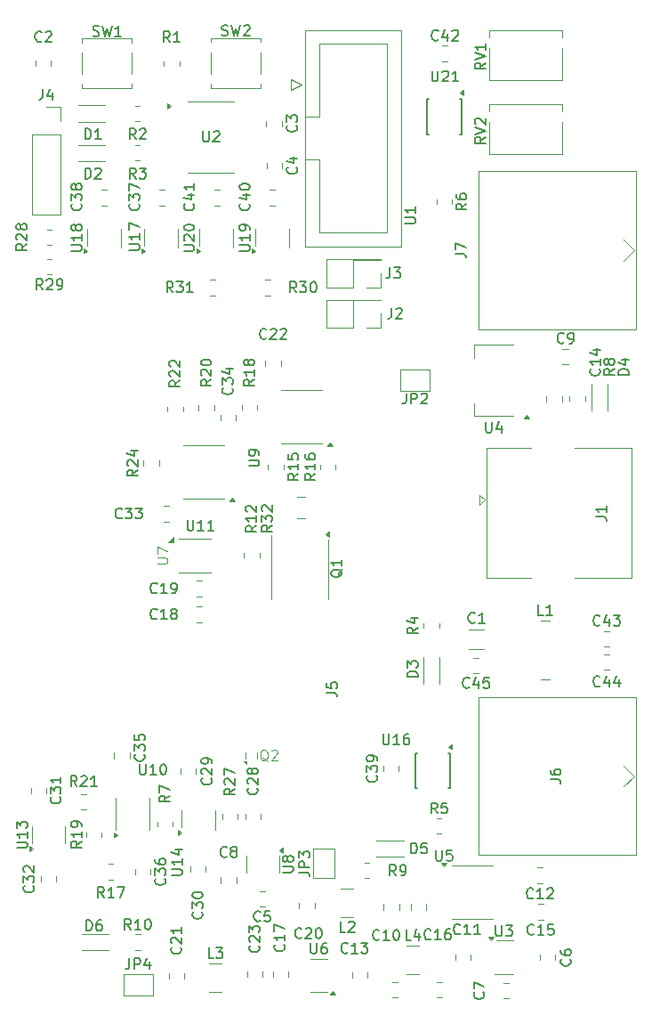
<source format=gbr>
%TF.GenerationSoftware,KiCad,Pcbnew,8.0.0*%
%TF.CreationDate,2024-10-24T21:57:35+02:00*%
%TF.ProjectId,Profiler energetyczny urz_dze_ IoT,50726f66-696c-4657-9220-656e65726765,rev?*%
%TF.SameCoordinates,Original*%
%TF.FileFunction,Legend,Top*%
%TF.FilePolarity,Positive*%
%FSLAX46Y46*%
G04 Gerber Fmt 4.6, Leading zero omitted, Abs format (unit mm)*
G04 Created by KiCad (PCBNEW 8.0.0) date 2024-10-24 21:57:35*
%MOMM*%
%LPD*%
G01*
G04 APERTURE LIST*
%ADD10C,0.150000*%
%ADD11C,0.100000*%
%ADD12C,0.120000*%
G04 APERTURE END LIST*
D10*
X112699580Y-84842857D02*
X112747200Y-84890476D01*
X112747200Y-84890476D02*
X112794819Y-85033333D01*
X112794819Y-85033333D02*
X112794819Y-85128571D01*
X112794819Y-85128571D02*
X112747200Y-85271428D01*
X112747200Y-85271428D02*
X112651961Y-85366666D01*
X112651961Y-85366666D02*
X112556723Y-85414285D01*
X112556723Y-85414285D02*
X112366247Y-85461904D01*
X112366247Y-85461904D02*
X112223390Y-85461904D01*
X112223390Y-85461904D02*
X112032914Y-85414285D01*
X112032914Y-85414285D02*
X111937676Y-85366666D01*
X111937676Y-85366666D02*
X111842438Y-85271428D01*
X111842438Y-85271428D02*
X111794819Y-85128571D01*
X111794819Y-85128571D02*
X111794819Y-85033333D01*
X111794819Y-85033333D02*
X111842438Y-84890476D01*
X111842438Y-84890476D02*
X111890057Y-84842857D01*
X112128152Y-83985714D02*
X112794819Y-83985714D01*
X111747200Y-84223809D02*
X112461485Y-84461904D01*
X112461485Y-84461904D02*
X112461485Y-83842857D01*
X112794819Y-82938095D02*
X112794819Y-83509523D01*
X112794819Y-83223809D02*
X111794819Y-83223809D01*
X111794819Y-83223809D02*
X111937676Y-83319047D01*
X111937676Y-83319047D02*
X112032914Y-83414285D01*
X112032914Y-83414285D02*
X112080533Y-83509523D01*
X107230833Y-82439819D02*
X106897500Y-81963628D01*
X106659405Y-82439819D02*
X106659405Y-81439819D01*
X106659405Y-81439819D02*
X107040357Y-81439819D01*
X107040357Y-81439819D02*
X107135595Y-81487438D01*
X107135595Y-81487438D02*
X107183214Y-81535057D01*
X107183214Y-81535057D02*
X107230833Y-81630295D01*
X107230833Y-81630295D02*
X107230833Y-81773152D01*
X107230833Y-81773152D02*
X107183214Y-81868390D01*
X107183214Y-81868390D02*
X107135595Y-81916009D01*
X107135595Y-81916009D02*
X107040357Y-81963628D01*
X107040357Y-81963628D02*
X106659405Y-81963628D01*
X107564167Y-81439819D02*
X108183214Y-81439819D01*
X108183214Y-81439819D02*
X107849881Y-81820771D01*
X107849881Y-81820771D02*
X107992738Y-81820771D01*
X107992738Y-81820771D02*
X108087976Y-81868390D01*
X108087976Y-81868390D02*
X108135595Y-81916009D01*
X108135595Y-81916009D02*
X108183214Y-82011247D01*
X108183214Y-82011247D02*
X108183214Y-82249342D01*
X108183214Y-82249342D02*
X108135595Y-82344580D01*
X108135595Y-82344580D02*
X108087976Y-82392200D01*
X108087976Y-82392200D02*
X107992738Y-82439819D01*
X107992738Y-82439819D02*
X107707024Y-82439819D01*
X107707024Y-82439819D02*
X107611786Y-82392200D01*
X107611786Y-82392200D02*
X107564167Y-82344580D01*
X109244642Y-124247080D02*
X109197023Y-124294700D01*
X109197023Y-124294700D02*
X109054166Y-124342319D01*
X109054166Y-124342319D02*
X108958928Y-124342319D01*
X108958928Y-124342319D02*
X108816071Y-124294700D01*
X108816071Y-124294700D02*
X108720833Y-124199461D01*
X108720833Y-124199461D02*
X108673214Y-124104223D01*
X108673214Y-124104223D02*
X108625595Y-123913747D01*
X108625595Y-123913747D02*
X108625595Y-123770890D01*
X108625595Y-123770890D02*
X108673214Y-123580414D01*
X108673214Y-123580414D02*
X108720833Y-123485176D01*
X108720833Y-123485176D02*
X108816071Y-123389938D01*
X108816071Y-123389938D02*
X108958928Y-123342319D01*
X108958928Y-123342319D02*
X109054166Y-123342319D01*
X109054166Y-123342319D02*
X109197023Y-123389938D01*
X109197023Y-123389938D02*
X109244642Y-123437557D01*
X110197023Y-124342319D02*
X109625595Y-124342319D01*
X109911309Y-124342319D02*
X109911309Y-123342319D01*
X109911309Y-123342319D02*
X109816071Y-123485176D01*
X109816071Y-123485176D02*
X109720833Y-123580414D01*
X109720833Y-123580414D02*
X109625595Y-123628033D01*
X110768452Y-123770890D02*
X110673214Y-123723271D01*
X110673214Y-123723271D02*
X110625595Y-123675652D01*
X110625595Y-123675652D02*
X110577976Y-123580414D01*
X110577976Y-123580414D02*
X110577976Y-123532795D01*
X110577976Y-123532795D02*
X110625595Y-123437557D01*
X110625595Y-123437557D02*
X110673214Y-123389938D01*
X110673214Y-123389938D02*
X110768452Y-123342319D01*
X110768452Y-123342319D02*
X110958928Y-123342319D01*
X110958928Y-123342319D02*
X111054166Y-123389938D01*
X111054166Y-123389938D02*
X111101785Y-123437557D01*
X111101785Y-123437557D02*
X111149404Y-123532795D01*
X111149404Y-123532795D02*
X111149404Y-123580414D01*
X111149404Y-123580414D02*
X111101785Y-123675652D01*
X111101785Y-123675652D02*
X111054166Y-123723271D01*
X111054166Y-123723271D02*
X110958928Y-123770890D01*
X110958928Y-123770890D02*
X110768452Y-123770890D01*
X110768452Y-123770890D02*
X110673214Y-123818509D01*
X110673214Y-123818509D02*
X110625595Y-123866128D01*
X110625595Y-123866128D02*
X110577976Y-123961366D01*
X110577976Y-123961366D02*
X110577976Y-124151842D01*
X110577976Y-124151842D02*
X110625595Y-124247080D01*
X110625595Y-124247080D02*
X110673214Y-124294700D01*
X110673214Y-124294700D02*
X110768452Y-124342319D01*
X110768452Y-124342319D02*
X110958928Y-124342319D01*
X110958928Y-124342319D02*
X111054166Y-124294700D01*
X111054166Y-124294700D02*
X111101785Y-124247080D01*
X111101785Y-124247080D02*
X111149404Y-124151842D01*
X111149404Y-124151842D02*
X111149404Y-123961366D01*
X111149404Y-123961366D02*
X111101785Y-123866128D01*
X111101785Y-123866128D02*
X111054166Y-123818509D01*
X111054166Y-123818509D02*
X110958928Y-123770890D01*
D11*
X109257419Y-119061904D02*
X110066942Y-119061904D01*
X110066942Y-119061904D02*
X110162180Y-119014285D01*
X110162180Y-119014285D02*
X110209800Y-118966666D01*
X110209800Y-118966666D02*
X110257419Y-118871428D01*
X110257419Y-118871428D02*
X110257419Y-118680952D01*
X110257419Y-118680952D02*
X110209800Y-118585714D01*
X110209800Y-118585714D02*
X110162180Y-118538095D01*
X110162180Y-118538095D02*
X110066942Y-118490476D01*
X110066942Y-118490476D02*
X109257419Y-118490476D01*
X109257419Y-118109523D02*
X109257419Y-117442857D01*
X109257419Y-117442857D02*
X110257419Y-117871428D01*
D10*
X145057142Y-150822080D02*
X145009523Y-150869700D01*
X145009523Y-150869700D02*
X144866666Y-150917319D01*
X144866666Y-150917319D02*
X144771428Y-150917319D01*
X144771428Y-150917319D02*
X144628571Y-150869700D01*
X144628571Y-150869700D02*
X144533333Y-150774461D01*
X144533333Y-150774461D02*
X144485714Y-150679223D01*
X144485714Y-150679223D02*
X144438095Y-150488747D01*
X144438095Y-150488747D02*
X144438095Y-150345890D01*
X144438095Y-150345890D02*
X144485714Y-150155414D01*
X144485714Y-150155414D02*
X144533333Y-150060176D01*
X144533333Y-150060176D02*
X144628571Y-149964938D01*
X144628571Y-149964938D02*
X144771428Y-149917319D01*
X144771428Y-149917319D02*
X144866666Y-149917319D01*
X144866666Y-149917319D02*
X145009523Y-149964938D01*
X145009523Y-149964938D02*
X145057142Y-150012557D01*
X146009523Y-150917319D02*
X145438095Y-150917319D01*
X145723809Y-150917319D02*
X145723809Y-149917319D01*
X145723809Y-149917319D02*
X145628571Y-150060176D01*
X145628571Y-150060176D02*
X145533333Y-150155414D01*
X145533333Y-150155414D02*
X145438095Y-150203033D01*
X146390476Y-150012557D02*
X146438095Y-149964938D01*
X146438095Y-149964938D02*
X146533333Y-149917319D01*
X146533333Y-149917319D02*
X146771428Y-149917319D01*
X146771428Y-149917319D02*
X146866666Y-149964938D01*
X146866666Y-149964938D02*
X146914285Y-150012557D01*
X146914285Y-150012557D02*
X146961904Y-150107795D01*
X146961904Y-150107795D02*
X146961904Y-150203033D01*
X146961904Y-150203033D02*
X146914285Y-150345890D01*
X146914285Y-150345890D02*
X146342857Y-150917319D01*
X146342857Y-150917319D02*
X146961904Y-150917319D01*
X140538095Y-105579819D02*
X140538095Y-106389342D01*
X140538095Y-106389342D02*
X140585714Y-106484580D01*
X140585714Y-106484580D02*
X140633333Y-106532200D01*
X140633333Y-106532200D02*
X140728571Y-106579819D01*
X140728571Y-106579819D02*
X140919047Y-106579819D01*
X140919047Y-106579819D02*
X141014285Y-106532200D01*
X141014285Y-106532200D02*
X141061904Y-106484580D01*
X141061904Y-106484580D02*
X141109523Y-106389342D01*
X141109523Y-106389342D02*
X141109523Y-105579819D01*
X142014285Y-105913152D02*
X142014285Y-106579819D01*
X141776190Y-105532200D02*
X141538095Y-106246485D01*
X141538095Y-106246485D02*
X142157142Y-106246485D01*
X110757142Y-93254819D02*
X110423809Y-92778628D01*
X110185714Y-93254819D02*
X110185714Y-92254819D01*
X110185714Y-92254819D02*
X110566666Y-92254819D01*
X110566666Y-92254819D02*
X110661904Y-92302438D01*
X110661904Y-92302438D02*
X110709523Y-92350057D01*
X110709523Y-92350057D02*
X110757142Y-92445295D01*
X110757142Y-92445295D02*
X110757142Y-92588152D01*
X110757142Y-92588152D02*
X110709523Y-92683390D01*
X110709523Y-92683390D02*
X110661904Y-92731009D01*
X110661904Y-92731009D02*
X110566666Y-92778628D01*
X110566666Y-92778628D02*
X110185714Y-92778628D01*
X111090476Y-92254819D02*
X111709523Y-92254819D01*
X111709523Y-92254819D02*
X111376190Y-92635771D01*
X111376190Y-92635771D02*
X111519047Y-92635771D01*
X111519047Y-92635771D02*
X111614285Y-92683390D01*
X111614285Y-92683390D02*
X111661904Y-92731009D01*
X111661904Y-92731009D02*
X111709523Y-92826247D01*
X111709523Y-92826247D02*
X111709523Y-93064342D01*
X111709523Y-93064342D02*
X111661904Y-93159580D01*
X111661904Y-93159580D02*
X111614285Y-93207200D01*
X111614285Y-93207200D02*
X111519047Y-93254819D01*
X111519047Y-93254819D02*
X111233333Y-93254819D01*
X111233333Y-93254819D02*
X111138095Y-93207200D01*
X111138095Y-93207200D02*
X111090476Y-93159580D01*
X112661904Y-93254819D02*
X112090476Y-93254819D01*
X112376190Y-93254819D02*
X112376190Y-92254819D01*
X112376190Y-92254819D02*
X112280952Y-92397676D01*
X112280952Y-92397676D02*
X112185714Y-92492914D01*
X112185714Y-92492914D02*
X112090476Y-92540533D01*
X109959580Y-148992857D02*
X110007200Y-149040476D01*
X110007200Y-149040476D02*
X110054819Y-149183333D01*
X110054819Y-149183333D02*
X110054819Y-149278571D01*
X110054819Y-149278571D02*
X110007200Y-149421428D01*
X110007200Y-149421428D02*
X109911961Y-149516666D01*
X109911961Y-149516666D02*
X109816723Y-149564285D01*
X109816723Y-149564285D02*
X109626247Y-149611904D01*
X109626247Y-149611904D02*
X109483390Y-149611904D01*
X109483390Y-149611904D02*
X109292914Y-149564285D01*
X109292914Y-149564285D02*
X109197676Y-149516666D01*
X109197676Y-149516666D02*
X109102438Y-149421428D01*
X109102438Y-149421428D02*
X109054819Y-149278571D01*
X109054819Y-149278571D02*
X109054819Y-149183333D01*
X109054819Y-149183333D02*
X109102438Y-149040476D01*
X109102438Y-149040476D02*
X109150057Y-148992857D01*
X109054819Y-148659523D02*
X109054819Y-148040476D01*
X109054819Y-148040476D02*
X109435771Y-148373809D01*
X109435771Y-148373809D02*
X109435771Y-148230952D01*
X109435771Y-148230952D02*
X109483390Y-148135714D01*
X109483390Y-148135714D02*
X109531009Y-148088095D01*
X109531009Y-148088095D02*
X109626247Y-148040476D01*
X109626247Y-148040476D02*
X109864342Y-148040476D01*
X109864342Y-148040476D02*
X109959580Y-148088095D01*
X109959580Y-148088095D02*
X110007200Y-148135714D01*
X110007200Y-148135714D02*
X110054819Y-148230952D01*
X110054819Y-148230952D02*
X110054819Y-148516666D01*
X110054819Y-148516666D02*
X110007200Y-148611904D01*
X110007200Y-148611904D02*
X109959580Y-148659523D01*
X109054819Y-147183333D02*
X109054819Y-147373809D01*
X109054819Y-147373809D02*
X109102438Y-147469047D01*
X109102438Y-147469047D02*
X109150057Y-147516666D01*
X109150057Y-147516666D02*
X109292914Y-147611904D01*
X109292914Y-147611904D02*
X109483390Y-147659523D01*
X109483390Y-147659523D02*
X109864342Y-147659523D01*
X109864342Y-147659523D02*
X109959580Y-147611904D01*
X109959580Y-147611904D02*
X110007200Y-147564285D01*
X110007200Y-147564285D02*
X110054819Y-147469047D01*
X110054819Y-147469047D02*
X110054819Y-147278571D01*
X110054819Y-147278571D02*
X110007200Y-147183333D01*
X110007200Y-147183333D02*
X109959580Y-147135714D01*
X109959580Y-147135714D02*
X109864342Y-147088095D01*
X109864342Y-147088095D02*
X109626247Y-147088095D01*
X109626247Y-147088095D02*
X109531009Y-147135714D01*
X109531009Y-147135714D02*
X109483390Y-147183333D01*
X109483390Y-147183333D02*
X109435771Y-147278571D01*
X109435771Y-147278571D02*
X109435771Y-147469047D01*
X109435771Y-147469047D02*
X109483390Y-147564285D01*
X109483390Y-147564285D02*
X109531009Y-147611904D01*
X109531009Y-147611904D02*
X109626247Y-147659523D01*
X122497080Y-77366666D02*
X122544700Y-77414285D01*
X122544700Y-77414285D02*
X122592319Y-77557142D01*
X122592319Y-77557142D02*
X122592319Y-77652380D01*
X122592319Y-77652380D02*
X122544700Y-77795237D01*
X122544700Y-77795237D02*
X122449461Y-77890475D01*
X122449461Y-77890475D02*
X122354223Y-77938094D01*
X122354223Y-77938094D02*
X122163747Y-77985713D01*
X122163747Y-77985713D02*
X122020890Y-77985713D01*
X122020890Y-77985713D02*
X121830414Y-77938094D01*
X121830414Y-77938094D02*
X121735176Y-77890475D01*
X121735176Y-77890475D02*
X121639938Y-77795237D01*
X121639938Y-77795237D02*
X121592319Y-77652380D01*
X121592319Y-77652380D02*
X121592319Y-77557142D01*
X121592319Y-77557142D02*
X121639938Y-77414285D01*
X121639938Y-77414285D02*
X121687557Y-77366666D01*
X121592319Y-77033332D02*
X121592319Y-76414285D01*
X121592319Y-76414285D02*
X121973271Y-76747618D01*
X121973271Y-76747618D02*
X121973271Y-76604761D01*
X121973271Y-76604761D02*
X122020890Y-76509523D01*
X122020890Y-76509523D02*
X122068509Y-76461904D01*
X122068509Y-76461904D02*
X122163747Y-76414285D01*
X122163747Y-76414285D02*
X122401842Y-76414285D01*
X122401842Y-76414285D02*
X122497080Y-76461904D01*
X122497080Y-76461904D02*
X122544700Y-76509523D01*
X122544700Y-76509523D02*
X122592319Y-76604761D01*
X122592319Y-76604761D02*
X122592319Y-76890475D01*
X122592319Y-76890475D02*
X122544700Y-76985713D01*
X122544700Y-76985713D02*
X122497080Y-77033332D01*
X132854819Y-86711904D02*
X133664342Y-86711904D01*
X133664342Y-86711904D02*
X133759580Y-86664285D01*
X133759580Y-86664285D02*
X133807200Y-86616666D01*
X133807200Y-86616666D02*
X133854819Y-86521428D01*
X133854819Y-86521428D02*
X133854819Y-86330952D01*
X133854819Y-86330952D02*
X133807200Y-86235714D01*
X133807200Y-86235714D02*
X133759580Y-86188095D01*
X133759580Y-86188095D02*
X133664342Y-86140476D01*
X133664342Y-86140476D02*
X132854819Y-86140476D01*
X133854819Y-85140476D02*
X133854819Y-85711904D01*
X133854819Y-85426190D02*
X132854819Y-85426190D01*
X132854819Y-85426190D02*
X132997676Y-85521428D01*
X132997676Y-85521428D02*
X133092914Y-85616666D01*
X133092914Y-85616666D02*
X133140533Y-85711904D01*
X134054819Y-129838094D02*
X133054819Y-129838094D01*
X133054819Y-129838094D02*
X133054819Y-129599999D01*
X133054819Y-129599999D02*
X133102438Y-129457142D01*
X133102438Y-129457142D02*
X133197676Y-129361904D01*
X133197676Y-129361904D02*
X133292914Y-129314285D01*
X133292914Y-129314285D02*
X133483390Y-129266666D01*
X133483390Y-129266666D02*
X133626247Y-129266666D01*
X133626247Y-129266666D02*
X133816723Y-129314285D01*
X133816723Y-129314285D02*
X133911961Y-129361904D01*
X133911961Y-129361904D02*
X134007200Y-129457142D01*
X134007200Y-129457142D02*
X134054819Y-129599999D01*
X134054819Y-129599999D02*
X134054819Y-129838094D01*
X133054819Y-128933332D02*
X133054819Y-128314285D01*
X133054819Y-128314285D02*
X133435771Y-128647618D01*
X133435771Y-128647618D02*
X133435771Y-128504761D01*
X133435771Y-128504761D02*
X133483390Y-128409523D01*
X133483390Y-128409523D02*
X133531009Y-128361904D01*
X133531009Y-128361904D02*
X133626247Y-128314285D01*
X133626247Y-128314285D02*
X133864342Y-128314285D01*
X133864342Y-128314285D02*
X133959580Y-128361904D01*
X133959580Y-128361904D02*
X134007200Y-128409523D01*
X134007200Y-128409523D02*
X134054819Y-128504761D01*
X134054819Y-128504761D02*
X134054819Y-128790475D01*
X134054819Y-128790475D02*
X134007200Y-128885713D01*
X134007200Y-128885713D02*
X133959580Y-128933332D01*
X108009580Y-137192857D02*
X108057200Y-137240476D01*
X108057200Y-137240476D02*
X108104819Y-137383333D01*
X108104819Y-137383333D02*
X108104819Y-137478571D01*
X108104819Y-137478571D02*
X108057200Y-137621428D01*
X108057200Y-137621428D02*
X107961961Y-137716666D01*
X107961961Y-137716666D02*
X107866723Y-137764285D01*
X107866723Y-137764285D02*
X107676247Y-137811904D01*
X107676247Y-137811904D02*
X107533390Y-137811904D01*
X107533390Y-137811904D02*
X107342914Y-137764285D01*
X107342914Y-137764285D02*
X107247676Y-137716666D01*
X107247676Y-137716666D02*
X107152438Y-137621428D01*
X107152438Y-137621428D02*
X107104819Y-137478571D01*
X107104819Y-137478571D02*
X107104819Y-137383333D01*
X107104819Y-137383333D02*
X107152438Y-137240476D01*
X107152438Y-137240476D02*
X107200057Y-137192857D01*
X107104819Y-136859523D02*
X107104819Y-136240476D01*
X107104819Y-136240476D02*
X107485771Y-136573809D01*
X107485771Y-136573809D02*
X107485771Y-136430952D01*
X107485771Y-136430952D02*
X107533390Y-136335714D01*
X107533390Y-136335714D02*
X107581009Y-136288095D01*
X107581009Y-136288095D02*
X107676247Y-136240476D01*
X107676247Y-136240476D02*
X107914342Y-136240476D01*
X107914342Y-136240476D02*
X108009580Y-136288095D01*
X108009580Y-136288095D02*
X108057200Y-136335714D01*
X108057200Y-136335714D02*
X108104819Y-136430952D01*
X108104819Y-136430952D02*
X108104819Y-136716666D01*
X108104819Y-136716666D02*
X108057200Y-136811904D01*
X108057200Y-136811904D02*
X108009580Y-136859523D01*
X107104819Y-135335714D02*
X107104819Y-135811904D01*
X107104819Y-135811904D02*
X107581009Y-135859523D01*
X107581009Y-135859523D02*
X107533390Y-135811904D01*
X107533390Y-135811904D02*
X107485771Y-135716666D01*
X107485771Y-135716666D02*
X107485771Y-135478571D01*
X107485771Y-135478571D02*
X107533390Y-135383333D01*
X107533390Y-135383333D02*
X107581009Y-135335714D01*
X107581009Y-135335714D02*
X107676247Y-135288095D01*
X107676247Y-135288095D02*
X107914342Y-135288095D01*
X107914342Y-135288095D02*
X108009580Y-135335714D01*
X108009580Y-135335714D02*
X108057200Y-135383333D01*
X108057200Y-135383333D02*
X108104819Y-135478571D01*
X108104819Y-135478571D02*
X108104819Y-135716666D01*
X108104819Y-135716666D02*
X108057200Y-135811904D01*
X108057200Y-135811904D02*
X108009580Y-135859523D01*
X118759580Y-140392857D02*
X118807200Y-140440476D01*
X118807200Y-140440476D02*
X118854819Y-140583333D01*
X118854819Y-140583333D02*
X118854819Y-140678571D01*
X118854819Y-140678571D02*
X118807200Y-140821428D01*
X118807200Y-140821428D02*
X118711961Y-140916666D01*
X118711961Y-140916666D02*
X118616723Y-140964285D01*
X118616723Y-140964285D02*
X118426247Y-141011904D01*
X118426247Y-141011904D02*
X118283390Y-141011904D01*
X118283390Y-141011904D02*
X118092914Y-140964285D01*
X118092914Y-140964285D02*
X117997676Y-140916666D01*
X117997676Y-140916666D02*
X117902438Y-140821428D01*
X117902438Y-140821428D02*
X117854819Y-140678571D01*
X117854819Y-140678571D02*
X117854819Y-140583333D01*
X117854819Y-140583333D02*
X117902438Y-140440476D01*
X117902438Y-140440476D02*
X117950057Y-140392857D01*
X117950057Y-140011904D02*
X117902438Y-139964285D01*
X117902438Y-139964285D02*
X117854819Y-139869047D01*
X117854819Y-139869047D02*
X117854819Y-139630952D01*
X117854819Y-139630952D02*
X117902438Y-139535714D01*
X117902438Y-139535714D02*
X117950057Y-139488095D01*
X117950057Y-139488095D02*
X118045295Y-139440476D01*
X118045295Y-139440476D02*
X118140533Y-139440476D01*
X118140533Y-139440476D02*
X118283390Y-139488095D01*
X118283390Y-139488095D02*
X118854819Y-140059523D01*
X118854819Y-140059523D02*
X118854819Y-139440476D01*
X118283390Y-138869047D02*
X118235771Y-138964285D01*
X118235771Y-138964285D02*
X118188152Y-139011904D01*
X118188152Y-139011904D02*
X118092914Y-139059523D01*
X118092914Y-139059523D02*
X118045295Y-139059523D01*
X118045295Y-139059523D02*
X117950057Y-139011904D01*
X117950057Y-139011904D02*
X117902438Y-138964285D01*
X117902438Y-138964285D02*
X117854819Y-138869047D01*
X117854819Y-138869047D02*
X117854819Y-138678571D01*
X117854819Y-138678571D02*
X117902438Y-138583333D01*
X117902438Y-138583333D02*
X117950057Y-138535714D01*
X117950057Y-138535714D02*
X118045295Y-138488095D01*
X118045295Y-138488095D02*
X118092914Y-138488095D01*
X118092914Y-138488095D02*
X118188152Y-138535714D01*
X118188152Y-138535714D02*
X118235771Y-138583333D01*
X118235771Y-138583333D02*
X118283390Y-138678571D01*
X118283390Y-138678571D02*
X118283390Y-138869047D01*
X118283390Y-138869047D02*
X118331009Y-138964285D01*
X118331009Y-138964285D02*
X118378628Y-139011904D01*
X118378628Y-139011904D02*
X118473866Y-139059523D01*
X118473866Y-139059523D02*
X118664342Y-139059523D01*
X118664342Y-139059523D02*
X118759580Y-139011904D01*
X118759580Y-139011904D02*
X118807200Y-138964285D01*
X118807200Y-138964285D02*
X118854819Y-138869047D01*
X118854819Y-138869047D02*
X118854819Y-138678571D01*
X118854819Y-138678571D02*
X118807200Y-138583333D01*
X118807200Y-138583333D02*
X118759580Y-138535714D01*
X118759580Y-138535714D02*
X118664342Y-138488095D01*
X118664342Y-138488095D02*
X118473866Y-138488095D01*
X118473866Y-138488095D02*
X118378628Y-138535714D01*
X118378628Y-138535714D02*
X118331009Y-138583333D01*
X118331009Y-138583333D02*
X118283390Y-138678571D01*
X101082319Y-89338094D02*
X101891842Y-89338094D01*
X101891842Y-89338094D02*
X101987080Y-89290475D01*
X101987080Y-89290475D02*
X102034700Y-89242856D01*
X102034700Y-89242856D02*
X102082319Y-89147618D01*
X102082319Y-89147618D02*
X102082319Y-88957142D01*
X102082319Y-88957142D02*
X102034700Y-88861904D01*
X102034700Y-88861904D02*
X101987080Y-88814285D01*
X101987080Y-88814285D02*
X101891842Y-88766666D01*
X101891842Y-88766666D02*
X101082319Y-88766666D01*
X102082319Y-87766666D02*
X102082319Y-88338094D01*
X102082319Y-88052380D02*
X101082319Y-88052380D01*
X101082319Y-88052380D02*
X101225176Y-88147618D01*
X101225176Y-88147618D02*
X101320414Y-88242856D01*
X101320414Y-88242856D02*
X101368033Y-88338094D01*
X101510890Y-87195237D02*
X101463271Y-87290475D01*
X101463271Y-87290475D02*
X101415652Y-87338094D01*
X101415652Y-87338094D02*
X101320414Y-87385713D01*
X101320414Y-87385713D02*
X101272795Y-87385713D01*
X101272795Y-87385713D02*
X101177557Y-87338094D01*
X101177557Y-87338094D02*
X101129938Y-87290475D01*
X101129938Y-87290475D02*
X101082319Y-87195237D01*
X101082319Y-87195237D02*
X101082319Y-87004761D01*
X101082319Y-87004761D02*
X101129938Y-86909523D01*
X101129938Y-86909523D02*
X101177557Y-86861904D01*
X101177557Y-86861904D02*
X101272795Y-86814285D01*
X101272795Y-86814285D02*
X101320414Y-86814285D01*
X101320414Y-86814285D02*
X101415652Y-86861904D01*
X101415652Y-86861904D02*
X101463271Y-86909523D01*
X101463271Y-86909523D02*
X101510890Y-87004761D01*
X101510890Y-87004761D02*
X101510890Y-87195237D01*
X101510890Y-87195237D02*
X101558509Y-87290475D01*
X101558509Y-87290475D02*
X101606128Y-87338094D01*
X101606128Y-87338094D02*
X101701366Y-87385713D01*
X101701366Y-87385713D02*
X101891842Y-87385713D01*
X101891842Y-87385713D02*
X101987080Y-87338094D01*
X101987080Y-87338094D02*
X102034700Y-87290475D01*
X102034700Y-87290475D02*
X102082319Y-87195237D01*
X102082319Y-87195237D02*
X102082319Y-87004761D01*
X102082319Y-87004761D02*
X102034700Y-86909523D01*
X102034700Y-86909523D02*
X101987080Y-86861904D01*
X101987080Y-86861904D02*
X101891842Y-86814285D01*
X101891842Y-86814285D02*
X101701366Y-86814285D01*
X101701366Y-86814285D02*
X101606128Y-86861904D01*
X101606128Y-86861904D02*
X101558509Y-86909523D01*
X101558509Y-86909523D02*
X101510890Y-87004761D01*
X101619642Y-140229819D02*
X101286309Y-139753628D01*
X101048214Y-140229819D02*
X101048214Y-139229819D01*
X101048214Y-139229819D02*
X101429166Y-139229819D01*
X101429166Y-139229819D02*
X101524404Y-139277438D01*
X101524404Y-139277438D02*
X101572023Y-139325057D01*
X101572023Y-139325057D02*
X101619642Y-139420295D01*
X101619642Y-139420295D02*
X101619642Y-139563152D01*
X101619642Y-139563152D02*
X101572023Y-139658390D01*
X101572023Y-139658390D02*
X101524404Y-139706009D01*
X101524404Y-139706009D02*
X101429166Y-139753628D01*
X101429166Y-139753628D02*
X101048214Y-139753628D01*
X102000595Y-139325057D02*
X102048214Y-139277438D01*
X102048214Y-139277438D02*
X102143452Y-139229819D01*
X102143452Y-139229819D02*
X102381547Y-139229819D01*
X102381547Y-139229819D02*
X102476785Y-139277438D01*
X102476785Y-139277438D02*
X102524404Y-139325057D01*
X102524404Y-139325057D02*
X102572023Y-139420295D01*
X102572023Y-139420295D02*
X102572023Y-139515533D01*
X102572023Y-139515533D02*
X102524404Y-139658390D01*
X102524404Y-139658390D02*
X101952976Y-140229819D01*
X101952976Y-140229819D02*
X102572023Y-140229819D01*
X103524404Y-140229819D02*
X102952976Y-140229819D01*
X103238690Y-140229819D02*
X103238690Y-139229819D01*
X103238690Y-139229819D02*
X103143452Y-139372676D01*
X103143452Y-139372676D02*
X103048214Y-139467914D01*
X103048214Y-139467914D02*
X102952976Y-139515533D01*
X131416666Y-90904819D02*
X131416666Y-91619104D01*
X131416666Y-91619104D02*
X131369047Y-91761961D01*
X131369047Y-91761961D02*
X131273809Y-91857200D01*
X131273809Y-91857200D02*
X131130952Y-91904819D01*
X131130952Y-91904819D02*
X131035714Y-91904819D01*
X131797619Y-90904819D02*
X132416666Y-90904819D01*
X132416666Y-90904819D02*
X132083333Y-91285771D01*
X132083333Y-91285771D02*
X132226190Y-91285771D01*
X132226190Y-91285771D02*
X132321428Y-91333390D01*
X132321428Y-91333390D02*
X132369047Y-91381009D01*
X132369047Y-91381009D02*
X132416666Y-91476247D01*
X132416666Y-91476247D02*
X132416666Y-91714342D01*
X132416666Y-91714342D02*
X132369047Y-91809580D01*
X132369047Y-91809580D02*
X132321428Y-91857200D01*
X132321428Y-91857200D02*
X132226190Y-91904819D01*
X132226190Y-91904819D02*
X131940476Y-91904819D01*
X131940476Y-91904819D02*
X131845238Y-91857200D01*
X131845238Y-91857200D02*
X131797619Y-91809580D01*
X151407142Y-130659580D02*
X151359523Y-130707200D01*
X151359523Y-130707200D02*
X151216666Y-130754819D01*
X151216666Y-130754819D02*
X151121428Y-130754819D01*
X151121428Y-130754819D02*
X150978571Y-130707200D01*
X150978571Y-130707200D02*
X150883333Y-130611961D01*
X150883333Y-130611961D02*
X150835714Y-130516723D01*
X150835714Y-130516723D02*
X150788095Y-130326247D01*
X150788095Y-130326247D02*
X150788095Y-130183390D01*
X150788095Y-130183390D02*
X150835714Y-129992914D01*
X150835714Y-129992914D02*
X150883333Y-129897676D01*
X150883333Y-129897676D02*
X150978571Y-129802438D01*
X150978571Y-129802438D02*
X151121428Y-129754819D01*
X151121428Y-129754819D02*
X151216666Y-129754819D01*
X151216666Y-129754819D02*
X151359523Y-129802438D01*
X151359523Y-129802438D02*
X151407142Y-129850057D01*
X152264285Y-130088152D02*
X152264285Y-130754819D01*
X152026190Y-129707200D02*
X151788095Y-130421485D01*
X151788095Y-130421485D02*
X152407142Y-130421485D01*
X153216666Y-130088152D02*
X153216666Y-130754819D01*
X152978571Y-129707200D02*
X152740476Y-130421485D01*
X152740476Y-130421485D02*
X153359523Y-130421485D01*
X102067319Y-145455357D02*
X101591128Y-145788690D01*
X102067319Y-146026785D02*
X101067319Y-146026785D01*
X101067319Y-146026785D02*
X101067319Y-145645833D01*
X101067319Y-145645833D02*
X101114938Y-145550595D01*
X101114938Y-145550595D02*
X101162557Y-145502976D01*
X101162557Y-145502976D02*
X101257795Y-145455357D01*
X101257795Y-145455357D02*
X101400652Y-145455357D01*
X101400652Y-145455357D02*
X101495890Y-145502976D01*
X101495890Y-145502976D02*
X101543509Y-145550595D01*
X101543509Y-145550595D02*
X101591128Y-145645833D01*
X101591128Y-145645833D02*
X101591128Y-146026785D01*
X102067319Y-144502976D02*
X102067319Y-145074404D01*
X102067319Y-144788690D02*
X101067319Y-144788690D01*
X101067319Y-144788690D02*
X101210176Y-144883928D01*
X101210176Y-144883928D02*
X101305414Y-144979166D01*
X101305414Y-144979166D02*
X101353033Y-145074404D01*
X102067319Y-144026785D02*
X102067319Y-143836309D01*
X102067319Y-143836309D02*
X102019700Y-143741071D01*
X102019700Y-143741071D02*
X101972080Y-143693452D01*
X101972080Y-143693452D02*
X101829223Y-143598214D01*
X101829223Y-143598214D02*
X101638747Y-143550595D01*
X101638747Y-143550595D02*
X101257795Y-143550595D01*
X101257795Y-143550595D02*
X101162557Y-143598214D01*
X101162557Y-143598214D02*
X101114938Y-143645833D01*
X101114938Y-143645833D02*
X101067319Y-143741071D01*
X101067319Y-143741071D02*
X101067319Y-143931547D01*
X101067319Y-143931547D02*
X101114938Y-144026785D01*
X101114938Y-144026785D02*
X101162557Y-144074404D01*
X101162557Y-144074404D02*
X101257795Y-144122023D01*
X101257795Y-144122023D02*
X101495890Y-144122023D01*
X101495890Y-144122023D02*
X101591128Y-144074404D01*
X101591128Y-144074404D02*
X101638747Y-144026785D01*
X101638747Y-144026785D02*
X101686366Y-143931547D01*
X101686366Y-143931547D02*
X101686366Y-143741071D01*
X101686366Y-143741071D02*
X101638747Y-143645833D01*
X101638747Y-143645833D02*
X101591128Y-143598214D01*
X101591128Y-143598214D02*
X101495890Y-143550595D01*
X96854819Y-88642857D02*
X96378628Y-88976190D01*
X96854819Y-89214285D02*
X95854819Y-89214285D01*
X95854819Y-89214285D02*
X95854819Y-88833333D01*
X95854819Y-88833333D02*
X95902438Y-88738095D01*
X95902438Y-88738095D02*
X95950057Y-88690476D01*
X95950057Y-88690476D02*
X96045295Y-88642857D01*
X96045295Y-88642857D02*
X96188152Y-88642857D01*
X96188152Y-88642857D02*
X96283390Y-88690476D01*
X96283390Y-88690476D02*
X96331009Y-88738095D01*
X96331009Y-88738095D02*
X96378628Y-88833333D01*
X96378628Y-88833333D02*
X96378628Y-89214285D01*
X95950057Y-88261904D02*
X95902438Y-88214285D01*
X95902438Y-88214285D02*
X95854819Y-88119047D01*
X95854819Y-88119047D02*
X95854819Y-87880952D01*
X95854819Y-87880952D02*
X95902438Y-87785714D01*
X95902438Y-87785714D02*
X95950057Y-87738095D01*
X95950057Y-87738095D02*
X96045295Y-87690476D01*
X96045295Y-87690476D02*
X96140533Y-87690476D01*
X96140533Y-87690476D02*
X96283390Y-87738095D01*
X96283390Y-87738095D02*
X96854819Y-88309523D01*
X96854819Y-88309523D02*
X96854819Y-87690476D01*
X96283390Y-87119047D02*
X96235771Y-87214285D01*
X96235771Y-87214285D02*
X96188152Y-87261904D01*
X96188152Y-87261904D02*
X96092914Y-87309523D01*
X96092914Y-87309523D02*
X96045295Y-87309523D01*
X96045295Y-87309523D02*
X95950057Y-87261904D01*
X95950057Y-87261904D02*
X95902438Y-87214285D01*
X95902438Y-87214285D02*
X95854819Y-87119047D01*
X95854819Y-87119047D02*
X95854819Y-86928571D01*
X95854819Y-86928571D02*
X95902438Y-86833333D01*
X95902438Y-86833333D02*
X95950057Y-86785714D01*
X95950057Y-86785714D02*
X96045295Y-86738095D01*
X96045295Y-86738095D02*
X96092914Y-86738095D01*
X96092914Y-86738095D02*
X96188152Y-86785714D01*
X96188152Y-86785714D02*
X96235771Y-86833333D01*
X96235771Y-86833333D02*
X96283390Y-86928571D01*
X96283390Y-86928571D02*
X96283390Y-87119047D01*
X96283390Y-87119047D02*
X96331009Y-87214285D01*
X96331009Y-87214285D02*
X96378628Y-87261904D01*
X96378628Y-87261904D02*
X96473866Y-87309523D01*
X96473866Y-87309523D02*
X96664342Y-87309523D01*
X96664342Y-87309523D02*
X96759580Y-87261904D01*
X96759580Y-87261904D02*
X96807200Y-87214285D01*
X96807200Y-87214285D02*
X96854819Y-87119047D01*
X96854819Y-87119047D02*
X96854819Y-86928571D01*
X96854819Y-86928571D02*
X96807200Y-86833333D01*
X96807200Y-86833333D02*
X96759580Y-86785714D01*
X96759580Y-86785714D02*
X96664342Y-86738095D01*
X96664342Y-86738095D02*
X96473866Y-86738095D01*
X96473866Y-86738095D02*
X96378628Y-86785714D01*
X96378628Y-86785714D02*
X96331009Y-86833333D01*
X96331009Y-86833333D02*
X96283390Y-86928571D01*
X118704819Y-115442857D02*
X118228628Y-115776190D01*
X118704819Y-116014285D02*
X117704819Y-116014285D01*
X117704819Y-116014285D02*
X117704819Y-115633333D01*
X117704819Y-115633333D02*
X117752438Y-115538095D01*
X117752438Y-115538095D02*
X117800057Y-115490476D01*
X117800057Y-115490476D02*
X117895295Y-115442857D01*
X117895295Y-115442857D02*
X118038152Y-115442857D01*
X118038152Y-115442857D02*
X118133390Y-115490476D01*
X118133390Y-115490476D02*
X118181009Y-115538095D01*
X118181009Y-115538095D02*
X118228628Y-115633333D01*
X118228628Y-115633333D02*
X118228628Y-116014285D01*
X118704819Y-114490476D02*
X118704819Y-115061904D01*
X118704819Y-114776190D02*
X117704819Y-114776190D01*
X117704819Y-114776190D02*
X117847676Y-114871428D01*
X117847676Y-114871428D02*
X117942914Y-114966666D01*
X117942914Y-114966666D02*
X117990533Y-115061904D01*
X117800057Y-114109523D02*
X117752438Y-114061904D01*
X117752438Y-114061904D02*
X117704819Y-113966666D01*
X117704819Y-113966666D02*
X117704819Y-113728571D01*
X117704819Y-113728571D02*
X117752438Y-113633333D01*
X117752438Y-113633333D02*
X117800057Y-113585714D01*
X117800057Y-113585714D02*
X117895295Y-113538095D01*
X117895295Y-113538095D02*
X117990533Y-113538095D01*
X117990533Y-113538095D02*
X118133390Y-113585714D01*
X118133390Y-113585714D02*
X118704819Y-114157142D01*
X118704819Y-114157142D02*
X118704819Y-113538095D01*
X110454819Y-141116666D02*
X109978628Y-141449999D01*
X110454819Y-141688094D02*
X109454819Y-141688094D01*
X109454819Y-141688094D02*
X109454819Y-141307142D01*
X109454819Y-141307142D02*
X109502438Y-141211904D01*
X109502438Y-141211904D02*
X109550057Y-141164285D01*
X109550057Y-141164285D02*
X109645295Y-141116666D01*
X109645295Y-141116666D02*
X109788152Y-141116666D01*
X109788152Y-141116666D02*
X109883390Y-141164285D01*
X109883390Y-141164285D02*
X109931009Y-141211904D01*
X109931009Y-141211904D02*
X109978628Y-141307142D01*
X109978628Y-141307142D02*
X109978628Y-141688094D01*
X109454819Y-140783332D02*
X109454819Y-140116666D01*
X109454819Y-140116666D02*
X110454819Y-140545237D01*
X133433333Y-154854819D02*
X132957143Y-154854819D01*
X132957143Y-154854819D02*
X132957143Y-153854819D01*
X134195238Y-154188152D02*
X134195238Y-154854819D01*
X133957143Y-153807200D02*
X133719048Y-154521485D01*
X133719048Y-154521485D02*
X134338095Y-154521485D01*
X117987080Y-84842857D02*
X118034700Y-84890476D01*
X118034700Y-84890476D02*
X118082319Y-85033333D01*
X118082319Y-85033333D02*
X118082319Y-85128571D01*
X118082319Y-85128571D02*
X118034700Y-85271428D01*
X118034700Y-85271428D02*
X117939461Y-85366666D01*
X117939461Y-85366666D02*
X117844223Y-85414285D01*
X117844223Y-85414285D02*
X117653747Y-85461904D01*
X117653747Y-85461904D02*
X117510890Y-85461904D01*
X117510890Y-85461904D02*
X117320414Y-85414285D01*
X117320414Y-85414285D02*
X117225176Y-85366666D01*
X117225176Y-85366666D02*
X117129938Y-85271428D01*
X117129938Y-85271428D02*
X117082319Y-85128571D01*
X117082319Y-85128571D02*
X117082319Y-85033333D01*
X117082319Y-85033333D02*
X117129938Y-84890476D01*
X117129938Y-84890476D02*
X117177557Y-84842857D01*
X117415652Y-83985714D02*
X118082319Y-83985714D01*
X117034700Y-84223809D02*
X117748985Y-84461904D01*
X117748985Y-84461904D02*
X117748985Y-83842857D01*
X117082319Y-83271428D02*
X117082319Y-83176190D01*
X117082319Y-83176190D02*
X117129938Y-83080952D01*
X117129938Y-83080952D02*
X117177557Y-83033333D01*
X117177557Y-83033333D02*
X117272795Y-82985714D01*
X117272795Y-82985714D02*
X117463271Y-82938095D01*
X117463271Y-82938095D02*
X117701366Y-82938095D01*
X117701366Y-82938095D02*
X117891842Y-82985714D01*
X117891842Y-82985714D02*
X117987080Y-83033333D01*
X117987080Y-83033333D02*
X118034700Y-83080952D01*
X118034700Y-83080952D02*
X118082319Y-83176190D01*
X118082319Y-83176190D02*
X118082319Y-83271428D01*
X118082319Y-83271428D02*
X118034700Y-83366666D01*
X118034700Y-83366666D02*
X117987080Y-83414285D01*
X117987080Y-83414285D02*
X117891842Y-83461904D01*
X117891842Y-83461904D02*
X117701366Y-83509523D01*
X117701366Y-83509523D02*
X117463271Y-83509523D01*
X117463271Y-83509523D02*
X117272795Y-83461904D01*
X117272795Y-83461904D02*
X117177557Y-83414285D01*
X117177557Y-83414285D02*
X117129938Y-83366666D01*
X117129938Y-83366666D02*
X117082319Y-83271428D01*
X99997080Y-141255357D02*
X100044700Y-141302976D01*
X100044700Y-141302976D02*
X100092319Y-141445833D01*
X100092319Y-141445833D02*
X100092319Y-141541071D01*
X100092319Y-141541071D02*
X100044700Y-141683928D01*
X100044700Y-141683928D02*
X99949461Y-141779166D01*
X99949461Y-141779166D02*
X99854223Y-141826785D01*
X99854223Y-141826785D02*
X99663747Y-141874404D01*
X99663747Y-141874404D02*
X99520890Y-141874404D01*
X99520890Y-141874404D02*
X99330414Y-141826785D01*
X99330414Y-141826785D02*
X99235176Y-141779166D01*
X99235176Y-141779166D02*
X99139938Y-141683928D01*
X99139938Y-141683928D02*
X99092319Y-141541071D01*
X99092319Y-141541071D02*
X99092319Y-141445833D01*
X99092319Y-141445833D02*
X99139938Y-141302976D01*
X99139938Y-141302976D02*
X99187557Y-141255357D01*
X99092319Y-140922023D02*
X99092319Y-140302976D01*
X99092319Y-140302976D02*
X99473271Y-140636309D01*
X99473271Y-140636309D02*
X99473271Y-140493452D01*
X99473271Y-140493452D02*
X99520890Y-140398214D01*
X99520890Y-140398214D02*
X99568509Y-140350595D01*
X99568509Y-140350595D02*
X99663747Y-140302976D01*
X99663747Y-140302976D02*
X99901842Y-140302976D01*
X99901842Y-140302976D02*
X99997080Y-140350595D01*
X99997080Y-140350595D02*
X100044700Y-140398214D01*
X100044700Y-140398214D02*
X100092319Y-140493452D01*
X100092319Y-140493452D02*
X100092319Y-140779166D01*
X100092319Y-140779166D02*
X100044700Y-140874404D01*
X100044700Y-140874404D02*
X99997080Y-140922023D01*
X100092319Y-139350595D02*
X100092319Y-139922023D01*
X100092319Y-139636309D02*
X99092319Y-139636309D01*
X99092319Y-139636309D02*
X99235176Y-139731547D01*
X99235176Y-139731547D02*
X99330414Y-139826785D01*
X99330414Y-139826785D02*
X99378033Y-139922023D01*
X151004819Y-114583333D02*
X151719104Y-114583333D01*
X151719104Y-114583333D02*
X151861961Y-114630952D01*
X151861961Y-114630952D02*
X151957200Y-114726190D01*
X151957200Y-114726190D02*
X152004819Y-114869047D01*
X152004819Y-114869047D02*
X152004819Y-114964285D01*
X152004819Y-113583333D02*
X152004819Y-114154761D01*
X152004819Y-113869047D02*
X151004819Y-113869047D01*
X151004819Y-113869047D02*
X151147676Y-113964285D01*
X151147676Y-113964285D02*
X151242914Y-114059523D01*
X151242914Y-114059523D02*
X151290533Y-114154761D01*
X131995833Y-148704819D02*
X131662500Y-148228628D01*
X131424405Y-148704819D02*
X131424405Y-147704819D01*
X131424405Y-147704819D02*
X131805357Y-147704819D01*
X131805357Y-147704819D02*
X131900595Y-147752438D01*
X131900595Y-147752438D02*
X131948214Y-147800057D01*
X131948214Y-147800057D02*
X131995833Y-147895295D01*
X131995833Y-147895295D02*
X131995833Y-148038152D01*
X131995833Y-148038152D02*
X131948214Y-148133390D01*
X131948214Y-148133390D02*
X131900595Y-148181009D01*
X131900595Y-148181009D02*
X131805357Y-148228628D01*
X131805357Y-148228628D02*
X131424405Y-148228628D01*
X132472024Y-148704819D02*
X132662500Y-148704819D01*
X132662500Y-148704819D02*
X132757738Y-148657200D01*
X132757738Y-148657200D02*
X132805357Y-148609580D01*
X132805357Y-148609580D02*
X132900595Y-148466723D01*
X132900595Y-148466723D02*
X132948214Y-148276247D01*
X132948214Y-148276247D02*
X132948214Y-147895295D01*
X132948214Y-147895295D02*
X132900595Y-147800057D01*
X132900595Y-147800057D02*
X132852976Y-147752438D01*
X132852976Y-147752438D02*
X132757738Y-147704819D01*
X132757738Y-147704819D02*
X132567262Y-147704819D01*
X132567262Y-147704819D02*
X132472024Y-147752438D01*
X132472024Y-147752438D02*
X132424405Y-147800057D01*
X132424405Y-147800057D02*
X132376786Y-147895295D01*
X132376786Y-147895295D02*
X132376786Y-148133390D01*
X132376786Y-148133390D02*
X132424405Y-148228628D01*
X132424405Y-148228628D02*
X132472024Y-148276247D01*
X132472024Y-148276247D02*
X132567262Y-148323866D01*
X132567262Y-148323866D02*
X132757738Y-148323866D01*
X132757738Y-148323866D02*
X132852976Y-148276247D01*
X132852976Y-148276247D02*
X132900595Y-148228628D01*
X132900595Y-148228628D02*
X132948214Y-148133390D01*
X127183333Y-154084819D02*
X126707143Y-154084819D01*
X126707143Y-154084819D02*
X126707143Y-153084819D01*
X127469048Y-153180057D02*
X127516667Y-153132438D01*
X127516667Y-153132438D02*
X127611905Y-153084819D01*
X127611905Y-153084819D02*
X127850000Y-153084819D01*
X127850000Y-153084819D02*
X127945238Y-153132438D01*
X127945238Y-153132438D02*
X127992857Y-153180057D01*
X127992857Y-153180057D02*
X128040476Y-153275295D01*
X128040476Y-153275295D02*
X128040476Y-153370533D01*
X128040476Y-153370533D02*
X127992857Y-153513390D01*
X127992857Y-153513390D02*
X127421429Y-154084819D01*
X127421429Y-154084819D02*
X128040476Y-154084819D01*
X98260834Y-69359579D02*
X98213215Y-69407199D01*
X98213215Y-69407199D02*
X98070358Y-69454818D01*
X98070358Y-69454818D02*
X97975120Y-69454818D01*
X97975120Y-69454818D02*
X97832263Y-69407199D01*
X97832263Y-69407199D02*
X97737025Y-69311960D01*
X97737025Y-69311960D02*
X97689406Y-69216722D01*
X97689406Y-69216722D02*
X97641787Y-69026246D01*
X97641787Y-69026246D02*
X97641787Y-68883389D01*
X97641787Y-68883389D02*
X97689406Y-68692913D01*
X97689406Y-68692913D02*
X97737025Y-68597675D01*
X97737025Y-68597675D02*
X97832263Y-68502437D01*
X97832263Y-68502437D02*
X97975120Y-68454818D01*
X97975120Y-68454818D02*
X98070358Y-68454818D01*
X98070358Y-68454818D02*
X98213215Y-68502437D01*
X98213215Y-68502437D02*
X98260834Y-68550056D01*
X98641787Y-68550056D02*
X98689406Y-68502437D01*
X98689406Y-68502437D02*
X98784644Y-68454818D01*
X98784644Y-68454818D02*
X99022739Y-68454818D01*
X99022739Y-68454818D02*
X99117977Y-68502437D01*
X99117977Y-68502437D02*
X99165596Y-68550056D01*
X99165596Y-68550056D02*
X99213215Y-68645294D01*
X99213215Y-68645294D02*
X99213215Y-68740532D01*
X99213215Y-68740532D02*
X99165596Y-68883389D01*
X99165596Y-68883389D02*
X98594168Y-69454818D01*
X98594168Y-69454818D02*
X99213215Y-69454818D01*
X103166667Y-68857200D02*
X103309524Y-68904819D01*
X103309524Y-68904819D02*
X103547619Y-68904819D01*
X103547619Y-68904819D02*
X103642857Y-68857200D01*
X103642857Y-68857200D02*
X103690476Y-68809580D01*
X103690476Y-68809580D02*
X103738095Y-68714342D01*
X103738095Y-68714342D02*
X103738095Y-68619104D01*
X103738095Y-68619104D02*
X103690476Y-68523866D01*
X103690476Y-68523866D02*
X103642857Y-68476247D01*
X103642857Y-68476247D02*
X103547619Y-68428628D01*
X103547619Y-68428628D02*
X103357143Y-68381009D01*
X103357143Y-68381009D02*
X103261905Y-68333390D01*
X103261905Y-68333390D02*
X103214286Y-68285771D01*
X103214286Y-68285771D02*
X103166667Y-68190533D01*
X103166667Y-68190533D02*
X103166667Y-68095295D01*
X103166667Y-68095295D02*
X103214286Y-68000057D01*
X103214286Y-68000057D02*
X103261905Y-67952438D01*
X103261905Y-67952438D02*
X103357143Y-67904819D01*
X103357143Y-67904819D02*
X103595238Y-67904819D01*
X103595238Y-67904819D02*
X103738095Y-67952438D01*
X104071429Y-67904819D02*
X104309524Y-68904819D01*
X104309524Y-68904819D02*
X104500000Y-68190533D01*
X104500000Y-68190533D02*
X104690476Y-68904819D01*
X104690476Y-68904819D02*
X104928572Y-67904819D01*
X105833333Y-68904819D02*
X105261905Y-68904819D01*
X105547619Y-68904819D02*
X105547619Y-67904819D01*
X105547619Y-67904819D02*
X105452381Y-68047676D01*
X105452381Y-68047676D02*
X105357143Y-68142914D01*
X105357143Y-68142914D02*
X105261905Y-68190533D01*
X95892319Y-146100594D02*
X96701842Y-146100594D01*
X96701842Y-146100594D02*
X96797080Y-146052975D01*
X96797080Y-146052975D02*
X96844700Y-146005356D01*
X96844700Y-146005356D02*
X96892319Y-145910118D01*
X96892319Y-145910118D02*
X96892319Y-145719642D01*
X96892319Y-145719642D02*
X96844700Y-145624404D01*
X96844700Y-145624404D02*
X96797080Y-145576785D01*
X96797080Y-145576785D02*
X96701842Y-145529166D01*
X96701842Y-145529166D02*
X95892319Y-145529166D01*
X96892319Y-144529166D02*
X96892319Y-145100594D01*
X96892319Y-144814880D02*
X95892319Y-144814880D01*
X95892319Y-144814880D02*
X96035176Y-144910118D01*
X96035176Y-144910118D02*
X96130414Y-145005356D01*
X96130414Y-145005356D02*
X96178033Y-145100594D01*
X95892319Y-144195832D02*
X95892319Y-143576785D01*
X95892319Y-143576785D02*
X96273271Y-143910118D01*
X96273271Y-143910118D02*
X96273271Y-143767261D01*
X96273271Y-143767261D02*
X96320890Y-143672023D01*
X96320890Y-143672023D02*
X96368509Y-143624404D01*
X96368509Y-143624404D02*
X96463747Y-143576785D01*
X96463747Y-143576785D02*
X96701842Y-143576785D01*
X96701842Y-143576785D02*
X96797080Y-143624404D01*
X96797080Y-143624404D02*
X96844700Y-143672023D01*
X96844700Y-143672023D02*
X96892319Y-143767261D01*
X96892319Y-143767261D02*
X96892319Y-144052975D01*
X96892319Y-144052975D02*
X96844700Y-144148213D01*
X96844700Y-144148213D02*
X96797080Y-144195832D01*
X130407142Y-154759580D02*
X130359523Y-154807200D01*
X130359523Y-154807200D02*
X130216666Y-154854819D01*
X130216666Y-154854819D02*
X130121428Y-154854819D01*
X130121428Y-154854819D02*
X129978571Y-154807200D01*
X129978571Y-154807200D02*
X129883333Y-154711961D01*
X129883333Y-154711961D02*
X129835714Y-154616723D01*
X129835714Y-154616723D02*
X129788095Y-154426247D01*
X129788095Y-154426247D02*
X129788095Y-154283390D01*
X129788095Y-154283390D02*
X129835714Y-154092914D01*
X129835714Y-154092914D02*
X129883333Y-153997676D01*
X129883333Y-153997676D02*
X129978571Y-153902438D01*
X129978571Y-153902438D02*
X130121428Y-153854819D01*
X130121428Y-153854819D02*
X130216666Y-153854819D01*
X130216666Y-153854819D02*
X130359523Y-153902438D01*
X130359523Y-153902438D02*
X130407142Y-153950057D01*
X131359523Y-154854819D02*
X130788095Y-154854819D01*
X131073809Y-154854819D02*
X131073809Y-153854819D01*
X131073809Y-153854819D02*
X130978571Y-153997676D01*
X130978571Y-153997676D02*
X130883333Y-154092914D01*
X130883333Y-154092914D02*
X130788095Y-154140533D01*
X131978571Y-153854819D02*
X132073809Y-153854819D01*
X132073809Y-153854819D02*
X132169047Y-153902438D01*
X132169047Y-153902438D02*
X132216666Y-153950057D01*
X132216666Y-153950057D02*
X132264285Y-154045295D01*
X132264285Y-154045295D02*
X132311904Y-154235771D01*
X132311904Y-154235771D02*
X132311904Y-154473866D01*
X132311904Y-154473866D02*
X132264285Y-154664342D01*
X132264285Y-154664342D02*
X132216666Y-154759580D01*
X132216666Y-154759580D02*
X132169047Y-154807200D01*
X132169047Y-154807200D02*
X132073809Y-154854819D01*
X132073809Y-154854819D02*
X131978571Y-154854819D01*
X131978571Y-154854819D02*
X131883333Y-154807200D01*
X131883333Y-154807200D02*
X131835714Y-154759580D01*
X131835714Y-154759580D02*
X131788095Y-154664342D01*
X131788095Y-154664342D02*
X131740476Y-154473866D01*
X131740476Y-154473866D02*
X131740476Y-154235771D01*
X131740476Y-154235771D02*
X131788095Y-154045295D01*
X131788095Y-154045295D02*
X131835714Y-153950057D01*
X131835714Y-153950057D02*
X131883333Y-153902438D01*
X131883333Y-153902438D02*
X131978571Y-153854819D01*
X111794819Y-89338094D02*
X112604342Y-89338094D01*
X112604342Y-89338094D02*
X112699580Y-89290475D01*
X112699580Y-89290475D02*
X112747200Y-89242856D01*
X112747200Y-89242856D02*
X112794819Y-89147618D01*
X112794819Y-89147618D02*
X112794819Y-88957142D01*
X112794819Y-88957142D02*
X112747200Y-88861904D01*
X112747200Y-88861904D02*
X112699580Y-88814285D01*
X112699580Y-88814285D02*
X112604342Y-88766666D01*
X112604342Y-88766666D02*
X111794819Y-88766666D01*
X111890057Y-88338094D02*
X111842438Y-88290475D01*
X111842438Y-88290475D02*
X111794819Y-88195237D01*
X111794819Y-88195237D02*
X111794819Y-87957142D01*
X111794819Y-87957142D02*
X111842438Y-87861904D01*
X111842438Y-87861904D02*
X111890057Y-87814285D01*
X111890057Y-87814285D02*
X111985295Y-87766666D01*
X111985295Y-87766666D02*
X112080533Y-87766666D01*
X112080533Y-87766666D02*
X112223390Y-87814285D01*
X112223390Y-87814285D02*
X112794819Y-88385713D01*
X112794819Y-88385713D02*
X112794819Y-87766666D01*
X111794819Y-87147618D02*
X111794819Y-87052380D01*
X111794819Y-87052380D02*
X111842438Y-86957142D01*
X111842438Y-86957142D02*
X111890057Y-86909523D01*
X111890057Y-86909523D02*
X111985295Y-86861904D01*
X111985295Y-86861904D02*
X112175771Y-86814285D01*
X112175771Y-86814285D02*
X112413866Y-86814285D01*
X112413866Y-86814285D02*
X112604342Y-86861904D01*
X112604342Y-86861904D02*
X112699580Y-86909523D01*
X112699580Y-86909523D02*
X112747200Y-86957142D01*
X112747200Y-86957142D02*
X112794819Y-87052380D01*
X112794819Y-87052380D02*
X112794819Y-87147618D01*
X112794819Y-87147618D02*
X112747200Y-87242856D01*
X112747200Y-87242856D02*
X112699580Y-87290475D01*
X112699580Y-87290475D02*
X112604342Y-87338094D01*
X112604342Y-87338094D02*
X112413866Y-87385713D01*
X112413866Y-87385713D02*
X112175771Y-87385713D01*
X112175771Y-87385713D02*
X111985295Y-87338094D01*
X111985295Y-87338094D02*
X111890057Y-87290475D01*
X111890057Y-87290475D02*
X111842438Y-87242856D01*
X111842438Y-87242856D02*
X111794819Y-87147618D01*
X152804819Y-100516666D02*
X152328628Y-100849999D01*
X152804819Y-101088094D02*
X151804819Y-101088094D01*
X151804819Y-101088094D02*
X151804819Y-100707142D01*
X151804819Y-100707142D02*
X151852438Y-100611904D01*
X151852438Y-100611904D02*
X151900057Y-100564285D01*
X151900057Y-100564285D02*
X151995295Y-100516666D01*
X151995295Y-100516666D02*
X152138152Y-100516666D01*
X152138152Y-100516666D02*
X152233390Y-100564285D01*
X152233390Y-100564285D02*
X152281009Y-100611904D01*
X152281009Y-100611904D02*
X152328628Y-100707142D01*
X152328628Y-100707142D02*
X152328628Y-101088094D01*
X152233390Y-99945237D02*
X152185771Y-100040475D01*
X152185771Y-100040475D02*
X152138152Y-100088094D01*
X152138152Y-100088094D02*
X152042914Y-100135713D01*
X152042914Y-100135713D02*
X151995295Y-100135713D01*
X151995295Y-100135713D02*
X151900057Y-100088094D01*
X151900057Y-100088094D02*
X151852438Y-100040475D01*
X151852438Y-100040475D02*
X151804819Y-99945237D01*
X151804819Y-99945237D02*
X151804819Y-99754761D01*
X151804819Y-99754761D02*
X151852438Y-99659523D01*
X151852438Y-99659523D02*
X151900057Y-99611904D01*
X151900057Y-99611904D02*
X151995295Y-99564285D01*
X151995295Y-99564285D02*
X152042914Y-99564285D01*
X152042914Y-99564285D02*
X152138152Y-99611904D01*
X152138152Y-99611904D02*
X152185771Y-99659523D01*
X152185771Y-99659523D02*
X152233390Y-99754761D01*
X152233390Y-99754761D02*
X152233390Y-99945237D01*
X152233390Y-99945237D02*
X152281009Y-100040475D01*
X152281009Y-100040475D02*
X152328628Y-100088094D01*
X152328628Y-100088094D02*
X152423866Y-100135713D01*
X152423866Y-100135713D02*
X152614342Y-100135713D01*
X152614342Y-100135713D02*
X152709580Y-100088094D01*
X152709580Y-100088094D02*
X152757200Y-100040475D01*
X152757200Y-100040475D02*
X152804819Y-99945237D01*
X152804819Y-99945237D02*
X152804819Y-99754761D01*
X152804819Y-99754761D02*
X152757200Y-99659523D01*
X152757200Y-99659523D02*
X152709580Y-99611904D01*
X152709580Y-99611904D02*
X152614342Y-99564285D01*
X152614342Y-99564285D02*
X152423866Y-99564285D01*
X152423866Y-99564285D02*
X152328628Y-99611904D01*
X152328628Y-99611904D02*
X152281009Y-99659523D01*
X152281009Y-99659523D02*
X152233390Y-99754761D01*
X140504819Y-71445238D02*
X140028628Y-71778571D01*
X140504819Y-72016666D02*
X139504819Y-72016666D01*
X139504819Y-72016666D02*
X139504819Y-71635714D01*
X139504819Y-71635714D02*
X139552438Y-71540476D01*
X139552438Y-71540476D02*
X139600057Y-71492857D01*
X139600057Y-71492857D02*
X139695295Y-71445238D01*
X139695295Y-71445238D02*
X139838152Y-71445238D01*
X139838152Y-71445238D02*
X139933390Y-71492857D01*
X139933390Y-71492857D02*
X139981009Y-71540476D01*
X139981009Y-71540476D02*
X140028628Y-71635714D01*
X140028628Y-71635714D02*
X140028628Y-72016666D01*
X139504819Y-71159523D02*
X140504819Y-70826190D01*
X140504819Y-70826190D02*
X139504819Y-70492857D01*
X140504819Y-69635714D02*
X140504819Y-70207142D01*
X140504819Y-69921428D02*
X139504819Y-69921428D01*
X139504819Y-69921428D02*
X139647676Y-70016666D01*
X139647676Y-70016666D02*
X139742914Y-70111904D01*
X139742914Y-70111904D02*
X139790533Y-70207142D01*
X101987080Y-84842857D02*
X102034700Y-84890476D01*
X102034700Y-84890476D02*
X102082319Y-85033333D01*
X102082319Y-85033333D02*
X102082319Y-85128571D01*
X102082319Y-85128571D02*
X102034700Y-85271428D01*
X102034700Y-85271428D02*
X101939461Y-85366666D01*
X101939461Y-85366666D02*
X101844223Y-85414285D01*
X101844223Y-85414285D02*
X101653747Y-85461904D01*
X101653747Y-85461904D02*
X101510890Y-85461904D01*
X101510890Y-85461904D02*
X101320414Y-85414285D01*
X101320414Y-85414285D02*
X101225176Y-85366666D01*
X101225176Y-85366666D02*
X101129938Y-85271428D01*
X101129938Y-85271428D02*
X101082319Y-85128571D01*
X101082319Y-85128571D02*
X101082319Y-85033333D01*
X101082319Y-85033333D02*
X101129938Y-84890476D01*
X101129938Y-84890476D02*
X101177557Y-84842857D01*
X101082319Y-84509523D02*
X101082319Y-83890476D01*
X101082319Y-83890476D02*
X101463271Y-84223809D01*
X101463271Y-84223809D02*
X101463271Y-84080952D01*
X101463271Y-84080952D02*
X101510890Y-83985714D01*
X101510890Y-83985714D02*
X101558509Y-83938095D01*
X101558509Y-83938095D02*
X101653747Y-83890476D01*
X101653747Y-83890476D02*
X101891842Y-83890476D01*
X101891842Y-83890476D02*
X101987080Y-83938095D01*
X101987080Y-83938095D02*
X102034700Y-83985714D01*
X102034700Y-83985714D02*
X102082319Y-84080952D01*
X102082319Y-84080952D02*
X102082319Y-84366666D01*
X102082319Y-84366666D02*
X102034700Y-84461904D01*
X102034700Y-84461904D02*
X101987080Y-84509523D01*
X101510890Y-83319047D02*
X101463271Y-83414285D01*
X101463271Y-83414285D02*
X101415652Y-83461904D01*
X101415652Y-83461904D02*
X101320414Y-83509523D01*
X101320414Y-83509523D02*
X101272795Y-83509523D01*
X101272795Y-83509523D02*
X101177557Y-83461904D01*
X101177557Y-83461904D02*
X101129938Y-83414285D01*
X101129938Y-83414285D02*
X101082319Y-83319047D01*
X101082319Y-83319047D02*
X101082319Y-83128571D01*
X101082319Y-83128571D02*
X101129938Y-83033333D01*
X101129938Y-83033333D02*
X101177557Y-82985714D01*
X101177557Y-82985714D02*
X101272795Y-82938095D01*
X101272795Y-82938095D02*
X101320414Y-82938095D01*
X101320414Y-82938095D02*
X101415652Y-82985714D01*
X101415652Y-82985714D02*
X101463271Y-83033333D01*
X101463271Y-83033333D02*
X101510890Y-83128571D01*
X101510890Y-83128571D02*
X101510890Y-83319047D01*
X101510890Y-83319047D02*
X101558509Y-83414285D01*
X101558509Y-83414285D02*
X101606128Y-83461904D01*
X101606128Y-83461904D02*
X101701366Y-83509523D01*
X101701366Y-83509523D02*
X101891842Y-83509523D01*
X101891842Y-83509523D02*
X101987080Y-83461904D01*
X101987080Y-83461904D02*
X102034700Y-83414285D01*
X102034700Y-83414285D02*
X102082319Y-83319047D01*
X102082319Y-83319047D02*
X102082319Y-83128571D01*
X102082319Y-83128571D02*
X102034700Y-83033333D01*
X102034700Y-83033333D02*
X101987080Y-82985714D01*
X101987080Y-82985714D02*
X101891842Y-82938095D01*
X101891842Y-82938095D02*
X101701366Y-82938095D01*
X101701366Y-82938095D02*
X101606128Y-82985714D01*
X101606128Y-82985714D02*
X101558509Y-83033333D01*
X101558509Y-83033333D02*
X101510890Y-83128571D01*
X124304819Y-110492857D02*
X123828628Y-110826190D01*
X124304819Y-111064285D02*
X123304819Y-111064285D01*
X123304819Y-111064285D02*
X123304819Y-110683333D01*
X123304819Y-110683333D02*
X123352438Y-110588095D01*
X123352438Y-110588095D02*
X123400057Y-110540476D01*
X123400057Y-110540476D02*
X123495295Y-110492857D01*
X123495295Y-110492857D02*
X123638152Y-110492857D01*
X123638152Y-110492857D02*
X123733390Y-110540476D01*
X123733390Y-110540476D02*
X123781009Y-110588095D01*
X123781009Y-110588095D02*
X123828628Y-110683333D01*
X123828628Y-110683333D02*
X123828628Y-111064285D01*
X124304819Y-109540476D02*
X124304819Y-110111904D01*
X124304819Y-109826190D02*
X123304819Y-109826190D01*
X123304819Y-109826190D02*
X123447676Y-109921428D01*
X123447676Y-109921428D02*
X123542914Y-110016666D01*
X123542914Y-110016666D02*
X123590533Y-110111904D01*
X123304819Y-108683333D02*
X123304819Y-108873809D01*
X123304819Y-108873809D02*
X123352438Y-108969047D01*
X123352438Y-108969047D02*
X123400057Y-109016666D01*
X123400057Y-109016666D02*
X123542914Y-109111904D01*
X123542914Y-109111904D02*
X123733390Y-109159523D01*
X123733390Y-109159523D02*
X124114342Y-109159523D01*
X124114342Y-109159523D02*
X124209580Y-109111904D01*
X124209580Y-109111904D02*
X124257200Y-109064285D01*
X124257200Y-109064285D02*
X124304819Y-108969047D01*
X124304819Y-108969047D02*
X124304819Y-108778571D01*
X124304819Y-108778571D02*
X124257200Y-108683333D01*
X124257200Y-108683333D02*
X124209580Y-108635714D01*
X124209580Y-108635714D02*
X124114342Y-108588095D01*
X124114342Y-108588095D02*
X123876247Y-108588095D01*
X123876247Y-108588095D02*
X123781009Y-108635714D01*
X123781009Y-108635714D02*
X123733390Y-108683333D01*
X123733390Y-108683333D02*
X123685771Y-108778571D01*
X123685771Y-108778571D02*
X123685771Y-108969047D01*
X123685771Y-108969047D02*
X123733390Y-109064285D01*
X123733390Y-109064285D02*
X123781009Y-109111904D01*
X123781009Y-109111904D02*
X123876247Y-109159523D01*
X131566666Y-94754819D02*
X131566666Y-95469104D01*
X131566666Y-95469104D02*
X131519047Y-95611961D01*
X131519047Y-95611961D02*
X131423809Y-95707200D01*
X131423809Y-95707200D02*
X131280952Y-95754819D01*
X131280952Y-95754819D02*
X131185714Y-95754819D01*
X131995238Y-94850057D02*
X132042857Y-94802438D01*
X132042857Y-94802438D02*
X132138095Y-94754819D01*
X132138095Y-94754819D02*
X132376190Y-94754819D01*
X132376190Y-94754819D02*
X132471428Y-94802438D01*
X132471428Y-94802438D02*
X132519047Y-94850057D01*
X132519047Y-94850057D02*
X132566666Y-94945295D01*
X132566666Y-94945295D02*
X132566666Y-95040533D01*
X132566666Y-95040533D02*
X132519047Y-95183390D01*
X132519047Y-95183390D02*
X131947619Y-95754819D01*
X131947619Y-95754819D02*
X132566666Y-95754819D01*
X117082319Y-89338094D02*
X117891842Y-89338094D01*
X117891842Y-89338094D02*
X117987080Y-89290475D01*
X117987080Y-89290475D02*
X118034700Y-89242856D01*
X118034700Y-89242856D02*
X118082319Y-89147618D01*
X118082319Y-89147618D02*
X118082319Y-88957142D01*
X118082319Y-88957142D02*
X118034700Y-88861904D01*
X118034700Y-88861904D02*
X117987080Y-88814285D01*
X117987080Y-88814285D02*
X117891842Y-88766666D01*
X117891842Y-88766666D02*
X117082319Y-88766666D01*
X118082319Y-87766666D02*
X118082319Y-88338094D01*
X118082319Y-88052380D02*
X117082319Y-88052380D01*
X117082319Y-88052380D02*
X117225176Y-88147618D01*
X117225176Y-88147618D02*
X117320414Y-88242856D01*
X117320414Y-88242856D02*
X117368033Y-88338094D01*
X118082319Y-87290475D02*
X118082319Y-87099999D01*
X118082319Y-87099999D02*
X118034700Y-87004761D01*
X118034700Y-87004761D02*
X117987080Y-86957142D01*
X117987080Y-86957142D02*
X117844223Y-86861904D01*
X117844223Y-86861904D02*
X117653747Y-86814285D01*
X117653747Y-86814285D02*
X117272795Y-86814285D01*
X117272795Y-86814285D02*
X117177557Y-86861904D01*
X117177557Y-86861904D02*
X117129938Y-86909523D01*
X117129938Y-86909523D02*
X117082319Y-87004761D01*
X117082319Y-87004761D02*
X117082319Y-87195237D01*
X117082319Y-87195237D02*
X117129938Y-87290475D01*
X117129938Y-87290475D02*
X117177557Y-87338094D01*
X117177557Y-87338094D02*
X117272795Y-87385713D01*
X117272795Y-87385713D02*
X117510890Y-87385713D01*
X117510890Y-87385713D02*
X117606128Y-87338094D01*
X117606128Y-87338094D02*
X117653747Y-87290475D01*
X117653747Y-87290475D02*
X117701366Y-87195237D01*
X117701366Y-87195237D02*
X117701366Y-87004761D01*
X117701366Y-87004761D02*
X117653747Y-86909523D01*
X117653747Y-86909523D02*
X117606128Y-86861904D01*
X117606128Y-86861904D02*
X117510890Y-86814285D01*
X127394642Y-156009580D02*
X127347023Y-156057200D01*
X127347023Y-156057200D02*
X127204166Y-156104819D01*
X127204166Y-156104819D02*
X127108928Y-156104819D01*
X127108928Y-156104819D02*
X126966071Y-156057200D01*
X126966071Y-156057200D02*
X126870833Y-155961961D01*
X126870833Y-155961961D02*
X126823214Y-155866723D01*
X126823214Y-155866723D02*
X126775595Y-155676247D01*
X126775595Y-155676247D02*
X126775595Y-155533390D01*
X126775595Y-155533390D02*
X126823214Y-155342914D01*
X126823214Y-155342914D02*
X126870833Y-155247676D01*
X126870833Y-155247676D02*
X126966071Y-155152438D01*
X126966071Y-155152438D02*
X127108928Y-155104819D01*
X127108928Y-155104819D02*
X127204166Y-155104819D01*
X127204166Y-155104819D02*
X127347023Y-155152438D01*
X127347023Y-155152438D02*
X127394642Y-155200057D01*
X128347023Y-156104819D02*
X127775595Y-156104819D01*
X128061309Y-156104819D02*
X128061309Y-155104819D01*
X128061309Y-155104819D02*
X127966071Y-155247676D01*
X127966071Y-155247676D02*
X127870833Y-155342914D01*
X127870833Y-155342914D02*
X127775595Y-155390533D01*
X128680357Y-155104819D02*
X129299404Y-155104819D01*
X129299404Y-155104819D02*
X128966071Y-155485771D01*
X128966071Y-155485771D02*
X129108928Y-155485771D01*
X129108928Y-155485771D02*
X129204166Y-155533390D01*
X129204166Y-155533390D02*
X129251785Y-155581009D01*
X129251785Y-155581009D02*
X129299404Y-155676247D01*
X129299404Y-155676247D02*
X129299404Y-155914342D01*
X129299404Y-155914342D02*
X129251785Y-156009580D01*
X129251785Y-156009580D02*
X129204166Y-156057200D01*
X129204166Y-156057200D02*
X129108928Y-156104819D01*
X129108928Y-156104819D02*
X128823214Y-156104819D01*
X128823214Y-156104819D02*
X128727976Y-156057200D01*
X128727976Y-156057200D02*
X128680357Y-156009580D01*
X116654819Y-140442857D02*
X116178628Y-140776190D01*
X116654819Y-141014285D02*
X115654819Y-141014285D01*
X115654819Y-141014285D02*
X115654819Y-140633333D01*
X115654819Y-140633333D02*
X115702438Y-140538095D01*
X115702438Y-140538095D02*
X115750057Y-140490476D01*
X115750057Y-140490476D02*
X115845295Y-140442857D01*
X115845295Y-140442857D02*
X115988152Y-140442857D01*
X115988152Y-140442857D02*
X116083390Y-140490476D01*
X116083390Y-140490476D02*
X116131009Y-140538095D01*
X116131009Y-140538095D02*
X116178628Y-140633333D01*
X116178628Y-140633333D02*
X116178628Y-141014285D01*
X115750057Y-140061904D02*
X115702438Y-140014285D01*
X115702438Y-140014285D02*
X115654819Y-139919047D01*
X115654819Y-139919047D02*
X115654819Y-139680952D01*
X115654819Y-139680952D02*
X115702438Y-139585714D01*
X115702438Y-139585714D02*
X115750057Y-139538095D01*
X115750057Y-139538095D02*
X115845295Y-139490476D01*
X115845295Y-139490476D02*
X115940533Y-139490476D01*
X115940533Y-139490476D02*
X116083390Y-139538095D01*
X116083390Y-139538095D02*
X116654819Y-140109523D01*
X116654819Y-140109523D02*
X116654819Y-139490476D01*
X115654819Y-139157142D02*
X115654819Y-138490476D01*
X115654819Y-138490476D02*
X116654819Y-138919047D01*
X148547080Y-156666666D02*
X148594700Y-156714285D01*
X148594700Y-156714285D02*
X148642319Y-156857142D01*
X148642319Y-156857142D02*
X148642319Y-156952380D01*
X148642319Y-156952380D02*
X148594700Y-157095237D01*
X148594700Y-157095237D02*
X148499461Y-157190475D01*
X148499461Y-157190475D02*
X148404223Y-157238094D01*
X148404223Y-157238094D02*
X148213747Y-157285713D01*
X148213747Y-157285713D02*
X148070890Y-157285713D01*
X148070890Y-157285713D02*
X147880414Y-157238094D01*
X147880414Y-157238094D02*
X147785176Y-157190475D01*
X147785176Y-157190475D02*
X147689938Y-157095237D01*
X147689938Y-157095237D02*
X147642319Y-156952380D01*
X147642319Y-156952380D02*
X147642319Y-156857142D01*
X147642319Y-156857142D02*
X147689938Y-156714285D01*
X147689938Y-156714285D02*
X147737557Y-156666666D01*
X147642319Y-155809523D02*
X147642319Y-155999999D01*
X147642319Y-155999999D02*
X147689938Y-156095237D01*
X147689938Y-156095237D02*
X147737557Y-156142856D01*
X147737557Y-156142856D02*
X147880414Y-156238094D01*
X147880414Y-156238094D02*
X148070890Y-156285713D01*
X148070890Y-156285713D02*
X148451842Y-156285713D01*
X148451842Y-156285713D02*
X148547080Y-156238094D01*
X148547080Y-156238094D02*
X148594700Y-156190475D01*
X148594700Y-156190475D02*
X148642319Y-156095237D01*
X148642319Y-156095237D02*
X148642319Y-155904761D01*
X148642319Y-155904761D02*
X148594700Y-155809523D01*
X148594700Y-155809523D02*
X148547080Y-155761904D01*
X148547080Y-155761904D02*
X148451842Y-155714285D01*
X148451842Y-155714285D02*
X148213747Y-155714285D01*
X148213747Y-155714285D02*
X148118509Y-155761904D01*
X148118509Y-155761904D02*
X148070890Y-155809523D01*
X148070890Y-155809523D02*
X148023271Y-155904761D01*
X148023271Y-155904761D02*
X148023271Y-156095237D01*
X148023271Y-156095237D02*
X148070890Y-156190475D01*
X148070890Y-156190475D02*
X148118509Y-156238094D01*
X148118509Y-156238094D02*
X148213747Y-156285713D01*
X135307142Y-154709580D02*
X135259523Y-154757200D01*
X135259523Y-154757200D02*
X135116666Y-154804819D01*
X135116666Y-154804819D02*
X135021428Y-154804819D01*
X135021428Y-154804819D02*
X134878571Y-154757200D01*
X134878571Y-154757200D02*
X134783333Y-154661961D01*
X134783333Y-154661961D02*
X134735714Y-154566723D01*
X134735714Y-154566723D02*
X134688095Y-154376247D01*
X134688095Y-154376247D02*
X134688095Y-154233390D01*
X134688095Y-154233390D02*
X134735714Y-154042914D01*
X134735714Y-154042914D02*
X134783333Y-153947676D01*
X134783333Y-153947676D02*
X134878571Y-153852438D01*
X134878571Y-153852438D02*
X135021428Y-153804819D01*
X135021428Y-153804819D02*
X135116666Y-153804819D01*
X135116666Y-153804819D02*
X135259523Y-153852438D01*
X135259523Y-153852438D02*
X135307142Y-153900057D01*
X136259523Y-154804819D02*
X135688095Y-154804819D01*
X135973809Y-154804819D02*
X135973809Y-153804819D01*
X135973809Y-153804819D02*
X135878571Y-153947676D01*
X135878571Y-153947676D02*
X135783333Y-154042914D01*
X135783333Y-154042914D02*
X135688095Y-154090533D01*
X137116666Y-153804819D02*
X136926190Y-153804819D01*
X136926190Y-153804819D02*
X136830952Y-153852438D01*
X136830952Y-153852438D02*
X136783333Y-153900057D01*
X136783333Y-153900057D02*
X136688095Y-154042914D01*
X136688095Y-154042914D02*
X136640476Y-154233390D01*
X136640476Y-154233390D02*
X136640476Y-154614342D01*
X136640476Y-154614342D02*
X136688095Y-154709580D01*
X136688095Y-154709580D02*
X136735714Y-154757200D01*
X136735714Y-154757200D02*
X136830952Y-154804819D01*
X136830952Y-154804819D02*
X137021428Y-154804819D01*
X137021428Y-154804819D02*
X137116666Y-154757200D01*
X137116666Y-154757200D02*
X137164285Y-154709580D01*
X137164285Y-154709580D02*
X137211904Y-154614342D01*
X137211904Y-154614342D02*
X137211904Y-154376247D01*
X137211904Y-154376247D02*
X137164285Y-154281009D01*
X137164285Y-154281009D02*
X137116666Y-154233390D01*
X137116666Y-154233390D02*
X137021428Y-154185771D01*
X137021428Y-154185771D02*
X136830952Y-154185771D01*
X136830952Y-154185771D02*
X136735714Y-154233390D01*
X136735714Y-154233390D02*
X136688095Y-154281009D01*
X136688095Y-154281009D02*
X136640476Y-154376247D01*
X134054819Y-125116666D02*
X133578628Y-125449999D01*
X134054819Y-125688094D02*
X133054819Y-125688094D01*
X133054819Y-125688094D02*
X133054819Y-125307142D01*
X133054819Y-125307142D02*
X133102438Y-125211904D01*
X133102438Y-125211904D02*
X133150057Y-125164285D01*
X133150057Y-125164285D02*
X133245295Y-125116666D01*
X133245295Y-125116666D02*
X133388152Y-125116666D01*
X133388152Y-125116666D02*
X133483390Y-125164285D01*
X133483390Y-125164285D02*
X133531009Y-125211904D01*
X133531009Y-125211904D02*
X133578628Y-125307142D01*
X133578628Y-125307142D02*
X133578628Y-125688094D01*
X133388152Y-124259523D02*
X134054819Y-124259523D01*
X133007200Y-124497618D02*
X133721485Y-124735713D01*
X133721485Y-124735713D02*
X133721485Y-124116666D01*
X120204819Y-115407857D02*
X119728628Y-115741190D01*
X120204819Y-115979285D02*
X119204819Y-115979285D01*
X119204819Y-115979285D02*
X119204819Y-115598333D01*
X119204819Y-115598333D02*
X119252438Y-115503095D01*
X119252438Y-115503095D02*
X119300057Y-115455476D01*
X119300057Y-115455476D02*
X119395295Y-115407857D01*
X119395295Y-115407857D02*
X119538152Y-115407857D01*
X119538152Y-115407857D02*
X119633390Y-115455476D01*
X119633390Y-115455476D02*
X119681009Y-115503095D01*
X119681009Y-115503095D02*
X119728628Y-115598333D01*
X119728628Y-115598333D02*
X119728628Y-115979285D01*
X119204819Y-115074523D02*
X119204819Y-114455476D01*
X119204819Y-114455476D02*
X119585771Y-114788809D01*
X119585771Y-114788809D02*
X119585771Y-114645952D01*
X119585771Y-114645952D02*
X119633390Y-114550714D01*
X119633390Y-114550714D02*
X119681009Y-114503095D01*
X119681009Y-114503095D02*
X119776247Y-114455476D01*
X119776247Y-114455476D02*
X120014342Y-114455476D01*
X120014342Y-114455476D02*
X120109580Y-114503095D01*
X120109580Y-114503095D02*
X120157200Y-114550714D01*
X120157200Y-114550714D02*
X120204819Y-114645952D01*
X120204819Y-114645952D02*
X120204819Y-114931666D01*
X120204819Y-114931666D02*
X120157200Y-115026904D01*
X120157200Y-115026904D02*
X120109580Y-115074523D01*
X119300057Y-114074523D02*
X119252438Y-114026904D01*
X119252438Y-114026904D02*
X119204819Y-113931666D01*
X119204819Y-113931666D02*
X119204819Y-113693571D01*
X119204819Y-113693571D02*
X119252438Y-113598333D01*
X119252438Y-113598333D02*
X119300057Y-113550714D01*
X119300057Y-113550714D02*
X119395295Y-113503095D01*
X119395295Y-113503095D02*
X119490533Y-113503095D01*
X119490533Y-113503095D02*
X119633390Y-113550714D01*
X119633390Y-113550714D02*
X120204819Y-114122142D01*
X120204819Y-114122142D02*
X120204819Y-113503095D01*
D11*
X119804761Y-137852657D02*
X119709523Y-137805038D01*
X119709523Y-137805038D02*
X119614285Y-137709800D01*
X119614285Y-137709800D02*
X119471428Y-137566942D01*
X119471428Y-137566942D02*
X119376190Y-137519323D01*
X119376190Y-137519323D02*
X119280952Y-137519323D01*
X119328571Y-137757419D02*
X119233333Y-137709800D01*
X119233333Y-137709800D02*
X119138095Y-137614561D01*
X119138095Y-137614561D02*
X119090476Y-137424085D01*
X119090476Y-137424085D02*
X119090476Y-137090752D01*
X119090476Y-137090752D02*
X119138095Y-136900276D01*
X119138095Y-136900276D02*
X119233333Y-136805038D01*
X119233333Y-136805038D02*
X119328571Y-136757419D01*
X119328571Y-136757419D02*
X119519047Y-136757419D01*
X119519047Y-136757419D02*
X119614285Y-136805038D01*
X119614285Y-136805038D02*
X119709523Y-136900276D01*
X119709523Y-136900276D02*
X119757142Y-137090752D01*
X119757142Y-137090752D02*
X119757142Y-137424085D01*
X119757142Y-137424085D02*
X119709523Y-137614561D01*
X119709523Y-137614561D02*
X119614285Y-137709800D01*
X119614285Y-137709800D02*
X119519047Y-137757419D01*
X119519047Y-137757419D02*
X119328571Y-137757419D01*
X120138095Y-136852657D02*
X120185714Y-136805038D01*
X120185714Y-136805038D02*
X120280952Y-136757419D01*
X120280952Y-136757419D02*
X120519047Y-136757419D01*
X120519047Y-136757419D02*
X120614285Y-136805038D01*
X120614285Y-136805038D02*
X120661904Y-136852657D01*
X120661904Y-136852657D02*
X120709523Y-136947895D01*
X120709523Y-136947895D02*
X120709523Y-137043133D01*
X120709523Y-137043133D02*
X120661904Y-137185990D01*
X120661904Y-137185990D02*
X120090476Y-137757419D01*
X120090476Y-137757419D02*
X120709523Y-137757419D01*
D10*
X122704819Y-110492857D02*
X122228628Y-110826190D01*
X122704819Y-111064285D02*
X121704819Y-111064285D01*
X121704819Y-111064285D02*
X121704819Y-110683333D01*
X121704819Y-110683333D02*
X121752438Y-110588095D01*
X121752438Y-110588095D02*
X121800057Y-110540476D01*
X121800057Y-110540476D02*
X121895295Y-110492857D01*
X121895295Y-110492857D02*
X122038152Y-110492857D01*
X122038152Y-110492857D02*
X122133390Y-110540476D01*
X122133390Y-110540476D02*
X122181009Y-110588095D01*
X122181009Y-110588095D02*
X122228628Y-110683333D01*
X122228628Y-110683333D02*
X122228628Y-111064285D01*
X122704819Y-109540476D02*
X122704819Y-110111904D01*
X122704819Y-109826190D02*
X121704819Y-109826190D01*
X121704819Y-109826190D02*
X121847676Y-109921428D01*
X121847676Y-109921428D02*
X121942914Y-110016666D01*
X121942914Y-110016666D02*
X121990533Y-110111904D01*
X121704819Y-108635714D02*
X121704819Y-109111904D01*
X121704819Y-109111904D02*
X122181009Y-109159523D01*
X122181009Y-109159523D02*
X122133390Y-109111904D01*
X122133390Y-109111904D02*
X122085771Y-109016666D01*
X122085771Y-109016666D02*
X122085771Y-108778571D01*
X122085771Y-108778571D02*
X122133390Y-108683333D01*
X122133390Y-108683333D02*
X122181009Y-108635714D01*
X122181009Y-108635714D02*
X122276247Y-108588095D01*
X122276247Y-108588095D02*
X122514342Y-108588095D01*
X122514342Y-108588095D02*
X122609580Y-108635714D01*
X122609580Y-108635714D02*
X122657200Y-108683333D01*
X122657200Y-108683333D02*
X122704819Y-108778571D01*
X122704819Y-108778571D02*
X122704819Y-109016666D01*
X122704819Y-109016666D02*
X122657200Y-109111904D01*
X122657200Y-109111904D02*
X122609580Y-109159523D01*
X140297080Y-159816666D02*
X140344700Y-159864285D01*
X140344700Y-159864285D02*
X140392319Y-160007142D01*
X140392319Y-160007142D02*
X140392319Y-160102380D01*
X140392319Y-160102380D02*
X140344700Y-160245237D01*
X140344700Y-160245237D02*
X140249461Y-160340475D01*
X140249461Y-160340475D02*
X140154223Y-160388094D01*
X140154223Y-160388094D02*
X139963747Y-160435713D01*
X139963747Y-160435713D02*
X139820890Y-160435713D01*
X139820890Y-160435713D02*
X139630414Y-160388094D01*
X139630414Y-160388094D02*
X139535176Y-160340475D01*
X139535176Y-160340475D02*
X139439938Y-160245237D01*
X139439938Y-160245237D02*
X139392319Y-160102380D01*
X139392319Y-160102380D02*
X139392319Y-160007142D01*
X139392319Y-160007142D02*
X139439938Y-159864285D01*
X139439938Y-159864285D02*
X139487557Y-159816666D01*
X139392319Y-159483332D02*
X139392319Y-158816666D01*
X139392319Y-158816666D02*
X140392319Y-159245237D01*
X122509580Y-81366666D02*
X122557200Y-81414285D01*
X122557200Y-81414285D02*
X122604819Y-81557142D01*
X122604819Y-81557142D02*
X122604819Y-81652380D01*
X122604819Y-81652380D02*
X122557200Y-81795237D01*
X122557200Y-81795237D02*
X122461961Y-81890475D01*
X122461961Y-81890475D02*
X122366723Y-81938094D01*
X122366723Y-81938094D02*
X122176247Y-81985713D01*
X122176247Y-81985713D02*
X122033390Y-81985713D01*
X122033390Y-81985713D02*
X121842914Y-81938094D01*
X121842914Y-81938094D02*
X121747676Y-81890475D01*
X121747676Y-81890475D02*
X121652438Y-81795237D01*
X121652438Y-81795237D02*
X121604819Y-81652380D01*
X121604819Y-81652380D02*
X121604819Y-81557142D01*
X121604819Y-81557142D02*
X121652438Y-81414285D01*
X121652438Y-81414285D02*
X121700057Y-81366666D01*
X121938152Y-80509523D02*
X122604819Y-80509523D01*
X121557200Y-80747618D02*
X122271485Y-80985713D01*
X122271485Y-80985713D02*
X122271485Y-80366666D01*
X102399405Y-82439819D02*
X102399405Y-81439819D01*
X102399405Y-81439819D02*
X102637500Y-81439819D01*
X102637500Y-81439819D02*
X102780357Y-81487438D01*
X102780357Y-81487438D02*
X102875595Y-81582676D01*
X102875595Y-81582676D02*
X102923214Y-81677914D01*
X102923214Y-81677914D02*
X102970833Y-81868390D01*
X102970833Y-81868390D02*
X102970833Y-82011247D01*
X102970833Y-82011247D02*
X102923214Y-82201723D01*
X102923214Y-82201723D02*
X102875595Y-82296961D01*
X102875595Y-82296961D02*
X102780357Y-82392200D01*
X102780357Y-82392200D02*
X102637500Y-82439819D01*
X102637500Y-82439819D02*
X102399405Y-82439819D01*
X103351786Y-81535057D02*
X103399405Y-81487438D01*
X103399405Y-81487438D02*
X103494643Y-81439819D01*
X103494643Y-81439819D02*
X103732738Y-81439819D01*
X103732738Y-81439819D02*
X103827976Y-81487438D01*
X103827976Y-81487438D02*
X103875595Y-81535057D01*
X103875595Y-81535057D02*
X103923214Y-81630295D01*
X103923214Y-81630295D02*
X103923214Y-81725533D01*
X103923214Y-81725533D02*
X103875595Y-81868390D01*
X103875595Y-81868390D02*
X103304167Y-82439819D01*
X103304167Y-82439819D02*
X103923214Y-82439819D01*
X141488095Y-153454819D02*
X141488095Y-154264342D01*
X141488095Y-154264342D02*
X141535714Y-154359580D01*
X141535714Y-154359580D02*
X141583333Y-154407200D01*
X141583333Y-154407200D02*
X141678571Y-154454819D01*
X141678571Y-154454819D02*
X141869047Y-154454819D01*
X141869047Y-154454819D02*
X141964285Y-154407200D01*
X141964285Y-154407200D02*
X142011904Y-154359580D01*
X142011904Y-154359580D02*
X142059523Y-154264342D01*
X142059523Y-154264342D02*
X142059523Y-153454819D01*
X142440476Y-153454819D02*
X143059523Y-153454819D01*
X143059523Y-153454819D02*
X142726190Y-153835771D01*
X142726190Y-153835771D02*
X142869047Y-153835771D01*
X142869047Y-153835771D02*
X142964285Y-153883390D01*
X142964285Y-153883390D02*
X143011904Y-153931009D01*
X143011904Y-153931009D02*
X143059523Y-154026247D01*
X143059523Y-154026247D02*
X143059523Y-154264342D01*
X143059523Y-154264342D02*
X143011904Y-154359580D01*
X143011904Y-154359580D02*
X142964285Y-154407200D01*
X142964285Y-154407200D02*
X142869047Y-154454819D01*
X142869047Y-154454819D02*
X142583333Y-154454819D01*
X142583333Y-154454819D02*
X142488095Y-154407200D01*
X142488095Y-154407200D02*
X142440476Y-154359580D01*
X133424405Y-146604819D02*
X133424405Y-145604819D01*
X133424405Y-145604819D02*
X133662500Y-145604819D01*
X133662500Y-145604819D02*
X133805357Y-145652438D01*
X133805357Y-145652438D02*
X133900595Y-145747676D01*
X133900595Y-145747676D02*
X133948214Y-145842914D01*
X133948214Y-145842914D02*
X133995833Y-146033390D01*
X133995833Y-146033390D02*
X133995833Y-146176247D01*
X133995833Y-146176247D02*
X133948214Y-146366723D01*
X133948214Y-146366723D02*
X133900595Y-146461961D01*
X133900595Y-146461961D02*
X133805357Y-146557200D01*
X133805357Y-146557200D02*
X133662500Y-146604819D01*
X133662500Y-146604819D02*
X133424405Y-146604819D01*
X134900595Y-145604819D02*
X134424405Y-145604819D01*
X134424405Y-145604819D02*
X134376786Y-146081009D01*
X134376786Y-146081009D02*
X134424405Y-146033390D01*
X134424405Y-146033390D02*
X134519643Y-145985771D01*
X134519643Y-145985771D02*
X134757738Y-145985771D01*
X134757738Y-145985771D02*
X134852976Y-146033390D01*
X134852976Y-146033390D02*
X134900595Y-146081009D01*
X134900595Y-146081009D02*
X134948214Y-146176247D01*
X134948214Y-146176247D02*
X134948214Y-146414342D01*
X134948214Y-146414342D02*
X134900595Y-146509580D01*
X134900595Y-146509580D02*
X134852976Y-146557200D01*
X134852976Y-146557200D02*
X134757738Y-146604819D01*
X134757738Y-146604819D02*
X134519643Y-146604819D01*
X134519643Y-146604819D02*
X134424405Y-146557200D01*
X134424405Y-146557200D02*
X134376786Y-146509580D01*
X116359580Y-102342857D02*
X116407200Y-102390476D01*
X116407200Y-102390476D02*
X116454819Y-102533333D01*
X116454819Y-102533333D02*
X116454819Y-102628571D01*
X116454819Y-102628571D02*
X116407200Y-102771428D01*
X116407200Y-102771428D02*
X116311961Y-102866666D01*
X116311961Y-102866666D02*
X116216723Y-102914285D01*
X116216723Y-102914285D02*
X116026247Y-102961904D01*
X116026247Y-102961904D02*
X115883390Y-102961904D01*
X115883390Y-102961904D02*
X115692914Y-102914285D01*
X115692914Y-102914285D02*
X115597676Y-102866666D01*
X115597676Y-102866666D02*
X115502438Y-102771428D01*
X115502438Y-102771428D02*
X115454819Y-102628571D01*
X115454819Y-102628571D02*
X115454819Y-102533333D01*
X115454819Y-102533333D02*
X115502438Y-102390476D01*
X115502438Y-102390476D02*
X115550057Y-102342857D01*
X115454819Y-102009523D02*
X115454819Y-101390476D01*
X115454819Y-101390476D02*
X115835771Y-101723809D01*
X115835771Y-101723809D02*
X115835771Y-101580952D01*
X115835771Y-101580952D02*
X115883390Y-101485714D01*
X115883390Y-101485714D02*
X115931009Y-101438095D01*
X115931009Y-101438095D02*
X116026247Y-101390476D01*
X116026247Y-101390476D02*
X116264342Y-101390476D01*
X116264342Y-101390476D02*
X116359580Y-101438095D01*
X116359580Y-101438095D02*
X116407200Y-101485714D01*
X116407200Y-101485714D02*
X116454819Y-101580952D01*
X116454819Y-101580952D02*
X116454819Y-101866666D01*
X116454819Y-101866666D02*
X116407200Y-101961904D01*
X116407200Y-101961904D02*
X116359580Y-102009523D01*
X115788152Y-100533333D02*
X116454819Y-100533333D01*
X115407200Y-100771428D02*
X116121485Y-101009523D01*
X116121485Y-101009523D02*
X116121485Y-100390476D01*
X106757142Y-153854819D02*
X106423809Y-153378628D01*
X106185714Y-153854819D02*
X106185714Y-152854819D01*
X106185714Y-152854819D02*
X106566666Y-152854819D01*
X106566666Y-152854819D02*
X106661904Y-152902438D01*
X106661904Y-152902438D02*
X106709523Y-152950057D01*
X106709523Y-152950057D02*
X106757142Y-153045295D01*
X106757142Y-153045295D02*
X106757142Y-153188152D01*
X106757142Y-153188152D02*
X106709523Y-153283390D01*
X106709523Y-153283390D02*
X106661904Y-153331009D01*
X106661904Y-153331009D02*
X106566666Y-153378628D01*
X106566666Y-153378628D02*
X106185714Y-153378628D01*
X107709523Y-153854819D02*
X107138095Y-153854819D01*
X107423809Y-153854819D02*
X107423809Y-152854819D01*
X107423809Y-152854819D02*
X107328571Y-152997676D01*
X107328571Y-152997676D02*
X107233333Y-153092914D01*
X107233333Y-153092914D02*
X107138095Y-153140533D01*
X108328571Y-152854819D02*
X108423809Y-152854819D01*
X108423809Y-152854819D02*
X108519047Y-152902438D01*
X108519047Y-152902438D02*
X108566666Y-152950057D01*
X108566666Y-152950057D02*
X108614285Y-153045295D01*
X108614285Y-153045295D02*
X108661904Y-153235771D01*
X108661904Y-153235771D02*
X108661904Y-153473866D01*
X108661904Y-153473866D02*
X108614285Y-153664342D01*
X108614285Y-153664342D02*
X108566666Y-153759580D01*
X108566666Y-153759580D02*
X108519047Y-153807200D01*
X108519047Y-153807200D02*
X108423809Y-153854819D01*
X108423809Y-153854819D02*
X108328571Y-153854819D01*
X108328571Y-153854819D02*
X108233333Y-153807200D01*
X108233333Y-153807200D02*
X108185714Y-153759580D01*
X108185714Y-153759580D02*
X108138095Y-153664342D01*
X108138095Y-153664342D02*
X108090476Y-153473866D01*
X108090476Y-153473866D02*
X108090476Y-153235771D01*
X108090476Y-153235771D02*
X108138095Y-153045295D01*
X108138095Y-153045295D02*
X108185714Y-152950057D01*
X108185714Y-152950057D02*
X108233333Y-152902438D01*
X108233333Y-152902438D02*
X108328571Y-152854819D01*
X138704819Y-84816666D02*
X138228628Y-85149999D01*
X138704819Y-85388094D02*
X137704819Y-85388094D01*
X137704819Y-85388094D02*
X137704819Y-85007142D01*
X137704819Y-85007142D02*
X137752438Y-84911904D01*
X137752438Y-84911904D02*
X137800057Y-84864285D01*
X137800057Y-84864285D02*
X137895295Y-84816666D01*
X137895295Y-84816666D02*
X138038152Y-84816666D01*
X138038152Y-84816666D02*
X138133390Y-84864285D01*
X138133390Y-84864285D02*
X138181009Y-84911904D01*
X138181009Y-84911904D02*
X138228628Y-85007142D01*
X138228628Y-85007142D02*
X138228628Y-85388094D01*
X137704819Y-83959523D02*
X137704819Y-84149999D01*
X137704819Y-84149999D02*
X137752438Y-84245237D01*
X137752438Y-84245237D02*
X137800057Y-84292856D01*
X137800057Y-84292856D02*
X137942914Y-84388094D01*
X137942914Y-84388094D02*
X138133390Y-84435713D01*
X138133390Y-84435713D02*
X138514342Y-84435713D01*
X138514342Y-84435713D02*
X138609580Y-84388094D01*
X138609580Y-84388094D02*
X138657200Y-84340475D01*
X138657200Y-84340475D02*
X138704819Y-84245237D01*
X138704819Y-84245237D02*
X138704819Y-84054761D01*
X138704819Y-84054761D02*
X138657200Y-83959523D01*
X138657200Y-83959523D02*
X138609580Y-83911904D01*
X138609580Y-83911904D02*
X138514342Y-83864285D01*
X138514342Y-83864285D02*
X138276247Y-83864285D01*
X138276247Y-83864285D02*
X138181009Y-83911904D01*
X138181009Y-83911904D02*
X138133390Y-83959523D01*
X138133390Y-83959523D02*
X138085771Y-84054761D01*
X138085771Y-84054761D02*
X138085771Y-84245237D01*
X138085771Y-84245237D02*
X138133390Y-84340475D01*
X138133390Y-84340475D02*
X138181009Y-84388094D01*
X138181009Y-84388094D02*
X138276247Y-84435713D01*
X151359580Y-100542857D02*
X151407200Y-100590476D01*
X151407200Y-100590476D02*
X151454819Y-100733333D01*
X151454819Y-100733333D02*
X151454819Y-100828571D01*
X151454819Y-100828571D02*
X151407200Y-100971428D01*
X151407200Y-100971428D02*
X151311961Y-101066666D01*
X151311961Y-101066666D02*
X151216723Y-101114285D01*
X151216723Y-101114285D02*
X151026247Y-101161904D01*
X151026247Y-101161904D02*
X150883390Y-101161904D01*
X150883390Y-101161904D02*
X150692914Y-101114285D01*
X150692914Y-101114285D02*
X150597676Y-101066666D01*
X150597676Y-101066666D02*
X150502438Y-100971428D01*
X150502438Y-100971428D02*
X150454819Y-100828571D01*
X150454819Y-100828571D02*
X150454819Y-100733333D01*
X150454819Y-100733333D02*
X150502438Y-100590476D01*
X150502438Y-100590476D02*
X150550057Y-100542857D01*
X151454819Y-99590476D02*
X151454819Y-100161904D01*
X151454819Y-99876190D02*
X150454819Y-99876190D01*
X150454819Y-99876190D02*
X150597676Y-99971428D01*
X150597676Y-99971428D02*
X150692914Y-100066666D01*
X150692914Y-100066666D02*
X150740533Y-100161904D01*
X150788152Y-98733333D02*
X151454819Y-98733333D01*
X150407200Y-98971428D02*
X151121485Y-99209523D01*
X151121485Y-99209523D02*
X151121485Y-98590476D01*
X110617319Y-148688094D02*
X111426842Y-148688094D01*
X111426842Y-148688094D02*
X111522080Y-148640475D01*
X111522080Y-148640475D02*
X111569700Y-148592856D01*
X111569700Y-148592856D02*
X111617319Y-148497618D01*
X111617319Y-148497618D02*
X111617319Y-148307142D01*
X111617319Y-148307142D02*
X111569700Y-148211904D01*
X111569700Y-148211904D02*
X111522080Y-148164285D01*
X111522080Y-148164285D02*
X111426842Y-148116666D01*
X111426842Y-148116666D02*
X110617319Y-148116666D01*
X111617319Y-147116666D02*
X111617319Y-147688094D01*
X111617319Y-147402380D02*
X110617319Y-147402380D01*
X110617319Y-147402380D02*
X110760176Y-147497618D01*
X110760176Y-147497618D02*
X110855414Y-147592856D01*
X110855414Y-147592856D02*
X110903033Y-147688094D01*
X110950652Y-146259523D02*
X111617319Y-146259523D01*
X110569700Y-146497618D02*
X111283985Y-146735713D01*
X111283985Y-146735713D02*
X111283985Y-146116666D01*
X109244642Y-121797080D02*
X109197023Y-121844700D01*
X109197023Y-121844700D02*
X109054166Y-121892319D01*
X109054166Y-121892319D02*
X108958928Y-121892319D01*
X108958928Y-121892319D02*
X108816071Y-121844700D01*
X108816071Y-121844700D02*
X108720833Y-121749461D01*
X108720833Y-121749461D02*
X108673214Y-121654223D01*
X108673214Y-121654223D02*
X108625595Y-121463747D01*
X108625595Y-121463747D02*
X108625595Y-121320890D01*
X108625595Y-121320890D02*
X108673214Y-121130414D01*
X108673214Y-121130414D02*
X108720833Y-121035176D01*
X108720833Y-121035176D02*
X108816071Y-120939938D01*
X108816071Y-120939938D02*
X108958928Y-120892319D01*
X108958928Y-120892319D02*
X109054166Y-120892319D01*
X109054166Y-120892319D02*
X109197023Y-120939938D01*
X109197023Y-120939938D02*
X109244642Y-120987557D01*
X110197023Y-121892319D02*
X109625595Y-121892319D01*
X109911309Y-121892319D02*
X109911309Y-120892319D01*
X109911309Y-120892319D02*
X109816071Y-121035176D01*
X109816071Y-121035176D02*
X109720833Y-121130414D01*
X109720833Y-121130414D02*
X109625595Y-121178033D01*
X110673214Y-121892319D02*
X110863690Y-121892319D01*
X110863690Y-121892319D02*
X110958928Y-121844700D01*
X110958928Y-121844700D02*
X111006547Y-121797080D01*
X111006547Y-121797080D02*
X111101785Y-121654223D01*
X111101785Y-121654223D02*
X111149404Y-121463747D01*
X111149404Y-121463747D02*
X111149404Y-121082795D01*
X111149404Y-121082795D02*
X111101785Y-120987557D01*
X111101785Y-120987557D02*
X111054166Y-120939938D01*
X111054166Y-120939938D02*
X110958928Y-120892319D01*
X110958928Y-120892319D02*
X110768452Y-120892319D01*
X110768452Y-120892319D02*
X110673214Y-120939938D01*
X110673214Y-120939938D02*
X110625595Y-120987557D01*
X110625595Y-120987557D02*
X110577976Y-121082795D01*
X110577976Y-121082795D02*
X110577976Y-121320890D01*
X110577976Y-121320890D02*
X110625595Y-121416128D01*
X110625595Y-121416128D02*
X110673214Y-121463747D01*
X110673214Y-121463747D02*
X110768452Y-121511366D01*
X110768452Y-121511366D02*
X110958928Y-121511366D01*
X110958928Y-121511366D02*
X111054166Y-121463747D01*
X111054166Y-121463747D02*
X111101785Y-121416128D01*
X111101785Y-121416128D02*
X111149404Y-121320890D01*
X125404819Y-131333333D02*
X126119104Y-131333333D01*
X126119104Y-131333333D02*
X126261961Y-131380952D01*
X126261961Y-131380952D02*
X126357200Y-131476190D01*
X126357200Y-131476190D02*
X126404819Y-131619047D01*
X126404819Y-131619047D02*
X126404819Y-131714285D01*
X125404819Y-130380952D02*
X125404819Y-130857142D01*
X125404819Y-130857142D02*
X125881009Y-130904761D01*
X125881009Y-130904761D02*
X125833390Y-130857142D01*
X125833390Y-130857142D02*
X125785771Y-130761904D01*
X125785771Y-130761904D02*
X125785771Y-130523809D01*
X125785771Y-130523809D02*
X125833390Y-130428571D01*
X125833390Y-130428571D02*
X125881009Y-130380952D01*
X125881009Y-130380952D02*
X125976247Y-130333333D01*
X125976247Y-130333333D02*
X126214342Y-130333333D01*
X126214342Y-130333333D02*
X126309580Y-130380952D01*
X126309580Y-130380952D02*
X126357200Y-130428571D01*
X126357200Y-130428571D02*
X126404819Y-130523809D01*
X126404819Y-130523809D02*
X126404819Y-130761904D01*
X126404819Y-130761904D02*
X126357200Y-130857142D01*
X126357200Y-130857142D02*
X126309580Y-130904761D01*
X118909580Y-155392857D02*
X118957200Y-155440476D01*
X118957200Y-155440476D02*
X119004819Y-155583333D01*
X119004819Y-155583333D02*
X119004819Y-155678571D01*
X119004819Y-155678571D02*
X118957200Y-155821428D01*
X118957200Y-155821428D02*
X118861961Y-155916666D01*
X118861961Y-155916666D02*
X118766723Y-155964285D01*
X118766723Y-155964285D02*
X118576247Y-156011904D01*
X118576247Y-156011904D02*
X118433390Y-156011904D01*
X118433390Y-156011904D02*
X118242914Y-155964285D01*
X118242914Y-155964285D02*
X118147676Y-155916666D01*
X118147676Y-155916666D02*
X118052438Y-155821428D01*
X118052438Y-155821428D02*
X118004819Y-155678571D01*
X118004819Y-155678571D02*
X118004819Y-155583333D01*
X118004819Y-155583333D02*
X118052438Y-155440476D01*
X118052438Y-155440476D02*
X118100057Y-155392857D01*
X118100057Y-155011904D02*
X118052438Y-154964285D01*
X118052438Y-154964285D02*
X118004819Y-154869047D01*
X118004819Y-154869047D02*
X118004819Y-154630952D01*
X118004819Y-154630952D02*
X118052438Y-154535714D01*
X118052438Y-154535714D02*
X118100057Y-154488095D01*
X118100057Y-154488095D02*
X118195295Y-154440476D01*
X118195295Y-154440476D02*
X118290533Y-154440476D01*
X118290533Y-154440476D02*
X118433390Y-154488095D01*
X118433390Y-154488095D02*
X119004819Y-155059523D01*
X119004819Y-155059523D02*
X119004819Y-154440476D01*
X118004819Y-154107142D02*
X118004819Y-153488095D01*
X118004819Y-153488095D02*
X118385771Y-153821428D01*
X118385771Y-153821428D02*
X118385771Y-153678571D01*
X118385771Y-153678571D02*
X118433390Y-153583333D01*
X118433390Y-153583333D02*
X118481009Y-153535714D01*
X118481009Y-153535714D02*
X118576247Y-153488095D01*
X118576247Y-153488095D02*
X118814342Y-153488095D01*
X118814342Y-153488095D02*
X118909580Y-153535714D01*
X118909580Y-153535714D02*
X118957200Y-153583333D01*
X118957200Y-153583333D02*
X119004819Y-153678571D01*
X119004819Y-153678571D02*
X119004819Y-153964285D01*
X119004819Y-153964285D02*
X118957200Y-154059523D01*
X118957200Y-154059523D02*
X118909580Y-154107142D01*
X104207142Y-150817319D02*
X103873809Y-150341128D01*
X103635714Y-150817319D02*
X103635714Y-149817319D01*
X103635714Y-149817319D02*
X104016666Y-149817319D01*
X104016666Y-149817319D02*
X104111904Y-149864938D01*
X104111904Y-149864938D02*
X104159523Y-149912557D01*
X104159523Y-149912557D02*
X104207142Y-150007795D01*
X104207142Y-150007795D02*
X104207142Y-150150652D01*
X104207142Y-150150652D02*
X104159523Y-150245890D01*
X104159523Y-150245890D02*
X104111904Y-150293509D01*
X104111904Y-150293509D02*
X104016666Y-150341128D01*
X104016666Y-150341128D02*
X103635714Y-150341128D01*
X105159523Y-150817319D02*
X104588095Y-150817319D01*
X104873809Y-150817319D02*
X104873809Y-149817319D01*
X104873809Y-149817319D02*
X104778571Y-149960176D01*
X104778571Y-149960176D02*
X104683333Y-150055414D01*
X104683333Y-150055414D02*
X104588095Y-150103033D01*
X105492857Y-149817319D02*
X106159523Y-149817319D01*
X106159523Y-149817319D02*
X105730952Y-150817319D01*
X154154819Y-101088094D02*
X153154819Y-101088094D01*
X153154819Y-101088094D02*
X153154819Y-100849999D01*
X153154819Y-100849999D02*
X153202438Y-100707142D01*
X153202438Y-100707142D02*
X153297676Y-100611904D01*
X153297676Y-100611904D02*
X153392914Y-100564285D01*
X153392914Y-100564285D02*
X153583390Y-100516666D01*
X153583390Y-100516666D02*
X153726247Y-100516666D01*
X153726247Y-100516666D02*
X153916723Y-100564285D01*
X153916723Y-100564285D02*
X154011961Y-100611904D01*
X154011961Y-100611904D02*
X154107200Y-100707142D01*
X154107200Y-100707142D02*
X154154819Y-100849999D01*
X154154819Y-100849999D02*
X154154819Y-101088094D01*
X153488152Y-99659523D02*
X154154819Y-99659523D01*
X153107200Y-99897618D02*
X153821485Y-100135713D01*
X153821485Y-100135713D02*
X153821485Y-99516666D01*
X106582319Y-89238094D02*
X107391842Y-89238094D01*
X107391842Y-89238094D02*
X107487080Y-89190475D01*
X107487080Y-89190475D02*
X107534700Y-89142856D01*
X107534700Y-89142856D02*
X107582319Y-89047618D01*
X107582319Y-89047618D02*
X107582319Y-88857142D01*
X107582319Y-88857142D02*
X107534700Y-88761904D01*
X107534700Y-88761904D02*
X107487080Y-88714285D01*
X107487080Y-88714285D02*
X107391842Y-88666666D01*
X107391842Y-88666666D02*
X106582319Y-88666666D01*
X107582319Y-87666666D02*
X107582319Y-88238094D01*
X107582319Y-87952380D02*
X106582319Y-87952380D01*
X106582319Y-87952380D02*
X106725176Y-88047618D01*
X106725176Y-88047618D02*
X106820414Y-88142856D01*
X106820414Y-88142856D02*
X106868033Y-88238094D01*
X106582319Y-87333332D02*
X106582319Y-86666666D01*
X106582319Y-86666666D02*
X107582319Y-87095237D01*
X135411906Y-72204818D02*
X135411906Y-73014341D01*
X135411906Y-73014341D02*
X135459525Y-73109579D01*
X135459525Y-73109579D02*
X135507144Y-73157199D01*
X135507144Y-73157199D02*
X135602382Y-73204818D01*
X135602382Y-73204818D02*
X135792858Y-73204818D01*
X135792858Y-73204818D02*
X135888096Y-73157199D01*
X135888096Y-73157199D02*
X135935715Y-73109579D01*
X135935715Y-73109579D02*
X135983334Y-73014341D01*
X135983334Y-73014341D02*
X135983334Y-72204818D01*
X136411906Y-72300056D02*
X136459525Y-72252437D01*
X136459525Y-72252437D02*
X136554763Y-72204818D01*
X136554763Y-72204818D02*
X136792858Y-72204818D01*
X136792858Y-72204818D02*
X136888096Y-72252437D01*
X136888096Y-72252437D02*
X136935715Y-72300056D01*
X136935715Y-72300056D02*
X136983334Y-72395294D01*
X136983334Y-72395294D02*
X136983334Y-72490532D01*
X136983334Y-72490532D02*
X136935715Y-72633389D01*
X136935715Y-72633389D02*
X136364287Y-73204818D01*
X136364287Y-73204818D02*
X136983334Y-73204818D01*
X137935715Y-73204818D02*
X137364287Y-73204818D01*
X137650001Y-73204818D02*
X137650001Y-72204818D01*
X137650001Y-72204818D02*
X137554763Y-72347675D01*
X137554763Y-72347675D02*
X137459525Y-72442913D01*
X137459525Y-72442913D02*
X137364287Y-72490532D01*
X119083333Y-152989580D02*
X119035714Y-153037200D01*
X119035714Y-153037200D02*
X118892857Y-153084819D01*
X118892857Y-153084819D02*
X118797619Y-153084819D01*
X118797619Y-153084819D02*
X118654762Y-153037200D01*
X118654762Y-153037200D02*
X118559524Y-152941961D01*
X118559524Y-152941961D02*
X118511905Y-152846723D01*
X118511905Y-152846723D02*
X118464286Y-152656247D01*
X118464286Y-152656247D02*
X118464286Y-152513390D01*
X118464286Y-152513390D02*
X118511905Y-152322914D01*
X118511905Y-152322914D02*
X118559524Y-152227676D01*
X118559524Y-152227676D02*
X118654762Y-152132438D01*
X118654762Y-152132438D02*
X118797619Y-152084819D01*
X118797619Y-152084819D02*
X118892857Y-152084819D01*
X118892857Y-152084819D02*
X119035714Y-152132438D01*
X119035714Y-152132438D02*
X119083333Y-152180057D01*
X119988095Y-152084819D02*
X119511905Y-152084819D01*
X119511905Y-152084819D02*
X119464286Y-152561009D01*
X119464286Y-152561009D02*
X119511905Y-152513390D01*
X119511905Y-152513390D02*
X119607143Y-152465771D01*
X119607143Y-152465771D02*
X119845238Y-152465771D01*
X119845238Y-152465771D02*
X119940476Y-152513390D01*
X119940476Y-152513390D02*
X119988095Y-152561009D01*
X119988095Y-152561009D02*
X120035714Y-152656247D01*
X120035714Y-152656247D02*
X120035714Y-152894342D01*
X120035714Y-152894342D02*
X119988095Y-152989580D01*
X119988095Y-152989580D02*
X119940476Y-153037200D01*
X119940476Y-153037200D02*
X119845238Y-153084819D01*
X119845238Y-153084819D02*
X119607143Y-153084819D01*
X119607143Y-153084819D02*
X119511905Y-153037200D01*
X119511905Y-153037200D02*
X119464286Y-152989580D01*
X111427319Y-101642857D02*
X110951128Y-101976190D01*
X111427319Y-102214285D02*
X110427319Y-102214285D01*
X110427319Y-102214285D02*
X110427319Y-101833333D01*
X110427319Y-101833333D02*
X110474938Y-101738095D01*
X110474938Y-101738095D02*
X110522557Y-101690476D01*
X110522557Y-101690476D02*
X110617795Y-101642857D01*
X110617795Y-101642857D02*
X110760652Y-101642857D01*
X110760652Y-101642857D02*
X110855890Y-101690476D01*
X110855890Y-101690476D02*
X110903509Y-101738095D01*
X110903509Y-101738095D02*
X110951128Y-101833333D01*
X110951128Y-101833333D02*
X110951128Y-102214285D01*
X110522557Y-101261904D02*
X110474938Y-101214285D01*
X110474938Y-101214285D02*
X110427319Y-101119047D01*
X110427319Y-101119047D02*
X110427319Y-100880952D01*
X110427319Y-100880952D02*
X110474938Y-100785714D01*
X110474938Y-100785714D02*
X110522557Y-100738095D01*
X110522557Y-100738095D02*
X110617795Y-100690476D01*
X110617795Y-100690476D02*
X110713033Y-100690476D01*
X110713033Y-100690476D02*
X110855890Y-100738095D01*
X110855890Y-100738095D02*
X111427319Y-101309523D01*
X111427319Y-101309523D02*
X111427319Y-100690476D01*
X110522557Y-100309523D02*
X110474938Y-100261904D01*
X110474938Y-100261904D02*
X110427319Y-100166666D01*
X110427319Y-100166666D02*
X110427319Y-99928571D01*
X110427319Y-99928571D02*
X110474938Y-99833333D01*
X110474938Y-99833333D02*
X110522557Y-99785714D01*
X110522557Y-99785714D02*
X110617795Y-99738095D01*
X110617795Y-99738095D02*
X110713033Y-99738095D01*
X110713033Y-99738095D02*
X110855890Y-99785714D01*
X110855890Y-99785714D02*
X111427319Y-100357142D01*
X111427319Y-100357142D02*
X111427319Y-99738095D01*
X102399405Y-78689819D02*
X102399405Y-77689819D01*
X102399405Y-77689819D02*
X102637500Y-77689819D01*
X102637500Y-77689819D02*
X102780357Y-77737438D01*
X102780357Y-77737438D02*
X102875595Y-77832676D01*
X102875595Y-77832676D02*
X102923214Y-77927914D01*
X102923214Y-77927914D02*
X102970833Y-78118390D01*
X102970833Y-78118390D02*
X102970833Y-78261247D01*
X102970833Y-78261247D02*
X102923214Y-78451723D01*
X102923214Y-78451723D02*
X102875595Y-78546961D01*
X102875595Y-78546961D02*
X102780357Y-78642200D01*
X102780357Y-78642200D02*
X102637500Y-78689819D01*
X102637500Y-78689819D02*
X102399405Y-78689819D01*
X103923214Y-78689819D02*
X103351786Y-78689819D01*
X103637500Y-78689819D02*
X103637500Y-77689819D01*
X103637500Y-77689819D02*
X103542262Y-77832676D01*
X103542262Y-77832676D02*
X103447024Y-77927914D01*
X103447024Y-77927914D02*
X103351786Y-77975533D01*
X111459580Y-155542857D02*
X111507200Y-155590476D01*
X111507200Y-155590476D02*
X111554819Y-155733333D01*
X111554819Y-155733333D02*
X111554819Y-155828571D01*
X111554819Y-155828571D02*
X111507200Y-155971428D01*
X111507200Y-155971428D02*
X111411961Y-156066666D01*
X111411961Y-156066666D02*
X111316723Y-156114285D01*
X111316723Y-156114285D02*
X111126247Y-156161904D01*
X111126247Y-156161904D02*
X110983390Y-156161904D01*
X110983390Y-156161904D02*
X110792914Y-156114285D01*
X110792914Y-156114285D02*
X110697676Y-156066666D01*
X110697676Y-156066666D02*
X110602438Y-155971428D01*
X110602438Y-155971428D02*
X110554819Y-155828571D01*
X110554819Y-155828571D02*
X110554819Y-155733333D01*
X110554819Y-155733333D02*
X110602438Y-155590476D01*
X110602438Y-155590476D02*
X110650057Y-155542857D01*
X110650057Y-155161904D02*
X110602438Y-155114285D01*
X110602438Y-155114285D02*
X110554819Y-155019047D01*
X110554819Y-155019047D02*
X110554819Y-154780952D01*
X110554819Y-154780952D02*
X110602438Y-154685714D01*
X110602438Y-154685714D02*
X110650057Y-154638095D01*
X110650057Y-154638095D02*
X110745295Y-154590476D01*
X110745295Y-154590476D02*
X110840533Y-154590476D01*
X110840533Y-154590476D02*
X110983390Y-154638095D01*
X110983390Y-154638095D02*
X111554819Y-155209523D01*
X111554819Y-155209523D02*
X111554819Y-154590476D01*
X111554819Y-153638095D02*
X111554819Y-154209523D01*
X111554819Y-153923809D02*
X110554819Y-153923809D01*
X110554819Y-153923809D02*
X110697676Y-154019047D01*
X110697676Y-154019047D02*
X110792914Y-154114285D01*
X110792914Y-154114285D02*
X110840533Y-154209523D01*
X113625595Y-77939819D02*
X113625595Y-78749342D01*
X113625595Y-78749342D02*
X113673214Y-78844580D01*
X113673214Y-78844580D02*
X113720833Y-78892200D01*
X113720833Y-78892200D02*
X113816071Y-78939819D01*
X113816071Y-78939819D02*
X114006547Y-78939819D01*
X114006547Y-78939819D02*
X114101785Y-78892200D01*
X114101785Y-78892200D02*
X114149404Y-78844580D01*
X114149404Y-78844580D02*
X114197023Y-78749342D01*
X114197023Y-78749342D02*
X114197023Y-77939819D01*
X114625595Y-78035057D02*
X114673214Y-77987438D01*
X114673214Y-77987438D02*
X114768452Y-77939819D01*
X114768452Y-77939819D02*
X115006547Y-77939819D01*
X115006547Y-77939819D02*
X115101785Y-77987438D01*
X115101785Y-77987438D02*
X115149404Y-78035057D01*
X115149404Y-78035057D02*
X115197023Y-78130295D01*
X115197023Y-78130295D02*
X115197023Y-78225533D01*
X115197023Y-78225533D02*
X115149404Y-78368390D01*
X115149404Y-78368390D02*
X114577976Y-78939819D01*
X114577976Y-78939819D02*
X115197023Y-78939819D01*
X137624819Y-89583333D02*
X138339104Y-89583333D01*
X138339104Y-89583333D02*
X138481961Y-89630952D01*
X138481961Y-89630952D02*
X138577200Y-89726190D01*
X138577200Y-89726190D02*
X138624819Y-89869047D01*
X138624819Y-89869047D02*
X138624819Y-89964285D01*
X137624819Y-89202380D02*
X137624819Y-88535714D01*
X137624819Y-88535714D02*
X138624819Y-88964285D01*
X107611905Y-138104819D02*
X107611905Y-138914342D01*
X107611905Y-138914342D02*
X107659524Y-139009580D01*
X107659524Y-139009580D02*
X107707143Y-139057200D01*
X107707143Y-139057200D02*
X107802381Y-139104819D01*
X107802381Y-139104819D02*
X107992857Y-139104819D01*
X107992857Y-139104819D02*
X108088095Y-139057200D01*
X108088095Y-139057200D02*
X108135714Y-139009580D01*
X108135714Y-139009580D02*
X108183333Y-138914342D01*
X108183333Y-138914342D02*
X108183333Y-138104819D01*
X109183333Y-139104819D02*
X108611905Y-139104819D01*
X108897619Y-139104819D02*
X108897619Y-138104819D01*
X108897619Y-138104819D02*
X108802381Y-138247676D01*
X108802381Y-138247676D02*
X108707143Y-138342914D01*
X108707143Y-138342914D02*
X108611905Y-138390533D01*
X109802381Y-138104819D02*
X109897619Y-138104819D01*
X109897619Y-138104819D02*
X109992857Y-138152438D01*
X109992857Y-138152438D02*
X110040476Y-138200057D01*
X110040476Y-138200057D02*
X110088095Y-138295295D01*
X110088095Y-138295295D02*
X110135714Y-138485771D01*
X110135714Y-138485771D02*
X110135714Y-138723866D01*
X110135714Y-138723866D02*
X110088095Y-138914342D01*
X110088095Y-138914342D02*
X110040476Y-139009580D01*
X110040476Y-139009580D02*
X109992857Y-139057200D01*
X109992857Y-139057200D02*
X109897619Y-139104819D01*
X109897619Y-139104819D02*
X109802381Y-139104819D01*
X109802381Y-139104819D02*
X109707143Y-139057200D01*
X109707143Y-139057200D02*
X109659524Y-139009580D01*
X109659524Y-139009580D02*
X109611905Y-138914342D01*
X109611905Y-138914342D02*
X109564286Y-138723866D01*
X109564286Y-138723866D02*
X109564286Y-138485771D01*
X109564286Y-138485771D02*
X109611905Y-138295295D01*
X109611905Y-138295295D02*
X109659524Y-138200057D01*
X109659524Y-138200057D02*
X109707143Y-138152438D01*
X109707143Y-138152438D02*
X109802381Y-138104819D01*
X110470833Y-69454819D02*
X110137500Y-68978628D01*
X109899405Y-69454819D02*
X109899405Y-68454819D01*
X109899405Y-68454819D02*
X110280357Y-68454819D01*
X110280357Y-68454819D02*
X110375595Y-68502438D01*
X110375595Y-68502438D02*
X110423214Y-68550057D01*
X110423214Y-68550057D02*
X110470833Y-68645295D01*
X110470833Y-68645295D02*
X110470833Y-68788152D01*
X110470833Y-68788152D02*
X110423214Y-68883390D01*
X110423214Y-68883390D02*
X110375595Y-68931009D01*
X110375595Y-68931009D02*
X110280357Y-68978628D01*
X110280357Y-68978628D02*
X109899405Y-68978628D01*
X111423214Y-69454819D02*
X110851786Y-69454819D01*
X111137500Y-69454819D02*
X111137500Y-68454819D01*
X111137500Y-68454819D02*
X111042262Y-68597676D01*
X111042262Y-68597676D02*
X110947024Y-68692914D01*
X110947024Y-68692914D02*
X110851786Y-68740533D01*
X135795595Y-146304819D02*
X135795595Y-147114342D01*
X135795595Y-147114342D02*
X135843214Y-147209580D01*
X135843214Y-147209580D02*
X135890833Y-147257200D01*
X135890833Y-147257200D02*
X135986071Y-147304819D01*
X135986071Y-147304819D02*
X136176547Y-147304819D01*
X136176547Y-147304819D02*
X136271785Y-147257200D01*
X136271785Y-147257200D02*
X136319404Y-147209580D01*
X136319404Y-147209580D02*
X136367023Y-147114342D01*
X136367023Y-147114342D02*
X136367023Y-146304819D01*
X137319404Y-146304819D02*
X136843214Y-146304819D01*
X136843214Y-146304819D02*
X136795595Y-146781009D01*
X136795595Y-146781009D02*
X136843214Y-146733390D01*
X136843214Y-146733390D02*
X136938452Y-146685771D01*
X136938452Y-146685771D02*
X137176547Y-146685771D01*
X137176547Y-146685771D02*
X137271785Y-146733390D01*
X137271785Y-146733390D02*
X137319404Y-146781009D01*
X137319404Y-146781009D02*
X137367023Y-146876247D01*
X137367023Y-146876247D02*
X137367023Y-147114342D01*
X137367023Y-147114342D02*
X137319404Y-147209580D01*
X137319404Y-147209580D02*
X137271785Y-147257200D01*
X137271785Y-147257200D02*
X137176547Y-147304819D01*
X137176547Y-147304819D02*
X136938452Y-147304819D01*
X136938452Y-147304819D02*
X136843214Y-147257200D01*
X136843214Y-147257200D02*
X136795595Y-147209580D01*
X138107142Y-154209580D02*
X138059523Y-154257200D01*
X138059523Y-154257200D02*
X137916666Y-154304819D01*
X137916666Y-154304819D02*
X137821428Y-154304819D01*
X137821428Y-154304819D02*
X137678571Y-154257200D01*
X137678571Y-154257200D02*
X137583333Y-154161961D01*
X137583333Y-154161961D02*
X137535714Y-154066723D01*
X137535714Y-154066723D02*
X137488095Y-153876247D01*
X137488095Y-153876247D02*
X137488095Y-153733390D01*
X137488095Y-153733390D02*
X137535714Y-153542914D01*
X137535714Y-153542914D02*
X137583333Y-153447676D01*
X137583333Y-153447676D02*
X137678571Y-153352438D01*
X137678571Y-153352438D02*
X137821428Y-153304819D01*
X137821428Y-153304819D02*
X137916666Y-153304819D01*
X137916666Y-153304819D02*
X138059523Y-153352438D01*
X138059523Y-153352438D02*
X138107142Y-153400057D01*
X139059523Y-154304819D02*
X138488095Y-154304819D01*
X138773809Y-154304819D02*
X138773809Y-153304819D01*
X138773809Y-153304819D02*
X138678571Y-153447676D01*
X138678571Y-153447676D02*
X138583333Y-153542914D01*
X138583333Y-153542914D02*
X138488095Y-153590533D01*
X140011904Y-154304819D02*
X139440476Y-154304819D01*
X139726190Y-154304819D02*
X139726190Y-153304819D01*
X139726190Y-153304819D02*
X139630952Y-153447676D01*
X139630952Y-153447676D02*
X139535714Y-153542914D01*
X139535714Y-153542914D02*
X139440476Y-153590533D01*
X112134405Y-114904819D02*
X112134405Y-115714342D01*
X112134405Y-115714342D02*
X112182024Y-115809580D01*
X112182024Y-115809580D02*
X112229643Y-115857200D01*
X112229643Y-115857200D02*
X112324881Y-115904819D01*
X112324881Y-115904819D02*
X112515357Y-115904819D01*
X112515357Y-115904819D02*
X112610595Y-115857200D01*
X112610595Y-115857200D02*
X112658214Y-115809580D01*
X112658214Y-115809580D02*
X112705833Y-115714342D01*
X112705833Y-115714342D02*
X112705833Y-114904819D01*
X113705833Y-115904819D02*
X113134405Y-115904819D01*
X113420119Y-115904819D02*
X113420119Y-114904819D01*
X113420119Y-114904819D02*
X113324881Y-115047676D01*
X113324881Y-115047676D02*
X113229643Y-115142914D01*
X113229643Y-115142914D02*
X113134405Y-115190533D01*
X114658214Y-115904819D02*
X114086786Y-115904819D01*
X114372500Y-115904819D02*
X114372500Y-114904819D01*
X114372500Y-114904819D02*
X114277262Y-115047676D01*
X114277262Y-115047676D02*
X114182024Y-115142914D01*
X114182024Y-115142914D02*
X114086786Y-115190533D01*
X123007142Y-154609580D02*
X122959523Y-154657200D01*
X122959523Y-154657200D02*
X122816666Y-154704819D01*
X122816666Y-154704819D02*
X122721428Y-154704819D01*
X122721428Y-154704819D02*
X122578571Y-154657200D01*
X122578571Y-154657200D02*
X122483333Y-154561961D01*
X122483333Y-154561961D02*
X122435714Y-154466723D01*
X122435714Y-154466723D02*
X122388095Y-154276247D01*
X122388095Y-154276247D02*
X122388095Y-154133390D01*
X122388095Y-154133390D02*
X122435714Y-153942914D01*
X122435714Y-153942914D02*
X122483333Y-153847676D01*
X122483333Y-153847676D02*
X122578571Y-153752438D01*
X122578571Y-153752438D02*
X122721428Y-153704819D01*
X122721428Y-153704819D02*
X122816666Y-153704819D01*
X122816666Y-153704819D02*
X122959523Y-153752438D01*
X122959523Y-153752438D02*
X123007142Y-153800057D01*
X123388095Y-153800057D02*
X123435714Y-153752438D01*
X123435714Y-153752438D02*
X123530952Y-153704819D01*
X123530952Y-153704819D02*
X123769047Y-153704819D01*
X123769047Y-153704819D02*
X123864285Y-153752438D01*
X123864285Y-153752438D02*
X123911904Y-153800057D01*
X123911904Y-153800057D02*
X123959523Y-153895295D01*
X123959523Y-153895295D02*
X123959523Y-153990533D01*
X123959523Y-153990533D02*
X123911904Y-154133390D01*
X123911904Y-154133390D02*
X123340476Y-154704819D01*
X123340476Y-154704819D02*
X123959523Y-154704819D01*
X124578571Y-153704819D02*
X124673809Y-153704819D01*
X124673809Y-153704819D02*
X124769047Y-153752438D01*
X124769047Y-153752438D02*
X124816666Y-153800057D01*
X124816666Y-153800057D02*
X124864285Y-153895295D01*
X124864285Y-153895295D02*
X124911904Y-154085771D01*
X124911904Y-154085771D02*
X124911904Y-154323866D01*
X124911904Y-154323866D02*
X124864285Y-154514342D01*
X124864285Y-154514342D02*
X124816666Y-154609580D01*
X124816666Y-154609580D02*
X124769047Y-154657200D01*
X124769047Y-154657200D02*
X124673809Y-154704819D01*
X124673809Y-154704819D02*
X124578571Y-154704819D01*
X124578571Y-154704819D02*
X124483333Y-154657200D01*
X124483333Y-154657200D02*
X124435714Y-154609580D01*
X124435714Y-154609580D02*
X124388095Y-154514342D01*
X124388095Y-154514342D02*
X124340476Y-154323866D01*
X124340476Y-154323866D02*
X124340476Y-154085771D01*
X124340476Y-154085771D02*
X124388095Y-153895295D01*
X124388095Y-153895295D02*
X124435714Y-153800057D01*
X124435714Y-153800057D02*
X124483333Y-153752438D01*
X124483333Y-153752438D02*
X124578571Y-153704819D01*
X121309580Y-155292857D02*
X121357200Y-155340476D01*
X121357200Y-155340476D02*
X121404819Y-155483333D01*
X121404819Y-155483333D02*
X121404819Y-155578571D01*
X121404819Y-155578571D02*
X121357200Y-155721428D01*
X121357200Y-155721428D02*
X121261961Y-155816666D01*
X121261961Y-155816666D02*
X121166723Y-155864285D01*
X121166723Y-155864285D02*
X120976247Y-155911904D01*
X120976247Y-155911904D02*
X120833390Y-155911904D01*
X120833390Y-155911904D02*
X120642914Y-155864285D01*
X120642914Y-155864285D02*
X120547676Y-155816666D01*
X120547676Y-155816666D02*
X120452438Y-155721428D01*
X120452438Y-155721428D02*
X120404819Y-155578571D01*
X120404819Y-155578571D02*
X120404819Y-155483333D01*
X120404819Y-155483333D02*
X120452438Y-155340476D01*
X120452438Y-155340476D02*
X120500057Y-155292857D01*
X121404819Y-154340476D02*
X121404819Y-154911904D01*
X121404819Y-154626190D02*
X120404819Y-154626190D01*
X120404819Y-154626190D02*
X120547676Y-154721428D01*
X120547676Y-154721428D02*
X120642914Y-154816666D01*
X120642914Y-154816666D02*
X120690533Y-154911904D01*
X120404819Y-154007142D02*
X120404819Y-153340476D01*
X120404819Y-153340476D02*
X121404819Y-153769047D01*
X145107142Y-154259580D02*
X145059523Y-154307200D01*
X145059523Y-154307200D02*
X144916666Y-154354819D01*
X144916666Y-154354819D02*
X144821428Y-154354819D01*
X144821428Y-154354819D02*
X144678571Y-154307200D01*
X144678571Y-154307200D02*
X144583333Y-154211961D01*
X144583333Y-154211961D02*
X144535714Y-154116723D01*
X144535714Y-154116723D02*
X144488095Y-153926247D01*
X144488095Y-153926247D02*
X144488095Y-153783390D01*
X144488095Y-153783390D02*
X144535714Y-153592914D01*
X144535714Y-153592914D02*
X144583333Y-153497676D01*
X144583333Y-153497676D02*
X144678571Y-153402438D01*
X144678571Y-153402438D02*
X144821428Y-153354819D01*
X144821428Y-153354819D02*
X144916666Y-153354819D01*
X144916666Y-153354819D02*
X145059523Y-153402438D01*
X145059523Y-153402438D02*
X145107142Y-153450057D01*
X146059523Y-154354819D02*
X145488095Y-154354819D01*
X145773809Y-154354819D02*
X145773809Y-153354819D01*
X145773809Y-153354819D02*
X145678571Y-153497676D01*
X145678571Y-153497676D02*
X145583333Y-153592914D01*
X145583333Y-153592914D02*
X145488095Y-153640533D01*
X146964285Y-153354819D02*
X146488095Y-153354819D01*
X146488095Y-153354819D02*
X146440476Y-153831009D01*
X146440476Y-153831009D02*
X146488095Y-153783390D01*
X146488095Y-153783390D02*
X146583333Y-153735771D01*
X146583333Y-153735771D02*
X146821428Y-153735771D01*
X146821428Y-153735771D02*
X146916666Y-153783390D01*
X146916666Y-153783390D02*
X146964285Y-153831009D01*
X146964285Y-153831009D02*
X147011904Y-153926247D01*
X147011904Y-153926247D02*
X147011904Y-154164342D01*
X147011904Y-154164342D02*
X146964285Y-154259580D01*
X146964285Y-154259580D02*
X146916666Y-154307200D01*
X146916666Y-154307200D02*
X146821428Y-154354819D01*
X146821428Y-154354819D02*
X146583333Y-154354819D01*
X146583333Y-154354819D02*
X146488095Y-154307200D01*
X146488095Y-154307200D02*
X146440476Y-154259580D01*
X118504819Y-101542857D02*
X118028628Y-101876190D01*
X118504819Y-102114285D02*
X117504819Y-102114285D01*
X117504819Y-102114285D02*
X117504819Y-101733333D01*
X117504819Y-101733333D02*
X117552438Y-101638095D01*
X117552438Y-101638095D02*
X117600057Y-101590476D01*
X117600057Y-101590476D02*
X117695295Y-101542857D01*
X117695295Y-101542857D02*
X117838152Y-101542857D01*
X117838152Y-101542857D02*
X117933390Y-101590476D01*
X117933390Y-101590476D02*
X117981009Y-101638095D01*
X117981009Y-101638095D02*
X118028628Y-101733333D01*
X118028628Y-101733333D02*
X118028628Y-102114285D01*
X118504819Y-100590476D02*
X118504819Y-101161904D01*
X118504819Y-100876190D02*
X117504819Y-100876190D01*
X117504819Y-100876190D02*
X117647676Y-100971428D01*
X117647676Y-100971428D02*
X117742914Y-101066666D01*
X117742914Y-101066666D02*
X117790533Y-101161904D01*
X117933390Y-100019047D02*
X117885771Y-100114285D01*
X117885771Y-100114285D02*
X117838152Y-100161904D01*
X117838152Y-100161904D02*
X117742914Y-100209523D01*
X117742914Y-100209523D02*
X117695295Y-100209523D01*
X117695295Y-100209523D02*
X117600057Y-100161904D01*
X117600057Y-100161904D02*
X117552438Y-100114285D01*
X117552438Y-100114285D02*
X117504819Y-100019047D01*
X117504819Y-100019047D02*
X117504819Y-99828571D01*
X117504819Y-99828571D02*
X117552438Y-99733333D01*
X117552438Y-99733333D02*
X117600057Y-99685714D01*
X117600057Y-99685714D02*
X117695295Y-99638095D01*
X117695295Y-99638095D02*
X117742914Y-99638095D01*
X117742914Y-99638095D02*
X117838152Y-99685714D01*
X117838152Y-99685714D02*
X117885771Y-99733333D01*
X117885771Y-99733333D02*
X117933390Y-99828571D01*
X117933390Y-99828571D02*
X117933390Y-100019047D01*
X117933390Y-100019047D02*
X117981009Y-100114285D01*
X117981009Y-100114285D02*
X118028628Y-100161904D01*
X118028628Y-100161904D02*
X118123866Y-100209523D01*
X118123866Y-100209523D02*
X118314342Y-100209523D01*
X118314342Y-100209523D02*
X118409580Y-100161904D01*
X118409580Y-100161904D02*
X118457200Y-100114285D01*
X118457200Y-100114285D02*
X118504819Y-100019047D01*
X118504819Y-100019047D02*
X118504819Y-99828571D01*
X118504819Y-99828571D02*
X118457200Y-99733333D01*
X118457200Y-99733333D02*
X118409580Y-99685714D01*
X118409580Y-99685714D02*
X118314342Y-99638095D01*
X118314342Y-99638095D02*
X118123866Y-99638095D01*
X118123866Y-99638095D02*
X118028628Y-99685714D01*
X118028628Y-99685714D02*
X117981009Y-99733333D01*
X117981009Y-99733333D02*
X117933390Y-99828571D01*
X115883334Y-146872079D02*
X115835715Y-146919699D01*
X115835715Y-146919699D02*
X115692858Y-146967318D01*
X115692858Y-146967318D02*
X115597620Y-146967318D01*
X115597620Y-146967318D02*
X115454763Y-146919699D01*
X115454763Y-146919699D02*
X115359525Y-146824460D01*
X115359525Y-146824460D02*
X115311906Y-146729222D01*
X115311906Y-146729222D02*
X115264287Y-146538746D01*
X115264287Y-146538746D02*
X115264287Y-146395889D01*
X115264287Y-146395889D02*
X115311906Y-146205413D01*
X115311906Y-146205413D02*
X115359525Y-146110175D01*
X115359525Y-146110175D02*
X115454763Y-146014937D01*
X115454763Y-146014937D02*
X115597620Y-145967318D01*
X115597620Y-145967318D02*
X115692858Y-145967318D01*
X115692858Y-145967318D02*
X115835715Y-146014937D01*
X115835715Y-146014937D02*
X115883334Y-146062556D01*
X116454763Y-146395889D02*
X116359525Y-146348270D01*
X116359525Y-146348270D02*
X116311906Y-146300651D01*
X116311906Y-146300651D02*
X116264287Y-146205413D01*
X116264287Y-146205413D02*
X116264287Y-146157794D01*
X116264287Y-146157794D02*
X116311906Y-146062556D01*
X116311906Y-146062556D02*
X116359525Y-146014937D01*
X116359525Y-146014937D02*
X116454763Y-145967318D01*
X116454763Y-145967318D02*
X116645239Y-145967318D01*
X116645239Y-145967318D02*
X116740477Y-146014937D01*
X116740477Y-146014937D02*
X116788096Y-146062556D01*
X116788096Y-146062556D02*
X116835715Y-146157794D01*
X116835715Y-146157794D02*
X116835715Y-146205413D01*
X116835715Y-146205413D02*
X116788096Y-146300651D01*
X116788096Y-146300651D02*
X116740477Y-146348270D01*
X116740477Y-146348270D02*
X116645239Y-146395889D01*
X116645239Y-146395889D02*
X116454763Y-146395889D01*
X116454763Y-146395889D02*
X116359525Y-146443508D01*
X116359525Y-146443508D02*
X116311906Y-146491127D01*
X116311906Y-146491127D02*
X116264287Y-146586365D01*
X116264287Y-146586365D02*
X116264287Y-146776841D01*
X116264287Y-146776841D02*
X116311906Y-146872079D01*
X116311906Y-146872079D02*
X116359525Y-146919699D01*
X116359525Y-146919699D02*
X116454763Y-146967318D01*
X116454763Y-146967318D02*
X116645239Y-146967318D01*
X116645239Y-146967318D02*
X116740477Y-146919699D01*
X116740477Y-146919699D02*
X116788096Y-146872079D01*
X116788096Y-146872079D02*
X116835715Y-146776841D01*
X116835715Y-146776841D02*
X116835715Y-146586365D01*
X116835715Y-146586365D02*
X116788096Y-146491127D01*
X116788096Y-146491127D02*
X116740477Y-146443508D01*
X116740477Y-146443508D02*
X116645239Y-146395889D01*
X126900057Y-119595238D02*
X126852438Y-119690476D01*
X126852438Y-119690476D02*
X126757200Y-119785714D01*
X126757200Y-119785714D02*
X126614342Y-119928571D01*
X126614342Y-119928571D02*
X126566723Y-120023809D01*
X126566723Y-120023809D02*
X126566723Y-120119047D01*
X126804819Y-120071428D02*
X126757200Y-120166666D01*
X126757200Y-120166666D02*
X126661961Y-120261904D01*
X126661961Y-120261904D02*
X126471485Y-120309523D01*
X126471485Y-120309523D02*
X126138152Y-120309523D01*
X126138152Y-120309523D02*
X125947676Y-120261904D01*
X125947676Y-120261904D02*
X125852438Y-120166666D01*
X125852438Y-120166666D02*
X125804819Y-120071428D01*
X125804819Y-120071428D02*
X125804819Y-119880952D01*
X125804819Y-119880952D02*
X125852438Y-119785714D01*
X125852438Y-119785714D02*
X125947676Y-119690476D01*
X125947676Y-119690476D02*
X126138152Y-119642857D01*
X126138152Y-119642857D02*
X126471485Y-119642857D01*
X126471485Y-119642857D02*
X126661961Y-119690476D01*
X126661961Y-119690476D02*
X126757200Y-119785714D01*
X126757200Y-119785714D02*
X126804819Y-119880952D01*
X126804819Y-119880952D02*
X126804819Y-120071428D01*
X126804819Y-118690476D02*
X126804819Y-119261904D01*
X126804819Y-118976190D02*
X125804819Y-118976190D01*
X125804819Y-118976190D02*
X125947676Y-119071428D01*
X125947676Y-119071428D02*
X126042914Y-119166666D01*
X126042914Y-119166666D02*
X126090533Y-119261904D01*
X123875595Y-155142319D02*
X123875595Y-155951842D01*
X123875595Y-155951842D02*
X123923214Y-156047080D01*
X123923214Y-156047080D02*
X123970833Y-156094700D01*
X123970833Y-156094700D02*
X124066071Y-156142319D01*
X124066071Y-156142319D02*
X124256547Y-156142319D01*
X124256547Y-156142319D02*
X124351785Y-156094700D01*
X124351785Y-156094700D02*
X124399404Y-156047080D01*
X124399404Y-156047080D02*
X124447023Y-155951842D01*
X124447023Y-155951842D02*
X124447023Y-155142319D01*
X125351785Y-155142319D02*
X125161309Y-155142319D01*
X125161309Y-155142319D02*
X125066071Y-155189938D01*
X125066071Y-155189938D02*
X125018452Y-155237557D01*
X125018452Y-155237557D02*
X124923214Y-155380414D01*
X124923214Y-155380414D02*
X124875595Y-155570890D01*
X124875595Y-155570890D02*
X124875595Y-155951842D01*
X124875595Y-155951842D02*
X124923214Y-156047080D01*
X124923214Y-156047080D02*
X124970833Y-156094700D01*
X124970833Y-156094700D02*
X125066071Y-156142319D01*
X125066071Y-156142319D02*
X125256547Y-156142319D01*
X125256547Y-156142319D02*
X125351785Y-156094700D01*
X125351785Y-156094700D02*
X125399404Y-156047080D01*
X125399404Y-156047080D02*
X125447023Y-155951842D01*
X125447023Y-155951842D02*
X125447023Y-155713747D01*
X125447023Y-155713747D02*
X125399404Y-155618509D01*
X125399404Y-155618509D02*
X125351785Y-155570890D01*
X125351785Y-155570890D02*
X125256547Y-155523271D01*
X125256547Y-155523271D02*
X125066071Y-155523271D01*
X125066071Y-155523271D02*
X124970833Y-155570890D01*
X124970833Y-155570890D02*
X124923214Y-155618509D01*
X124923214Y-155618509D02*
X124875595Y-155713747D01*
X140504819Y-78495238D02*
X140028628Y-78828571D01*
X140504819Y-79066666D02*
X139504819Y-79066666D01*
X139504819Y-79066666D02*
X139504819Y-78685714D01*
X139504819Y-78685714D02*
X139552438Y-78590476D01*
X139552438Y-78590476D02*
X139600057Y-78542857D01*
X139600057Y-78542857D02*
X139695295Y-78495238D01*
X139695295Y-78495238D02*
X139838152Y-78495238D01*
X139838152Y-78495238D02*
X139933390Y-78542857D01*
X139933390Y-78542857D02*
X139981009Y-78590476D01*
X139981009Y-78590476D02*
X140028628Y-78685714D01*
X140028628Y-78685714D02*
X140028628Y-79066666D01*
X139504819Y-78209523D02*
X140504819Y-77876190D01*
X140504819Y-77876190D02*
X139504819Y-77542857D01*
X139600057Y-77257142D02*
X139552438Y-77209523D01*
X139552438Y-77209523D02*
X139504819Y-77114285D01*
X139504819Y-77114285D02*
X139504819Y-76876190D01*
X139504819Y-76876190D02*
X139552438Y-76780952D01*
X139552438Y-76780952D02*
X139600057Y-76733333D01*
X139600057Y-76733333D02*
X139695295Y-76685714D01*
X139695295Y-76685714D02*
X139790533Y-76685714D01*
X139790533Y-76685714D02*
X139933390Y-76733333D01*
X139933390Y-76733333D02*
X140504819Y-77304761D01*
X140504819Y-77304761D02*
X140504819Y-76685714D01*
X146674819Y-139583333D02*
X147389104Y-139583333D01*
X147389104Y-139583333D02*
X147531961Y-139630952D01*
X147531961Y-139630952D02*
X147627200Y-139726190D01*
X147627200Y-139726190D02*
X147674819Y-139869047D01*
X147674819Y-139869047D02*
X147674819Y-139964285D01*
X146674819Y-138678571D02*
X146674819Y-138869047D01*
X146674819Y-138869047D02*
X146722438Y-138964285D01*
X146722438Y-138964285D02*
X146770057Y-139011904D01*
X146770057Y-139011904D02*
X146912914Y-139107142D01*
X146912914Y-139107142D02*
X147103390Y-139154761D01*
X147103390Y-139154761D02*
X147484342Y-139154761D01*
X147484342Y-139154761D02*
X147579580Y-139107142D01*
X147579580Y-139107142D02*
X147627200Y-139059523D01*
X147627200Y-139059523D02*
X147674819Y-138964285D01*
X147674819Y-138964285D02*
X147674819Y-138773809D01*
X147674819Y-138773809D02*
X147627200Y-138678571D01*
X147627200Y-138678571D02*
X147579580Y-138630952D01*
X147579580Y-138630952D02*
X147484342Y-138583333D01*
X147484342Y-138583333D02*
X147246247Y-138583333D01*
X147246247Y-138583333D02*
X147151009Y-138630952D01*
X147151009Y-138630952D02*
X147103390Y-138678571D01*
X147103390Y-138678571D02*
X147055771Y-138773809D01*
X147055771Y-138773809D02*
X147055771Y-138964285D01*
X147055771Y-138964285D02*
X147103390Y-139059523D01*
X147103390Y-139059523D02*
X147151009Y-139107142D01*
X147151009Y-139107142D02*
X147246247Y-139154761D01*
X139495833Y-124609580D02*
X139448214Y-124657200D01*
X139448214Y-124657200D02*
X139305357Y-124704819D01*
X139305357Y-124704819D02*
X139210119Y-124704819D01*
X139210119Y-124704819D02*
X139067262Y-124657200D01*
X139067262Y-124657200D02*
X138972024Y-124561961D01*
X138972024Y-124561961D02*
X138924405Y-124466723D01*
X138924405Y-124466723D02*
X138876786Y-124276247D01*
X138876786Y-124276247D02*
X138876786Y-124133390D01*
X138876786Y-124133390D02*
X138924405Y-123942914D01*
X138924405Y-123942914D02*
X138972024Y-123847676D01*
X138972024Y-123847676D02*
X139067262Y-123752438D01*
X139067262Y-123752438D02*
X139210119Y-123704819D01*
X139210119Y-123704819D02*
X139305357Y-123704819D01*
X139305357Y-123704819D02*
X139448214Y-123752438D01*
X139448214Y-123752438D02*
X139495833Y-123800057D01*
X140448214Y-124704819D02*
X139876786Y-124704819D01*
X140162500Y-124704819D02*
X140162500Y-123704819D01*
X140162500Y-123704819D02*
X140067262Y-123847676D01*
X140067262Y-123847676D02*
X139972024Y-123942914D01*
X139972024Y-123942914D02*
X139876786Y-123990533D01*
X113509580Y-152192857D02*
X113557200Y-152240476D01*
X113557200Y-152240476D02*
X113604819Y-152383333D01*
X113604819Y-152383333D02*
X113604819Y-152478571D01*
X113604819Y-152478571D02*
X113557200Y-152621428D01*
X113557200Y-152621428D02*
X113461961Y-152716666D01*
X113461961Y-152716666D02*
X113366723Y-152764285D01*
X113366723Y-152764285D02*
X113176247Y-152811904D01*
X113176247Y-152811904D02*
X113033390Y-152811904D01*
X113033390Y-152811904D02*
X112842914Y-152764285D01*
X112842914Y-152764285D02*
X112747676Y-152716666D01*
X112747676Y-152716666D02*
X112652438Y-152621428D01*
X112652438Y-152621428D02*
X112604819Y-152478571D01*
X112604819Y-152478571D02*
X112604819Y-152383333D01*
X112604819Y-152383333D02*
X112652438Y-152240476D01*
X112652438Y-152240476D02*
X112700057Y-152192857D01*
X112604819Y-151859523D02*
X112604819Y-151240476D01*
X112604819Y-151240476D02*
X112985771Y-151573809D01*
X112985771Y-151573809D02*
X112985771Y-151430952D01*
X112985771Y-151430952D02*
X113033390Y-151335714D01*
X113033390Y-151335714D02*
X113081009Y-151288095D01*
X113081009Y-151288095D02*
X113176247Y-151240476D01*
X113176247Y-151240476D02*
X113414342Y-151240476D01*
X113414342Y-151240476D02*
X113509580Y-151288095D01*
X113509580Y-151288095D02*
X113557200Y-151335714D01*
X113557200Y-151335714D02*
X113604819Y-151430952D01*
X113604819Y-151430952D02*
X113604819Y-151716666D01*
X113604819Y-151716666D02*
X113557200Y-151811904D01*
X113557200Y-151811904D02*
X113509580Y-151859523D01*
X112604819Y-150621428D02*
X112604819Y-150526190D01*
X112604819Y-150526190D02*
X112652438Y-150430952D01*
X112652438Y-150430952D02*
X112700057Y-150383333D01*
X112700057Y-150383333D02*
X112795295Y-150335714D01*
X112795295Y-150335714D02*
X112985771Y-150288095D01*
X112985771Y-150288095D02*
X113223866Y-150288095D01*
X113223866Y-150288095D02*
X113414342Y-150335714D01*
X113414342Y-150335714D02*
X113509580Y-150383333D01*
X113509580Y-150383333D02*
X113557200Y-150430952D01*
X113557200Y-150430952D02*
X113604819Y-150526190D01*
X113604819Y-150526190D02*
X113604819Y-150621428D01*
X113604819Y-150621428D02*
X113557200Y-150716666D01*
X113557200Y-150716666D02*
X113509580Y-150764285D01*
X113509580Y-150764285D02*
X113414342Y-150811904D01*
X113414342Y-150811904D02*
X113223866Y-150859523D01*
X113223866Y-150859523D02*
X112985771Y-150859523D01*
X112985771Y-150859523D02*
X112795295Y-150811904D01*
X112795295Y-150811904D02*
X112700057Y-150764285D01*
X112700057Y-150764285D02*
X112652438Y-150716666D01*
X112652438Y-150716666D02*
X112604819Y-150621428D01*
X98357142Y-93004819D02*
X98023809Y-92528628D01*
X97785714Y-93004819D02*
X97785714Y-92004819D01*
X97785714Y-92004819D02*
X98166666Y-92004819D01*
X98166666Y-92004819D02*
X98261904Y-92052438D01*
X98261904Y-92052438D02*
X98309523Y-92100057D01*
X98309523Y-92100057D02*
X98357142Y-92195295D01*
X98357142Y-92195295D02*
X98357142Y-92338152D01*
X98357142Y-92338152D02*
X98309523Y-92433390D01*
X98309523Y-92433390D02*
X98261904Y-92481009D01*
X98261904Y-92481009D02*
X98166666Y-92528628D01*
X98166666Y-92528628D02*
X97785714Y-92528628D01*
X98738095Y-92100057D02*
X98785714Y-92052438D01*
X98785714Y-92052438D02*
X98880952Y-92004819D01*
X98880952Y-92004819D02*
X99119047Y-92004819D01*
X99119047Y-92004819D02*
X99214285Y-92052438D01*
X99214285Y-92052438D02*
X99261904Y-92100057D01*
X99261904Y-92100057D02*
X99309523Y-92195295D01*
X99309523Y-92195295D02*
X99309523Y-92290533D01*
X99309523Y-92290533D02*
X99261904Y-92433390D01*
X99261904Y-92433390D02*
X98690476Y-93004819D01*
X98690476Y-93004819D02*
X99309523Y-93004819D01*
X99785714Y-93004819D02*
X99976190Y-93004819D01*
X99976190Y-93004819D02*
X100071428Y-92957200D01*
X100071428Y-92957200D02*
X100119047Y-92909580D01*
X100119047Y-92909580D02*
X100214285Y-92766723D01*
X100214285Y-92766723D02*
X100261904Y-92576247D01*
X100261904Y-92576247D02*
X100261904Y-92195295D01*
X100261904Y-92195295D02*
X100214285Y-92100057D01*
X100214285Y-92100057D02*
X100166666Y-92052438D01*
X100166666Y-92052438D02*
X100071428Y-92004819D01*
X100071428Y-92004819D02*
X99880952Y-92004819D01*
X99880952Y-92004819D02*
X99785714Y-92052438D01*
X99785714Y-92052438D02*
X99738095Y-92100057D01*
X99738095Y-92100057D02*
X99690476Y-92195295D01*
X99690476Y-92195295D02*
X99690476Y-92433390D01*
X99690476Y-92433390D02*
X99738095Y-92528628D01*
X99738095Y-92528628D02*
X99785714Y-92576247D01*
X99785714Y-92576247D02*
X99880952Y-92623866D01*
X99880952Y-92623866D02*
X100071428Y-92623866D01*
X100071428Y-92623866D02*
X100166666Y-92576247D01*
X100166666Y-92576247D02*
X100214285Y-92528628D01*
X100214285Y-92528628D02*
X100261904Y-92433390D01*
X102511905Y-153954819D02*
X102511905Y-152954819D01*
X102511905Y-152954819D02*
X102750000Y-152954819D01*
X102750000Y-152954819D02*
X102892857Y-153002438D01*
X102892857Y-153002438D02*
X102988095Y-153097676D01*
X102988095Y-153097676D02*
X103035714Y-153192914D01*
X103035714Y-153192914D02*
X103083333Y-153383390D01*
X103083333Y-153383390D02*
X103083333Y-153526247D01*
X103083333Y-153526247D02*
X103035714Y-153716723D01*
X103035714Y-153716723D02*
X102988095Y-153811961D01*
X102988095Y-153811961D02*
X102892857Y-153907200D01*
X102892857Y-153907200D02*
X102750000Y-153954819D01*
X102750000Y-153954819D02*
X102511905Y-153954819D01*
X103940476Y-152954819D02*
X103750000Y-152954819D01*
X103750000Y-152954819D02*
X103654762Y-153002438D01*
X103654762Y-153002438D02*
X103607143Y-153050057D01*
X103607143Y-153050057D02*
X103511905Y-153192914D01*
X103511905Y-153192914D02*
X103464286Y-153383390D01*
X103464286Y-153383390D02*
X103464286Y-153764342D01*
X103464286Y-153764342D02*
X103511905Y-153859580D01*
X103511905Y-153859580D02*
X103559524Y-153907200D01*
X103559524Y-153907200D02*
X103654762Y-153954819D01*
X103654762Y-153954819D02*
X103845238Y-153954819D01*
X103845238Y-153954819D02*
X103940476Y-153907200D01*
X103940476Y-153907200D02*
X103988095Y-153859580D01*
X103988095Y-153859580D02*
X104035714Y-153764342D01*
X104035714Y-153764342D02*
X104035714Y-153526247D01*
X104035714Y-153526247D02*
X103988095Y-153431009D01*
X103988095Y-153431009D02*
X103940476Y-153383390D01*
X103940476Y-153383390D02*
X103845238Y-153335771D01*
X103845238Y-153335771D02*
X103654762Y-153335771D01*
X103654762Y-153335771D02*
X103559524Y-153383390D01*
X103559524Y-153383390D02*
X103511905Y-153431009D01*
X103511905Y-153431009D02*
X103464286Y-153526247D01*
X97447080Y-149692857D02*
X97494700Y-149740476D01*
X97494700Y-149740476D02*
X97542319Y-149883333D01*
X97542319Y-149883333D02*
X97542319Y-149978571D01*
X97542319Y-149978571D02*
X97494700Y-150121428D01*
X97494700Y-150121428D02*
X97399461Y-150216666D01*
X97399461Y-150216666D02*
X97304223Y-150264285D01*
X97304223Y-150264285D02*
X97113747Y-150311904D01*
X97113747Y-150311904D02*
X96970890Y-150311904D01*
X96970890Y-150311904D02*
X96780414Y-150264285D01*
X96780414Y-150264285D02*
X96685176Y-150216666D01*
X96685176Y-150216666D02*
X96589938Y-150121428D01*
X96589938Y-150121428D02*
X96542319Y-149978571D01*
X96542319Y-149978571D02*
X96542319Y-149883333D01*
X96542319Y-149883333D02*
X96589938Y-149740476D01*
X96589938Y-149740476D02*
X96637557Y-149692857D01*
X96542319Y-149359523D02*
X96542319Y-148740476D01*
X96542319Y-148740476D02*
X96923271Y-149073809D01*
X96923271Y-149073809D02*
X96923271Y-148930952D01*
X96923271Y-148930952D02*
X96970890Y-148835714D01*
X96970890Y-148835714D02*
X97018509Y-148788095D01*
X97018509Y-148788095D02*
X97113747Y-148740476D01*
X97113747Y-148740476D02*
X97351842Y-148740476D01*
X97351842Y-148740476D02*
X97447080Y-148788095D01*
X97447080Y-148788095D02*
X97494700Y-148835714D01*
X97494700Y-148835714D02*
X97542319Y-148930952D01*
X97542319Y-148930952D02*
X97542319Y-149216666D01*
X97542319Y-149216666D02*
X97494700Y-149311904D01*
X97494700Y-149311904D02*
X97447080Y-149359523D01*
X96637557Y-148359523D02*
X96589938Y-148311904D01*
X96589938Y-148311904D02*
X96542319Y-148216666D01*
X96542319Y-148216666D02*
X96542319Y-147978571D01*
X96542319Y-147978571D02*
X96589938Y-147883333D01*
X96589938Y-147883333D02*
X96637557Y-147835714D01*
X96637557Y-147835714D02*
X96732795Y-147788095D01*
X96732795Y-147788095D02*
X96828033Y-147788095D01*
X96828033Y-147788095D02*
X96970890Y-147835714D01*
X96970890Y-147835714D02*
X97542319Y-148407142D01*
X97542319Y-148407142D02*
X97542319Y-147788095D01*
X147970833Y-98009580D02*
X147923214Y-98057200D01*
X147923214Y-98057200D02*
X147780357Y-98104819D01*
X147780357Y-98104819D02*
X147685119Y-98104819D01*
X147685119Y-98104819D02*
X147542262Y-98057200D01*
X147542262Y-98057200D02*
X147447024Y-97961961D01*
X147447024Y-97961961D02*
X147399405Y-97866723D01*
X147399405Y-97866723D02*
X147351786Y-97676247D01*
X147351786Y-97676247D02*
X147351786Y-97533390D01*
X147351786Y-97533390D02*
X147399405Y-97342914D01*
X147399405Y-97342914D02*
X147447024Y-97247676D01*
X147447024Y-97247676D02*
X147542262Y-97152438D01*
X147542262Y-97152438D02*
X147685119Y-97104819D01*
X147685119Y-97104819D02*
X147780357Y-97104819D01*
X147780357Y-97104819D02*
X147923214Y-97152438D01*
X147923214Y-97152438D02*
X147970833Y-97200057D01*
X148447024Y-98104819D02*
X148637500Y-98104819D01*
X148637500Y-98104819D02*
X148732738Y-98057200D01*
X148732738Y-98057200D02*
X148780357Y-98009580D01*
X148780357Y-98009580D02*
X148875595Y-97866723D01*
X148875595Y-97866723D02*
X148923214Y-97676247D01*
X148923214Y-97676247D02*
X148923214Y-97295295D01*
X148923214Y-97295295D02*
X148875595Y-97200057D01*
X148875595Y-97200057D02*
X148827976Y-97152438D01*
X148827976Y-97152438D02*
X148732738Y-97104819D01*
X148732738Y-97104819D02*
X148542262Y-97104819D01*
X148542262Y-97104819D02*
X148447024Y-97152438D01*
X148447024Y-97152438D02*
X148399405Y-97200057D01*
X148399405Y-97200057D02*
X148351786Y-97295295D01*
X148351786Y-97295295D02*
X148351786Y-97533390D01*
X148351786Y-97533390D02*
X148399405Y-97628628D01*
X148399405Y-97628628D02*
X148447024Y-97676247D01*
X148447024Y-97676247D02*
X148542262Y-97723866D01*
X148542262Y-97723866D02*
X148732738Y-97723866D01*
X148732738Y-97723866D02*
X148827976Y-97676247D01*
X148827976Y-97676247D02*
X148875595Y-97628628D01*
X148875595Y-97628628D02*
X148923214Y-97533390D01*
X106616666Y-156604819D02*
X106616666Y-157319104D01*
X106616666Y-157319104D02*
X106569047Y-157461961D01*
X106569047Y-157461961D02*
X106473809Y-157557200D01*
X106473809Y-157557200D02*
X106330952Y-157604819D01*
X106330952Y-157604819D02*
X106235714Y-157604819D01*
X107092857Y-157604819D02*
X107092857Y-156604819D01*
X107092857Y-156604819D02*
X107473809Y-156604819D01*
X107473809Y-156604819D02*
X107569047Y-156652438D01*
X107569047Y-156652438D02*
X107616666Y-156700057D01*
X107616666Y-156700057D02*
X107664285Y-156795295D01*
X107664285Y-156795295D02*
X107664285Y-156938152D01*
X107664285Y-156938152D02*
X107616666Y-157033390D01*
X107616666Y-157033390D02*
X107569047Y-157081009D01*
X107569047Y-157081009D02*
X107473809Y-157128628D01*
X107473809Y-157128628D02*
X107092857Y-157128628D01*
X108521428Y-156938152D02*
X108521428Y-157604819D01*
X108283333Y-156557200D02*
X108045238Y-157271485D01*
X108045238Y-157271485D02*
X108664285Y-157271485D01*
X130109580Y-139192857D02*
X130157200Y-139240476D01*
X130157200Y-139240476D02*
X130204819Y-139383333D01*
X130204819Y-139383333D02*
X130204819Y-139478571D01*
X130204819Y-139478571D02*
X130157200Y-139621428D01*
X130157200Y-139621428D02*
X130061961Y-139716666D01*
X130061961Y-139716666D02*
X129966723Y-139764285D01*
X129966723Y-139764285D02*
X129776247Y-139811904D01*
X129776247Y-139811904D02*
X129633390Y-139811904D01*
X129633390Y-139811904D02*
X129442914Y-139764285D01*
X129442914Y-139764285D02*
X129347676Y-139716666D01*
X129347676Y-139716666D02*
X129252438Y-139621428D01*
X129252438Y-139621428D02*
X129204819Y-139478571D01*
X129204819Y-139478571D02*
X129204819Y-139383333D01*
X129204819Y-139383333D02*
X129252438Y-139240476D01*
X129252438Y-139240476D02*
X129300057Y-139192857D01*
X129204819Y-138859523D02*
X129204819Y-138240476D01*
X129204819Y-138240476D02*
X129585771Y-138573809D01*
X129585771Y-138573809D02*
X129585771Y-138430952D01*
X129585771Y-138430952D02*
X129633390Y-138335714D01*
X129633390Y-138335714D02*
X129681009Y-138288095D01*
X129681009Y-138288095D02*
X129776247Y-138240476D01*
X129776247Y-138240476D02*
X130014342Y-138240476D01*
X130014342Y-138240476D02*
X130109580Y-138288095D01*
X130109580Y-138288095D02*
X130157200Y-138335714D01*
X130157200Y-138335714D02*
X130204819Y-138430952D01*
X130204819Y-138430952D02*
X130204819Y-138716666D01*
X130204819Y-138716666D02*
X130157200Y-138811904D01*
X130157200Y-138811904D02*
X130109580Y-138859523D01*
X130204819Y-137764285D02*
X130204819Y-137573809D01*
X130204819Y-137573809D02*
X130157200Y-137478571D01*
X130157200Y-137478571D02*
X130109580Y-137430952D01*
X130109580Y-137430952D02*
X129966723Y-137335714D01*
X129966723Y-137335714D02*
X129776247Y-137288095D01*
X129776247Y-137288095D02*
X129395295Y-137288095D01*
X129395295Y-137288095D02*
X129300057Y-137335714D01*
X129300057Y-137335714D02*
X129252438Y-137383333D01*
X129252438Y-137383333D02*
X129204819Y-137478571D01*
X129204819Y-137478571D02*
X129204819Y-137669047D01*
X129204819Y-137669047D02*
X129252438Y-137764285D01*
X129252438Y-137764285D02*
X129300057Y-137811904D01*
X129300057Y-137811904D02*
X129395295Y-137859523D01*
X129395295Y-137859523D02*
X129633390Y-137859523D01*
X129633390Y-137859523D02*
X129728628Y-137811904D01*
X129728628Y-137811904D02*
X129776247Y-137764285D01*
X129776247Y-137764285D02*
X129823866Y-137669047D01*
X129823866Y-137669047D02*
X129823866Y-137478571D01*
X129823866Y-137478571D02*
X129776247Y-137383333D01*
X129776247Y-137383333D02*
X129728628Y-137335714D01*
X129728628Y-137335714D02*
X129633390Y-137288095D01*
X107230833Y-78689819D02*
X106897500Y-78213628D01*
X106659405Y-78689819D02*
X106659405Y-77689819D01*
X106659405Y-77689819D02*
X107040357Y-77689819D01*
X107040357Y-77689819D02*
X107135595Y-77737438D01*
X107135595Y-77737438D02*
X107183214Y-77785057D01*
X107183214Y-77785057D02*
X107230833Y-77880295D01*
X107230833Y-77880295D02*
X107230833Y-78023152D01*
X107230833Y-78023152D02*
X107183214Y-78118390D01*
X107183214Y-78118390D02*
X107135595Y-78166009D01*
X107135595Y-78166009D02*
X107040357Y-78213628D01*
X107040357Y-78213628D02*
X106659405Y-78213628D01*
X107611786Y-77785057D02*
X107659405Y-77737438D01*
X107659405Y-77737438D02*
X107754643Y-77689819D01*
X107754643Y-77689819D02*
X107992738Y-77689819D01*
X107992738Y-77689819D02*
X108087976Y-77737438D01*
X108087976Y-77737438D02*
X108135595Y-77785057D01*
X108135595Y-77785057D02*
X108183214Y-77880295D01*
X108183214Y-77880295D02*
X108183214Y-77975533D01*
X108183214Y-77975533D02*
X108135595Y-78118390D01*
X108135595Y-78118390D02*
X107564167Y-78689819D01*
X107564167Y-78689819D02*
X108183214Y-78689819D01*
X107487080Y-84842857D02*
X107534700Y-84890476D01*
X107534700Y-84890476D02*
X107582319Y-85033333D01*
X107582319Y-85033333D02*
X107582319Y-85128571D01*
X107582319Y-85128571D02*
X107534700Y-85271428D01*
X107534700Y-85271428D02*
X107439461Y-85366666D01*
X107439461Y-85366666D02*
X107344223Y-85414285D01*
X107344223Y-85414285D02*
X107153747Y-85461904D01*
X107153747Y-85461904D02*
X107010890Y-85461904D01*
X107010890Y-85461904D02*
X106820414Y-85414285D01*
X106820414Y-85414285D02*
X106725176Y-85366666D01*
X106725176Y-85366666D02*
X106629938Y-85271428D01*
X106629938Y-85271428D02*
X106582319Y-85128571D01*
X106582319Y-85128571D02*
X106582319Y-85033333D01*
X106582319Y-85033333D02*
X106629938Y-84890476D01*
X106629938Y-84890476D02*
X106677557Y-84842857D01*
X106582319Y-84509523D02*
X106582319Y-83890476D01*
X106582319Y-83890476D02*
X106963271Y-84223809D01*
X106963271Y-84223809D02*
X106963271Y-84080952D01*
X106963271Y-84080952D02*
X107010890Y-83985714D01*
X107010890Y-83985714D02*
X107058509Y-83938095D01*
X107058509Y-83938095D02*
X107153747Y-83890476D01*
X107153747Y-83890476D02*
X107391842Y-83890476D01*
X107391842Y-83890476D02*
X107487080Y-83938095D01*
X107487080Y-83938095D02*
X107534700Y-83985714D01*
X107534700Y-83985714D02*
X107582319Y-84080952D01*
X107582319Y-84080952D02*
X107582319Y-84366666D01*
X107582319Y-84366666D02*
X107534700Y-84461904D01*
X107534700Y-84461904D02*
X107487080Y-84509523D01*
X106582319Y-83557142D02*
X106582319Y-82890476D01*
X106582319Y-82890476D02*
X107582319Y-83319047D01*
X146033333Y-123954819D02*
X145557143Y-123954819D01*
X145557143Y-123954819D02*
X145557143Y-122954819D01*
X146890476Y-123954819D02*
X146319048Y-123954819D01*
X146604762Y-123954819D02*
X146604762Y-122954819D01*
X146604762Y-122954819D02*
X146509524Y-123097676D01*
X146509524Y-123097676D02*
X146414286Y-123192914D01*
X146414286Y-123192914D02*
X146319048Y-123240533D01*
X105907142Y-114674580D02*
X105859523Y-114722200D01*
X105859523Y-114722200D02*
X105716666Y-114769819D01*
X105716666Y-114769819D02*
X105621428Y-114769819D01*
X105621428Y-114769819D02*
X105478571Y-114722200D01*
X105478571Y-114722200D02*
X105383333Y-114626961D01*
X105383333Y-114626961D02*
X105335714Y-114531723D01*
X105335714Y-114531723D02*
X105288095Y-114341247D01*
X105288095Y-114341247D02*
X105288095Y-114198390D01*
X105288095Y-114198390D02*
X105335714Y-114007914D01*
X105335714Y-114007914D02*
X105383333Y-113912676D01*
X105383333Y-113912676D02*
X105478571Y-113817438D01*
X105478571Y-113817438D02*
X105621428Y-113769819D01*
X105621428Y-113769819D02*
X105716666Y-113769819D01*
X105716666Y-113769819D02*
X105859523Y-113817438D01*
X105859523Y-113817438D02*
X105907142Y-113865057D01*
X106240476Y-113769819D02*
X106859523Y-113769819D01*
X106859523Y-113769819D02*
X106526190Y-114150771D01*
X106526190Y-114150771D02*
X106669047Y-114150771D01*
X106669047Y-114150771D02*
X106764285Y-114198390D01*
X106764285Y-114198390D02*
X106811904Y-114246009D01*
X106811904Y-114246009D02*
X106859523Y-114341247D01*
X106859523Y-114341247D02*
X106859523Y-114579342D01*
X106859523Y-114579342D02*
X106811904Y-114674580D01*
X106811904Y-114674580D02*
X106764285Y-114722200D01*
X106764285Y-114722200D02*
X106669047Y-114769819D01*
X106669047Y-114769819D02*
X106383333Y-114769819D01*
X106383333Y-114769819D02*
X106288095Y-114722200D01*
X106288095Y-114722200D02*
X106240476Y-114674580D01*
X107192857Y-113769819D02*
X107811904Y-113769819D01*
X107811904Y-113769819D02*
X107478571Y-114150771D01*
X107478571Y-114150771D02*
X107621428Y-114150771D01*
X107621428Y-114150771D02*
X107716666Y-114198390D01*
X107716666Y-114198390D02*
X107764285Y-114246009D01*
X107764285Y-114246009D02*
X107811904Y-114341247D01*
X107811904Y-114341247D02*
X107811904Y-114579342D01*
X107811904Y-114579342D02*
X107764285Y-114674580D01*
X107764285Y-114674580D02*
X107716666Y-114722200D01*
X107716666Y-114722200D02*
X107621428Y-114769819D01*
X107621428Y-114769819D02*
X107335714Y-114769819D01*
X107335714Y-114769819D02*
X107240476Y-114722200D01*
X107240476Y-114722200D02*
X107192857Y-114674580D01*
X114372080Y-139442857D02*
X114419700Y-139490476D01*
X114419700Y-139490476D02*
X114467319Y-139633333D01*
X114467319Y-139633333D02*
X114467319Y-139728571D01*
X114467319Y-139728571D02*
X114419700Y-139871428D01*
X114419700Y-139871428D02*
X114324461Y-139966666D01*
X114324461Y-139966666D02*
X114229223Y-140014285D01*
X114229223Y-140014285D02*
X114038747Y-140061904D01*
X114038747Y-140061904D02*
X113895890Y-140061904D01*
X113895890Y-140061904D02*
X113705414Y-140014285D01*
X113705414Y-140014285D02*
X113610176Y-139966666D01*
X113610176Y-139966666D02*
X113514938Y-139871428D01*
X113514938Y-139871428D02*
X113467319Y-139728571D01*
X113467319Y-139728571D02*
X113467319Y-139633333D01*
X113467319Y-139633333D02*
X113514938Y-139490476D01*
X113514938Y-139490476D02*
X113562557Y-139442857D01*
X113562557Y-139061904D02*
X113514938Y-139014285D01*
X113514938Y-139014285D02*
X113467319Y-138919047D01*
X113467319Y-138919047D02*
X113467319Y-138680952D01*
X113467319Y-138680952D02*
X113514938Y-138585714D01*
X113514938Y-138585714D02*
X113562557Y-138538095D01*
X113562557Y-138538095D02*
X113657795Y-138490476D01*
X113657795Y-138490476D02*
X113753033Y-138490476D01*
X113753033Y-138490476D02*
X113895890Y-138538095D01*
X113895890Y-138538095D02*
X114467319Y-139109523D01*
X114467319Y-139109523D02*
X114467319Y-138490476D01*
X114467319Y-138014285D02*
X114467319Y-137823809D01*
X114467319Y-137823809D02*
X114419700Y-137728571D01*
X114419700Y-137728571D02*
X114372080Y-137680952D01*
X114372080Y-137680952D02*
X114229223Y-137585714D01*
X114229223Y-137585714D02*
X114038747Y-137538095D01*
X114038747Y-137538095D02*
X113657795Y-137538095D01*
X113657795Y-137538095D02*
X113562557Y-137585714D01*
X113562557Y-137585714D02*
X113514938Y-137633333D01*
X113514938Y-137633333D02*
X113467319Y-137728571D01*
X113467319Y-137728571D02*
X113467319Y-137919047D01*
X113467319Y-137919047D02*
X113514938Y-138014285D01*
X113514938Y-138014285D02*
X113562557Y-138061904D01*
X113562557Y-138061904D02*
X113657795Y-138109523D01*
X113657795Y-138109523D02*
X113895890Y-138109523D01*
X113895890Y-138109523D02*
X113991128Y-138061904D01*
X113991128Y-138061904D02*
X114038747Y-138014285D01*
X114038747Y-138014285D02*
X114086366Y-137919047D01*
X114086366Y-137919047D02*
X114086366Y-137728571D01*
X114086366Y-137728571D02*
X114038747Y-137633333D01*
X114038747Y-137633333D02*
X113991128Y-137585714D01*
X113991128Y-137585714D02*
X113895890Y-137538095D01*
X136007142Y-69229580D02*
X135959523Y-69277200D01*
X135959523Y-69277200D02*
X135816666Y-69324819D01*
X135816666Y-69324819D02*
X135721428Y-69324819D01*
X135721428Y-69324819D02*
X135578571Y-69277200D01*
X135578571Y-69277200D02*
X135483333Y-69181961D01*
X135483333Y-69181961D02*
X135435714Y-69086723D01*
X135435714Y-69086723D02*
X135388095Y-68896247D01*
X135388095Y-68896247D02*
X135388095Y-68753390D01*
X135388095Y-68753390D02*
X135435714Y-68562914D01*
X135435714Y-68562914D02*
X135483333Y-68467676D01*
X135483333Y-68467676D02*
X135578571Y-68372438D01*
X135578571Y-68372438D02*
X135721428Y-68324819D01*
X135721428Y-68324819D02*
X135816666Y-68324819D01*
X135816666Y-68324819D02*
X135959523Y-68372438D01*
X135959523Y-68372438D02*
X136007142Y-68420057D01*
X136864285Y-68658152D02*
X136864285Y-69324819D01*
X136626190Y-68277200D02*
X136388095Y-68991485D01*
X136388095Y-68991485D02*
X137007142Y-68991485D01*
X137340476Y-68420057D02*
X137388095Y-68372438D01*
X137388095Y-68372438D02*
X137483333Y-68324819D01*
X137483333Y-68324819D02*
X137721428Y-68324819D01*
X137721428Y-68324819D02*
X137816666Y-68372438D01*
X137816666Y-68372438D02*
X137864285Y-68420057D01*
X137864285Y-68420057D02*
X137911904Y-68515295D01*
X137911904Y-68515295D02*
X137911904Y-68610533D01*
X137911904Y-68610533D02*
X137864285Y-68753390D01*
X137864285Y-68753390D02*
X137292857Y-69324819D01*
X137292857Y-69324819D02*
X137911904Y-69324819D01*
X119657142Y-97609580D02*
X119609523Y-97657200D01*
X119609523Y-97657200D02*
X119466666Y-97704819D01*
X119466666Y-97704819D02*
X119371428Y-97704819D01*
X119371428Y-97704819D02*
X119228571Y-97657200D01*
X119228571Y-97657200D02*
X119133333Y-97561961D01*
X119133333Y-97561961D02*
X119085714Y-97466723D01*
X119085714Y-97466723D02*
X119038095Y-97276247D01*
X119038095Y-97276247D02*
X119038095Y-97133390D01*
X119038095Y-97133390D02*
X119085714Y-96942914D01*
X119085714Y-96942914D02*
X119133333Y-96847676D01*
X119133333Y-96847676D02*
X119228571Y-96752438D01*
X119228571Y-96752438D02*
X119371428Y-96704819D01*
X119371428Y-96704819D02*
X119466666Y-96704819D01*
X119466666Y-96704819D02*
X119609523Y-96752438D01*
X119609523Y-96752438D02*
X119657142Y-96800057D01*
X120038095Y-96800057D02*
X120085714Y-96752438D01*
X120085714Y-96752438D02*
X120180952Y-96704819D01*
X120180952Y-96704819D02*
X120419047Y-96704819D01*
X120419047Y-96704819D02*
X120514285Y-96752438D01*
X120514285Y-96752438D02*
X120561904Y-96800057D01*
X120561904Y-96800057D02*
X120609523Y-96895295D01*
X120609523Y-96895295D02*
X120609523Y-96990533D01*
X120609523Y-96990533D02*
X120561904Y-97133390D01*
X120561904Y-97133390D02*
X119990476Y-97704819D01*
X119990476Y-97704819D02*
X120609523Y-97704819D01*
X120990476Y-96800057D02*
X121038095Y-96752438D01*
X121038095Y-96752438D02*
X121133333Y-96704819D01*
X121133333Y-96704819D02*
X121371428Y-96704819D01*
X121371428Y-96704819D02*
X121466666Y-96752438D01*
X121466666Y-96752438D02*
X121514285Y-96800057D01*
X121514285Y-96800057D02*
X121561904Y-96895295D01*
X121561904Y-96895295D02*
X121561904Y-96990533D01*
X121561904Y-96990533D02*
X121514285Y-97133390D01*
X121514285Y-97133390D02*
X120942857Y-97704819D01*
X120942857Y-97704819D02*
X121561904Y-97704819D01*
X122754819Y-148408333D02*
X123469104Y-148408333D01*
X123469104Y-148408333D02*
X123611961Y-148455952D01*
X123611961Y-148455952D02*
X123707200Y-148551190D01*
X123707200Y-148551190D02*
X123754819Y-148694047D01*
X123754819Y-148694047D02*
X123754819Y-148789285D01*
X123754819Y-147932142D02*
X122754819Y-147932142D01*
X122754819Y-147932142D02*
X122754819Y-147551190D01*
X122754819Y-147551190D02*
X122802438Y-147455952D01*
X122802438Y-147455952D02*
X122850057Y-147408333D01*
X122850057Y-147408333D02*
X122945295Y-147360714D01*
X122945295Y-147360714D02*
X123088152Y-147360714D01*
X123088152Y-147360714D02*
X123183390Y-147408333D01*
X123183390Y-147408333D02*
X123231009Y-147455952D01*
X123231009Y-147455952D02*
X123278628Y-147551190D01*
X123278628Y-147551190D02*
X123278628Y-147932142D01*
X122754819Y-147027380D02*
X122754819Y-146408333D01*
X122754819Y-146408333D02*
X123135771Y-146741666D01*
X123135771Y-146741666D02*
X123135771Y-146598809D01*
X123135771Y-146598809D02*
X123183390Y-146503571D01*
X123183390Y-146503571D02*
X123231009Y-146455952D01*
X123231009Y-146455952D02*
X123326247Y-146408333D01*
X123326247Y-146408333D02*
X123564342Y-146408333D01*
X123564342Y-146408333D02*
X123659580Y-146455952D01*
X123659580Y-146455952D02*
X123707200Y-146503571D01*
X123707200Y-146503571D02*
X123754819Y-146598809D01*
X123754819Y-146598809D02*
X123754819Y-146884523D01*
X123754819Y-146884523D02*
X123707200Y-146979761D01*
X123707200Y-146979761D02*
X123659580Y-147027380D01*
X114404819Y-101542857D02*
X113928628Y-101876190D01*
X114404819Y-102114285D02*
X113404819Y-102114285D01*
X113404819Y-102114285D02*
X113404819Y-101733333D01*
X113404819Y-101733333D02*
X113452438Y-101638095D01*
X113452438Y-101638095D02*
X113500057Y-101590476D01*
X113500057Y-101590476D02*
X113595295Y-101542857D01*
X113595295Y-101542857D02*
X113738152Y-101542857D01*
X113738152Y-101542857D02*
X113833390Y-101590476D01*
X113833390Y-101590476D02*
X113881009Y-101638095D01*
X113881009Y-101638095D02*
X113928628Y-101733333D01*
X113928628Y-101733333D02*
X113928628Y-102114285D01*
X113500057Y-101161904D02*
X113452438Y-101114285D01*
X113452438Y-101114285D02*
X113404819Y-101019047D01*
X113404819Y-101019047D02*
X113404819Y-100780952D01*
X113404819Y-100780952D02*
X113452438Y-100685714D01*
X113452438Y-100685714D02*
X113500057Y-100638095D01*
X113500057Y-100638095D02*
X113595295Y-100590476D01*
X113595295Y-100590476D02*
X113690533Y-100590476D01*
X113690533Y-100590476D02*
X113833390Y-100638095D01*
X113833390Y-100638095D02*
X114404819Y-101209523D01*
X114404819Y-101209523D02*
X114404819Y-100590476D01*
X113404819Y-99971428D02*
X113404819Y-99876190D01*
X113404819Y-99876190D02*
X113452438Y-99780952D01*
X113452438Y-99780952D02*
X113500057Y-99733333D01*
X113500057Y-99733333D02*
X113595295Y-99685714D01*
X113595295Y-99685714D02*
X113785771Y-99638095D01*
X113785771Y-99638095D02*
X114023866Y-99638095D01*
X114023866Y-99638095D02*
X114214342Y-99685714D01*
X114214342Y-99685714D02*
X114309580Y-99733333D01*
X114309580Y-99733333D02*
X114357200Y-99780952D01*
X114357200Y-99780952D02*
X114404819Y-99876190D01*
X114404819Y-99876190D02*
X114404819Y-99971428D01*
X114404819Y-99971428D02*
X114357200Y-100066666D01*
X114357200Y-100066666D02*
X114309580Y-100114285D01*
X114309580Y-100114285D02*
X114214342Y-100161904D01*
X114214342Y-100161904D02*
X114023866Y-100209523D01*
X114023866Y-100209523D02*
X113785771Y-100209523D01*
X113785771Y-100209523D02*
X113595295Y-100161904D01*
X113595295Y-100161904D02*
X113500057Y-100114285D01*
X113500057Y-100114285D02*
X113452438Y-100066666D01*
X113452438Y-100066666D02*
X113404819Y-99971428D01*
X122507142Y-93254819D02*
X122173809Y-92778628D01*
X121935714Y-93254819D02*
X121935714Y-92254819D01*
X121935714Y-92254819D02*
X122316666Y-92254819D01*
X122316666Y-92254819D02*
X122411904Y-92302438D01*
X122411904Y-92302438D02*
X122459523Y-92350057D01*
X122459523Y-92350057D02*
X122507142Y-92445295D01*
X122507142Y-92445295D02*
X122507142Y-92588152D01*
X122507142Y-92588152D02*
X122459523Y-92683390D01*
X122459523Y-92683390D02*
X122411904Y-92731009D01*
X122411904Y-92731009D02*
X122316666Y-92778628D01*
X122316666Y-92778628D02*
X121935714Y-92778628D01*
X122840476Y-92254819D02*
X123459523Y-92254819D01*
X123459523Y-92254819D02*
X123126190Y-92635771D01*
X123126190Y-92635771D02*
X123269047Y-92635771D01*
X123269047Y-92635771D02*
X123364285Y-92683390D01*
X123364285Y-92683390D02*
X123411904Y-92731009D01*
X123411904Y-92731009D02*
X123459523Y-92826247D01*
X123459523Y-92826247D02*
X123459523Y-93064342D01*
X123459523Y-93064342D02*
X123411904Y-93159580D01*
X123411904Y-93159580D02*
X123364285Y-93207200D01*
X123364285Y-93207200D02*
X123269047Y-93254819D01*
X123269047Y-93254819D02*
X122983333Y-93254819D01*
X122983333Y-93254819D02*
X122888095Y-93207200D01*
X122888095Y-93207200D02*
X122840476Y-93159580D01*
X124078571Y-92254819D02*
X124173809Y-92254819D01*
X124173809Y-92254819D02*
X124269047Y-92302438D01*
X124269047Y-92302438D02*
X124316666Y-92350057D01*
X124316666Y-92350057D02*
X124364285Y-92445295D01*
X124364285Y-92445295D02*
X124411904Y-92635771D01*
X124411904Y-92635771D02*
X124411904Y-92873866D01*
X124411904Y-92873866D02*
X124364285Y-93064342D01*
X124364285Y-93064342D02*
X124316666Y-93159580D01*
X124316666Y-93159580D02*
X124269047Y-93207200D01*
X124269047Y-93207200D02*
X124173809Y-93254819D01*
X124173809Y-93254819D02*
X124078571Y-93254819D01*
X124078571Y-93254819D02*
X123983333Y-93207200D01*
X123983333Y-93207200D02*
X123935714Y-93159580D01*
X123935714Y-93159580D02*
X123888095Y-93064342D01*
X123888095Y-93064342D02*
X123840476Y-92873866D01*
X123840476Y-92873866D02*
X123840476Y-92635771D01*
X123840476Y-92635771D02*
X123888095Y-92445295D01*
X123888095Y-92445295D02*
X123935714Y-92350057D01*
X123935714Y-92350057D02*
X123983333Y-92302438D01*
X123983333Y-92302438D02*
X124078571Y-92254819D01*
X107404819Y-110142857D02*
X106928628Y-110476190D01*
X107404819Y-110714285D02*
X106404819Y-110714285D01*
X106404819Y-110714285D02*
X106404819Y-110333333D01*
X106404819Y-110333333D02*
X106452438Y-110238095D01*
X106452438Y-110238095D02*
X106500057Y-110190476D01*
X106500057Y-110190476D02*
X106595295Y-110142857D01*
X106595295Y-110142857D02*
X106738152Y-110142857D01*
X106738152Y-110142857D02*
X106833390Y-110190476D01*
X106833390Y-110190476D02*
X106881009Y-110238095D01*
X106881009Y-110238095D02*
X106928628Y-110333333D01*
X106928628Y-110333333D02*
X106928628Y-110714285D01*
X106500057Y-109761904D02*
X106452438Y-109714285D01*
X106452438Y-109714285D02*
X106404819Y-109619047D01*
X106404819Y-109619047D02*
X106404819Y-109380952D01*
X106404819Y-109380952D02*
X106452438Y-109285714D01*
X106452438Y-109285714D02*
X106500057Y-109238095D01*
X106500057Y-109238095D02*
X106595295Y-109190476D01*
X106595295Y-109190476D02*
X106690533Y-109190476D01*
X106690533Y-109190476D02*
X106833390Y-109238095D01*
X106833390Y-109238095D02*
X107404819Y-109809523D01*
X107404819Y-109809523D02*
X107404819Y-109190476D01*
X106738152Y-108333333D02*
X107404819Y-108333333D01*
X106357200Y-108571428D02*
X107071485Y-108809523D01*
X107071485Y-108809523D02*
X107071485Y-108190476D01*
X121204819Y-148399404D02*
X122014342Y-148399404D01*
X122014342Y-148399404D02*
X122109580Y-148351785D01*
X122109580Y-148351785D02*
X122157200Y-148304166D01*
X122157200Y-148304166D02*
X122204819Y-148208928D01*
X122204819Y-148208928D02*
X122204819Y-148018452D01*
X122204819Y-148018452D02*
X122157200Y-147923214D01*
X122157200Y-147923214D02*
X122109580Y-147875595D01*
X122109580Y-147875595D02*
X122014342Y-147827976D01*
X122014342Y-147827976D02*
X121204819Y-147827976D01*
X121633390Y-147208928D02*
X121585771Y-147304166D01*
X121585771Y-147304166D02*
X121538152Y-147351785D01*
X121538152Y-147351785D02*
X121442914Y-147399404D01*
X121442914Y-147399404D02*
X121395295Y-147399404D01*
X121395295Y-147399404D02*
X121300057Y-147351785D01*
X121300057Y-147351785D02*
X121252438Y-147304166D01*
X121252438Y-147304166D02*
X121204819Y-147208928D01*
X121204819Y-147208928D02*
X121204819Y-147018452D01*
X121204819Y-147018452D02*
X121252438Y-146923214D01*
X121252438Y-146923214D02*
X121300057Y-146875595D01*
X121300057Y-146875595D02*
X121395295Y-146827976D01*
X121395295Y-146827976D02*
X121442914Y-146827976D01*
X121442914Y-146827976D02*
X121538152Y-146875595D01*
X121538152Y-146875595D02*
X121585771Y-146923214D01*
X121585771Y-146923214D02*
X121633390Y-147018452D01*
X121633390Y-147018452D02*
X121633390Y-147208928D01*
X121633390Y-147208928D02*
X121681009Y-147304166D01*
X121681009Y-147304166D02*
X121728628Y-147351785D01*
X121728628Y-147351785D02*
X121823866Y-147399404D01*
X121823866Y-147399404D02*
X122014342Y-147399404D01*
X122014342Y-147399404D02*
X122109580Y-147351785D01*
X122109580Y-147351785D02*
X122157200Y-147304166D01*
X122157200Y-147304166D02*
X122204819Y-147208928D01*
X122204819Y-147208928D02*
X122204819Y-147018452D01*
X122204819Y-147018452D02*
X122157200Y-146923214D01*
X122157200Y-146923214D02*
X122109580Y-146875595D01*
X122109580Y-146875595D02*
X122014342Y-146827976D01*
X122014342Y-146827976D02*
X121823866Y-146827976D01*
X121823866Y-146827976D02*
X121728628Y-146875595D01*
X121728628Y-146875595D02*
X121681009Y-146923214D01*
X121681009Y-146923214D02*
X121633390Y-147018452D01*
X132966666Y-102854819D02*
X132966666Y-103569104D01*
X132966666Y-103569104D02*
X132919047Y-103711961D01*
X132919047Y-103711961D02*
X132823809Y-103807200D01*
X132823809Y-103807200D02*
X132680952Y-103854819D01*
X132680952Y-103854819D02*
X132585714Y-103854819D01*
X133442857Y-103854819D02*
X133442857Y-102854819D01*
X133442857Y-102854819D02*
X133823809Y-102854819D01*
X133823809Y-102854819D02*
X133919047Y-102902438D01*
X133919047Y-102902438D02*
X133966666Y-102950057D01*
X133966666Y-102950057D02*
X134014285Y-103045295D01*
X134014285Y-103045295D02*
X134014285Y-103188152D01*
X134014285Y-103188152D02*
X133966666Y-103283390D01*
X133966666Y-103283390D02*
X133919047Y-103331009D01*
X133919047Y-103331009D02*
X133823809Y-103378628D01*
X133823809Y-103378628D02*
X133442857Y-103378628D01*
X134395238Y-102950057D02*
X134442857Y-102902438D01*
X134442857Y-102902438D02*
X134538095Y-102854819D01*
X134538095Y-102854819D02*
X134776190Y-102854819D01*
X134776190Y-102854819D02*
X134871428Y-102902438D01*
X134871428Y-102902438D02*
X134919047Y-102950057D01*
X134919047Y-102950057D02*
X134966666Y-103045295D01*
X134966666Y-103045295D02*
X134966666Y-103140533D01*
X134966666Y-103140533D02*
X134919047Y-103283390D01*
X134919047Y-103283390D02*
X134347619Y-103854819D01*
X134347619Y-103854819D02*
X134966666Y-103854819D01*
X115416667Y-68807200D02*
X115559524Y-68854819D01*
X115559524Y-68854819D02*
X115797619Y-68854819D01*
X115797619Y-68854819D02*
X115892857Y-68807200D01*
X115892857Y-68807200D02*
X115940476Y-68759580D01*
X115940476Y-68759580D02*
X115988095Y-68664342D01*
X115988095Y-68664342D02*
X115988095Y-68569104D01*
X115988095Y-68569104D02*
X115940476Y-68473866D01*
X115940476Y-68473866D02*
X115892857Y-68426247D01*
X115892857Y-68426247D02*
X115797619Y-68378628D01*
X115797619Y-68378628D02*
X115607143Y-68331009D01*
X115607143Y-68331009D02*
X115511905Y-68283390D01*
X115511905Y-68283390D02*
X115464286Y-68235771D01*
X115464286Y-68235771D02*
X115416667Y-68140533D01*
X115416667Y-68140533D02*
X115416667Y-68045295D01*
X115416667Y-68045295D02*
X115464286Y-67950057D01*
X115464286Y-67950057D02*
X115511905Y-67902438D01*
X115511905Y-67902438D02*
X115607143Y-67854819D01*
X115607143Y-67854819D02*
X115845238Y-67854819D01*
X115845238Y-67854819D02*
X115988095Y-67902438D01*
X116321429Y-67854819D02*
X116559524Y-68854819D01*
X116559524Y-68854819D02*
X116750000Y-68140533D01*
X116750000Y-68140533D02*
X116940476Y-68854819D01*
X116940476Y-68854819D02*
X117178572Y-67854819D01*
X117511905Y-67950057D02*
X117559524Y-67902438D01*
X117559524Y-67902438D02*
X117654762Y-67854819D01*
X117654762Y-67854819D02*
X117892857Y-67854819D01*
X117892857Y-67854819D02*
X117988095Y-67902438D01*
X117988095Y-67902438D02*
X118035714Y-67950057D01*
X118035714Y-67950057D02*
X118083333Y-68045295D01*
X118083333Y-68045295D02*
X118083333Y-68140533D01*
X118083333Y-68140533D02*
X118035714Y-68283390D01*
X118035714Y-68283390D02*
X117464286Y-68854819D01*
X117464286Y-68854819D02*
X118083333Y-68854819D01*
X117979819Y-109781904D02*
X118789342Y-109781904D01*
X118789342Y-109781904D02*
X118884580Y-109734285D01*
X118884580Y-109734285D02*
X118932200Y-109686666D01*
X118932200Y-109686666D02*
X118979819Y-109591428D01*
X118979819Y-109591428D02*
X118979819Y-109400952D01*
X118979819Y-109400952D02*
X118932200Y-109305714D01*
X118932200Y-109305714D02*
X118884580Y-109258095D01*
X118884580Y-109258095D02*
X118789342Y-109210476D01*
X118789342Y-109210476D02*
X117979819Y-109210476D01*
X118979819Y-108686666D02*
X118979819Y-108496190D01*
X118979819Y-108496190D02*
X118932200Y-108400952D01*
X118932200Y-108400952D02*
X118884580Y-108353333D01*
X118884580Y-108353333D02*
X118741723Y-108258095D01*
X118741723Y-108258095D02*
X118551247Y-108210476D01*
X118551247Y-108210476D02*
X118170295Y-108210476D01*
X118170295Y-108210476D02*
X118075057Y-108258095D01*
X118075057Y-108258095D02*
X118027438Y-108305714D01*
X118027438Y-108305714D02*
X117979819Y-108400952D01*
X117979819Y-108400952D02*
X117979819Y-108591428D01*
X117979819Y-108591428D02*
X118027438Y-108686666D01*
X118027438Y-108686666D02*
X118075057Y-108734285D01*
X118075057Y-108734285D02*
X118170295Y-108781904D01*
X118170295Y-108781904D02*
X118408390Y-108781904D01*
X118408390Y-108781904D02*
X118503628Y-108734285D01*
X118503628Y-108734285D02*
X118551247Y-108686666D01*
X118551247Y-108686666D02*
X118598866Y-108591428D01*
X118598866Y-108591428D02*
X118598866Y-108400952D01*
X118598866Y-108400952D02*
X118551247Y-108305714D01*
X118551247Y-108305714D02*
X118503628Y-108258095D01*
X118503628Y-108258095D02*
X118408390Y-108210476D01*
X138969642Y-130789580D02*
X138922023Y-130837200D01*
X138922023Y-130837200D02*
X138779166Y-130884819D01*
X138779166Y-130884819D02*
X138683928Y-130884819D01*
X138683928Y-130884819D02*
X138541071Y-130837200D01*
X138541071Y-130837200D02*
X138445833Y-130741961D01*
X138445833Y-130741961D02*
X138398214Y-130646723D01*
X138398214Y-130646723D02*
X138350595Y-130456247D01*
X138350595Y-130456247D02*
X138350595Y-130313390D01*
X138350595Y-130313390D02*
X138398214Y-130122914D01*
X138398214Y-130122914D02*
X138445833Y-130027676D01*
X138445833Y-130027676D02*
X138541071Y-129932438D01*
X138541071Y-129932438D02*
X138683928Y-129884819D01*
X138683928Y-129884819D02*
X138779166Y-129884819D01*
X138779166Y-129884819D02*
X138922023Y-129932438D01*
X138922023Y-129932438D02*
X138969642Y-129980057D01*
X139826785Y-130218152D02*
X139826785Y-130884819D01*
X139588690Y-129837200D02*
X139350595Y-130551485D01*
X139350595Y-130551485D02*
X139969642Y-130551485D01*
X140826785Y-129884819D02*
X140350595Y-129884819D01*
X140350595Y-129884819D02*
X140302976Y-130361009D01*
X140302976Y-130361009D02*
X140350595Y-130313390D01*
X140350595Y-130313390D02*
X140445833Y-130265771D01*
X140445833Y-130265771D02*
X140683928Y-130265771D01*
X140683928Y-130265771D02*
X140779166Y-130313390D01*
X140779166Y-130313390D02*
X140826785Y-130361009D01*
X140826785Y-130361009D02*
X140874404Y-130456247D01*
X140874404Y-130456247D02*
X140874404Y-130694342D01*
X140874404Y-130694342D02*
X140826785Y-130789580D01*
X140826785Y-130789580D02*
X140779166Y-130837200D01*
X140779166Y-130837200D02*
X140683928Y-130884819D01*
X140683928Y-130884819D02*
X140445833Y-130884819D01*
X140445833Y-130884819D02*
X140350595Y-130837200D01*
X140350595Y-130837200D02*
X140302976Y-130789580D01*
X130761906Y-135254818D02*
X130761906Y-136064341D01*
X130761906Y-136064341D02*
X130809525Y-136159579D01*
X130809525Y-136159579D02*
X130857144Y-136207199D01*
X130857144Y-136207199D02*
X130952382Y-136254818D01*
X130952382Y-136254818D02*
X131142858Y-136254818D01*
X131142858Y-136254818D02*
X131238096Y-136207199D01*
X131238096Y-136207199D02*
X131285715Y-136159579D01*
X131285715Y-136159579D02*
X131333334Y-136064341D01*
X131333334Y-136064341D02*
X131333334Y-135254818D01*
X132333334Y-136254818D02*
X131761906Y-136254818D01*
X132047620Y-136254818D02*
X132047620Y-135254818D01*
X132047620Y-135254818D02*
X131952382Y-135397675D01*
X131952382Y-135397675D02*
X131857144Y-135492913D01*
X131857144Y-135492913D02*
X131761906Y-135540532D01*
X133190477Y-135254818D02*
X133000001Y-135254818D01*
X133000001Y-135254818D02*
X132904763Y-135302437D01*
X132904763Y-135302437D02*
X132857144Y-135350056D01*
X132857144Y-135350056D02*
X132761906Y-135492913D01*
X132761906Y-135492913D02*
X132714287Y-135683389D01*
X132714287Y-135683389D02*
X132714287Y-136064341D01*
X132714287Y-136064341D02*
X132761906Y-136159579D01*
X132761906Y-136159579D02*
X132809525Y-136207199D01*
X132809525Y-136207199D02*
X132904763Y-136254818D01*
X132904763Y-136254818D02*
X133095239Y-136254818D01*
X133095239Y-136254818D02*
X133190477Y-136207199D01*
X133190477Y-136207199D02*
X133238096Y-136159579D01*
X133238096Y-136159579D02*
X133285715Y-136064341D01*
X133285715Y-136064341D02*
X133285715Y-135826246D01*
X133285715Y-135826246D02*
X133238096Y-135731008D01*
X133238096Y-135731008D02*
X133190477Y-135683389D01*
X133190477Y-135683389D02*
X133095239Y-135635770D01*
X133095239Y-135635770D02*
X132904763Y-135635770D01*
X132904763Y-135635770D02*
X132809525Y-135683389D01*
X132809525Y-135683389D02*
X132761906Y-135731008D01*
X132761906Y-135731008D02*
X132714287Y-135826246D01*
X98369166Y-73944819D02*
X98369166Y-74659104D01*
X98369166Y-74659104D02*
X98321547Y-74801961D01*
X98321547Y-74801961D02*
X98226309Y-74897200D01*
X98226309Y-74897200D02*
X98083452Y-74944819D01*
X98083452Y-74944819D02*
X97988214Y-74944819D01*
X99273928Y-74278152D02*
X99273928Y-74944819D01*
X99035833Y-73897200D02*
X98797738Y-74611485D01*
X98797738Y-74611485D02*
X99416785Y-74611485D01*
X151407142Y-124859580D02*
X151359523Y-124907200D01*
X151359523Y-124907200D02*
X151216666Y-124954819D01*
X151216666Y-124954819D02*
X151121428Y-124954819D01*
X151121428Y-124954819D02*
X150978571Y-124907200D01*
X150978571Y-124907200D02*
X150883333Y-124811961D01*
X150883333Y-124811961D02*
X150835714Y-124716723D01*
X150835714Y-124716723D02*
X150788095Y-124526247D01*
X150788095Y-124526247D02*
X150788095Y-124383390D01*
X150788095Y-124383390D02*
X150835714Y-124192914D01*
X150835714Y-124192914D02*
X150883333Y-124097676D01*
X150883333Y-124097676D02*
X150978571Y-124002438D01*
X150978571Y-124002438D02*
X151121428Y-123954819D01*
X151121428Y-123954819D02*
X151216666Y-123954819D01*
X151216666Y-123954819D02*
X151359523Y-124002438D01*
X151359523Y-124002438D02*
X151407142Y-124050057D01*
X152264285Y-124288152D02*
X152264285Y-124954819D01*
X152026190Y-123907200D02*
X151788095Y-124621485D01*
X151788095Y-124621485D02*
X152407142Y-124621485D01*
X152692857Y-123954819D02*
X153311904Y-123954819D01*
X153311904Y-123954819D02*
X152978571Y-124335771D01*
X152978571Y-124335771D02*
X153121428Y-124335771D01*
X153121428Y-124335771D02*
X153216666Y-124383390D01*
X153216666Y-124383390D02*
X153264285Y-124431009D01*
X153264285Y-124431009D02*
X153311904Y-124526247D01*
X153311904Y-124526247D02*
X153311904Y-124764342D01*
X153311904Y-124764342D02*
X153264285Y-124859580D01*
X153264285Y-124859580D02*
X153216666Y-124907200D01*
X153216666Y-124907200D02*
X153121428Y-124954819D01*
X153121428Y-124954819D02*
X152835714Y-124954819D01*
X152835714Y-124954819D02*
X152740476Y-124907200D01*
X152740476Y-124907200D02*
X152692857Y-124859580D01*
X135933333Y-142804819D02*
X135600000Y-142328628D01*
X135361905Y-142804819D02*
X135361905Y-141804819D01*
X135361905Y-141804819D02*
X135742857Y-141804819D01*
X135742857Y-141804819D02*
X135838095Y-141852438D01*
X135838095Y-141852438D02*
X135885714Y-141900057D01*
X135885714Y-141900057D02*
X135933333Y-141995295D01*
X135933333Y-141995295D02*
X135933333Y-142138152D01*
X135933333Y-142138152D02*
X135885714Y-142233390D01*
X135885714Y-142233390D02*
X135838095Y-142281009D01*
X135838095Y-142281009D02*
X135742857Y-142328628D01*
X135742857Y-142328628D02*
X135361905Y-142328628D01*
X136838095Y-141804819D02*
X136361905Y-141804819D01*
X136361905Y-141804819D02*
X136314286Y-142281009D01*
X136314286Y-142281009D02*
X136361905Y-142233390D01*
X136361905Y-142233390D02*
X136457143Y-142185771D01*
X136457143Y-142185771D02*
X136695238Y-142185771D01*
X136695238Y-142185771D02*
X136790476Y-142233390D01*
X136790476Y-142233390D02*
X136838095Y-142281009D01*
X136838095Y-142281009D02*
X136885714Y-142376247D01*
X136885714Y-142376247D02*
X136885714Y-142614342D01*
X136885714Y-142614342D02*
X136838095Y-142709580D01*
X136838095Y-142709580D02*
X136790476Y-142757200D01*
X136790476Y-142757200D02*
X136695238Y-142804819D01*
X136695238Y-142804819D02*
X136457143Y-142804819D01*
X136457143Y-142804819D02*
X136361905Y-142757200D01*
X136361905Y-142757200D02*
X136314286Y-142709580D01*
X114633333Y-156574819D02*
X114157143Y-156574819D01*
X114157143Y-156574819D02*
X114157143Y-155574819D01*
X114871429Y-155574819D02*
X115490476Y-155574819D01*
X115490476Y-155574819D02*
X115157143Y-155955771D01*
X115157143Y-155955771D02*
X115300000Y-155955771D01*
X115300000Y-155955771D02*
X115395238Y-156003390D01*
X115395238Y-156003390D02*
X115442857Y-156051009D01*
X115442857Y-156051009D02*
X115490476Y-156146247D01*
X115490476Y-156146247D02*
X115490476Y-156384342D01*
X115490476Y-156384342D02*
X115442857Y-156479580D01*
X115442857Y-156479580D02*
X115395238Y-156527200D01*
X115395238Y-156527200D02*
X115300000Y-156574819D01*
X115300000Y-156574819D02*
X115014286Y-156574819D01*
X115014286Y-156574819D02*
X114919048Y-156527200D01*
X114919048Y-156527200D02*
X114871429Y-156479580D01*
D12*
%TO.C,C41*%
X114666248Y-83515000D02*
X115188752Y-83515000D01*
X114666248Y-84985000D02*
X115188752Y-84985000D01*
%TO.C,R3*%
X107170436Y-79250000D02*
X107624564Y-79250000D01*
X107170436Y-80720000D02*
X107624564Y-80720000D01*
%TO.C,C18*%
X112988748Y-123152500D02*
X113511252Y-123152500D01*
X112988748Y-124622500D02*
X113511252Y-124622500D01*
%TO.C,U7*%
X111350000Y-116705000D02*
X114350000Y-116705000D01*
X111350000Y-119925000D02*
X114350000Y-119925000D01*
X110810000Y-117005000D02*
X110330000Y-117005000D01*
X110810000Y-116525000D01*
X110810000Y-117005000D01*
G36*
X110810000Y-117005000D02*
G01*
X110330000Y-117005000D01*
X110810000Y-116525000D01*
X110810000Y-117005000D01*
G37*
%TO.C,C12*%
X145438748Y-147940000D02*
X145961252Y-147940000D01*
X145438748Y-149410000D02*
X145961252Y-149410000D01*
%TO.C,U4*%
X139390000Y-98215000D02*
X139390000Y-99475000D01*
X139390000Y-105035000D02*
X139390000Y-103775000D01*
X143150000Y-98215000D02*
X139390000Y-98215000D01*
X143150000Y-105035000D02*
X139390000Y-105035000D01*
X144670000Y-105265000D02*
X144190000Y-105265000D01*
X144430000Y-104935000D01*
X144670000Y-105265000D01*
G36*
X144670000Y-105265000D02*
G01*
X144190000Y-105265000D01*
X144430000Y-104935000D01*
X144670000Y-105265000D01*
G37*
%TO.C,R31*%
X114777064Y-92065000D02*
X114322936Y-92065000D01*
X114777064Y-93535000D02*
X114322936Y-93535000D01*
%TO.C,C36*%
X107127500Y-148088748D02*
X107127500Y-148611252D01*
X108597500Y-148088748D02*
X108597500Y-148611252D01*
%TO.C,C3*%
X119652500Y-77461252D02*
X119652500Y-76938748D01*
X121122500Y-77461252D02*
X121122500Y-76938748D01*
%TO.C,U1*%
X121967500Y-73020000D02*
X121967500Y-74020000D01*
X121967500Y-74020000D02*
X122967500Y-73520000D01*
X122967500Y-73520000D02*
X121967500Y-73020000D01*
X123357500Y-68310000D02*
X132477500Y-68310000D01*
X123357500Y-76550000D02*
X124667500Y-76550000D01*
X123357500Y-88890000D02*
X123357500Y-68310000D01*
X124667500Y-69610000D02*
X131167500Y-69610000D01*
X124667500Y-76550000D02*
X124667500Y-69610000D01*
X124667500Y-80650000D02*
X123357500Y-80650000D01*
X124667500Y-80650000D02*
X124667500Y-80650000D01*
X124667500Y-87590000D02*
X124667500Y-80650000D01*
X131167500Y-69610000D02*
X131167500Y-87590000D01*
X131167500Y-87590000D02*
X124667500Y-87590000D01*
X132477500Y-68310000D02*
X132477500Y-88890000D01*
X132477500Y-88890000D02*
X123357500Y-88890000D01*
%TO.C,D3*%
X134600000Y-127950000D02*
X134600000Y-130500000D01*
X136150000Y-130500000D02*
X136150000Y-127950000D01*
%TO.C,C35*%
X105177500Y-137561252D02*
X105177500Y-137038748D01*
X106647500Y-137561252D02*
X106647500Y-137038748D01*
%TO.C,C28*%
X117665000Y-143361252D02*
X117665000Y-142838748D01*
X119135000Y-143361252D02*
X119135000Y-142838748D01*
%TO.C,U18*%
X102567500Y-88000000D02*
X102567500Y-87200000D01*
X102567500Y-88000000D02*
X102567500Y-88800000D01*
X105787500Y-89000000D02*
X105787500Y-87200000D01*
X102617500Y-89300000D02*
X102287500Y-89540000D01*
X102287500Y-89060000D01*
X102617500Y-89300000D01*
G36*
X102617500Y-89300000D02*
G01*
X102287500Y-89540000D01*
X102287500Y-89060000D01*
X102617500Y-89300000D01*
G37*
%TO.C,R21*%
X102477064Y-140977500D02*
X102022936Y-140977500D01*
X102477064Y-142447500D02*
X102022936Y-142447500D01*
%TO.C,J3*%
X125355000Y-92780000D02*
X125355000Y-90120000D01*
X127955000Y-90180000D02*
X127955000Y-92780000D01*
X127955000Y-92780000D02*
X125355000Y-92780000D01*
X130555000Y-90120000D02*
X125355000Y-90120000D01*
X130555000Y-90180000D02*
X127955000Y-90180000D01*
X130555000Y-90180000D02*
X130555000Y-90120000D01*
X130555000Y-91450000D02*
X130555000Y-92780000D01*
X130555000Y-92780000D02*
X129225000Y-92780000D01*
%TO.C,C44*%
X151776248Y-125465000D02*
X152298752Y-125465000D01*
X151776248Y-126935000D02*
X152298752Y-126935000D01*
%TO.C,R19*%
X102515000Y-145039564D02*
X102515000Y-144585436D01*
X103985000Y-145039564D02*
X103985000Y-144585436D01*
%TO.C,R28*%
X98772936Y-87265000D02*
X99227064Y-87265000D01*
X98772936Y-88735000D02*
X99227064Y-88735000D01*
%TO.C,R12*%
X117515000Y-118022936D02*
X117515000Y-118477064D01*
X118985000Y-118022936D02*
X118985000Y-118477064D01*
%TO.C,R7*%
X109265000Y-144027064D02*
X109265000Y-143572936D01*
X110735000Y-144027064D02*
X110735000Y-143572936D01*
%TO.C,L4*%
X134202064Y-155340000D02*
X132997936Y-155340000D01*
X134202064Y-158060000D02*
X132997936Y-158060000D01*
%TO.C,C40*%
X119916248Y-83515000D02*
X120438752Y-83515000D01*
X119916248Y-84985000D02*
X120438752Y-84985000D01*
%TO.C,C31*%
X97252500Y-140873752D02*
X97252500Y-140351248D01*
X98722500Y-140873752D02*
X98722500Y-140351248D01*
%TO.C,J1*%
X139902500Y-112500000D02*
X139902500Y-113500000D01*
X139902500Y-113500000D02*
X140402500Y-113000000D01*
X140402500Y-113000000D02*
X139902500Y-112500000D01*
X140622500Y-108090000D02*
X140622500Y-120410000D01*
X140622500Y-120410000D02*
X144882500Y-120410000D01*
X144882500Y-108090000D02*
X140622500Y-108090000D01*
X148982500Y-108090000D02*
X154372500Y-108075000D01*
X154372500Y-108075000D02*
X154372500Y-120395000D01*
X154372500Y-120395000D02*
X148982500Y-120410000D01*
%TO.C,R9*%
X129477064Y-147515000D02*
X129022936Y-147515000D01*
X129477064Y-148985000D02*
X129022936Y-148985000D01*
%TO.C,L2*%
X127952064Y-149990000D02*
X126747936Y-149990000D01*
X127952064Y-152710000D02*
X126747936Y-152710000D01*
%TO.C,C2*%
X97692500Y-71238748D02*
X97692500Y-71761252D01*
X99162500Y-71238748D02*
X99162500Y-71761252D01*
%TO.C,SW1*%
X102130000Y-69115000D02*
X102130000Y-69515000D01*
X102130000Y-69115000D02*
X106870000Y-69115000D01*
X102130000Y-72515000D02*
X102130000Y-70455000D01*
X102130000Y-73855000D02*
X102130000Y-73455000D01*
X102130000Y-73855000D02*
X106870000Y-73855000D01*
X106870000Y-69115000D02*
X106870000Y-69515000D01*
X106870000Y-72515000D02*
X106870000Y-70455000D01*
X106870000Y-73855000D02*
X106870000Y-73455000D01*
%TO.C,U13*%
X97377500Y-144862500D02*
X97377500Y-144062500D01*
X97377500Y-144862500D02*
X97377500Y-145662500D01*
X100497500Y-144862500D02*
X100497500Y-144062500D01*
X100497500Y-144862500D02*
X100497500Y-145662500D01*
X97427500Y-146162500D02*
X97097500Y-146402500D01*
X97097500Y-145922500D01*
X97427500Y-146162500D01*
G36*
X97427500Y-146162500D02*
G01*
X97097500Y-146402500D01*
X97097500Y-145922500D01*
X97427500Y-146162500D01*
G37*
%TO.C,C10*%
X130815000Y-151961252D02*
X130815000Y-151438748D01*
X132285000Y-151961252D02*
X132285000Y-151438748D01*
%TO.C,U20*%
X113267500Y-88000000D02*
X113267500Y-87200000D01*
X113267500Y-88000000D02*
X113267500Y-88800000D01*
X116487500Y-89000000D02*
X116487500Y-87200000D01*
X113317500Y-89300000D02*
X112987500Y-89540000D01*
X112987500Y-89060000D01*
X113317500Y-89300000D01*
G36*
X113317500Y-89300000D02*
G01*
X112987500Y-89540000D01*
X112987500Y-89060000D01*
X113317500Y-89300000D01*
G37*
%TO.C,R8*%
X148515000Y-103577064D02*
X148515000Y-103122936D01*
X149985000Y-103577064D02*
X149985000Y-103122936D01*
%TO.C,RV1*%
X140885000Y-68360000D02*
X140885000Y-69005000D01*
X140885000Y-68360000D02*
X147835000Y-68360000D01*
X140885000Y-69995000D02*
X140885000Y-73100000D01*
X140885000Y-73100000D02*
X147835000Y-73100000D01*
X147835000Y-68360000D02*
X147835000Y-69005000D01*
X147835000Y-69995000D02*
X147835000Y-73100000D01*
%TO.C,C38*%
X103916248Y-83515000D02*
X104438752Y-83515000D01*
X103916248Y-84985000D02*
X104438752Y-84985000D01*
%TO.C,R16*%
X124765000Y-110077064D02*
X124765000Y-109622936D01*
X126235000Y-110077064D02*
X126235000Y-109622936D01*
%TO.C,J2*%
X125355000Y-96630000D02*
X125355000Y-93970000D01*
X127955000Y-94030000D02*
X127955000Y-96630000D01*
X127955000Y-96630000D02*
X125355000Y-96630000D01*
X130555000Y-93970000D02*
X125355000Y-93970000D01*
X130555000Y-94030000D02*
X127955000Y-94030000D01*
X130555000Y-94030000D02*
X130555000Y-93970000D01*
X130555000Y-95300000D02*
X130555000Y-96630000D01*
X130555000Y-96630000D02*
X129225000Y-96630000D01*
%TO.C,U19*%
X118567500Y-88000000D02*
X118567500Y-87200000D01*
X118567500Y-88000000D02*
X118567500Y-88800000D01*
X121787500Y-89000000D02*
X121787500Y-87200000D01*
X118617500Y-89300000D02*
X118287500Y-89540000D01*
X118287500Y-89060000D01*
X118617500Y-89300000D01*
G36*
X118617500Y-89300000D02*
G01*
X118287500Y-89540000D01*
X118287500Y-89060000D01*
X118617500Y-89300000D01*
G37*
%TO.C,C13*%
X127802500Y-158411252D02*
X127802500Y-157888748D01*
X129272500Y-158411252D02*
X129272500Y-157888748D01*
%TO.C,R27*%
X115465000Y-143327064D02*
X115465000Y-142872936D01*
X116935000Y-143327064D02*
X116935000Y-142872936D01*
%TO.C,C6*%
X145665000Y-156226248D02*
X145665000Y-156748752D01*
X147135000Y-156226248D02*
X147135000Y-156748752D01*
%TO.C,C16*%
X133415000Y-151438748D02*
X133415000Y-151961252D01*
X134885000Y-151438748D02*
X134885000Y-151961252D01*
%TO.C,R4*%
X134615000Y-125177064D02*
X134615000Y-124722936D01*
X136085000Y-125177064D02*
X136085000Y-124722936D01*
%TO.C,R32*%
X122550000Y-112700000D02*
X123350000Y-112700000D01*
X123350000Y-114700000D02*
X122550000Y-114700000D01*
%TO.C,Q2*%
X117682500Y-137605000D02*
X117682500Y-137015000D01*
X118762500Y-137605000D02*
X118762500Y-137015000D01*
X117762500Y-138115000D02*
X117482500Y-137835000D01*
X117762500Y-137835000D01*
X117762500Y-138115000D01*
G36*
X117762500Y-138115000D02*
G01*
X117482500Y-137835000D01*
X117762500Y-137835000D01*
X117762500Y-138115000D01*
G37*
%TO.C,R15*%
X119815000Y-109622936D02*
X119815000Y-110077064D01*
X121285000Y-109622936D02*
X121285000Y-110077064D01*
%TO.C,C7*%
X142761252Y-158915000D02*
X142238748Y-158915000D01*
X142761252Y-160385000D02*
X142238748Y-160385000D01*
%TO.C,C4*%
X119665000Y-80938748D02*
X119665000Y-81461252D01*
X121135000Y-80938748D02*
X121135000Y-81461252D01*
%TO.C,D2*%
X101737500Y-80785000D02*
X104287500Y-80785000D01*
X104287500Y-79235000D02*
X101737500Y-79235000D01*
%TO.C,U3*%
X141362500Y-158060000D02*
X143162500Y-158060000D01*
X142362500Y-154840000D02*
X141562500Y-154840000D01*
X142362500Y-154840000D02*
X143162500Y-154840000D01*
X141062500Y-154890000D02*
X140822500Y-154560000D01*
X141302500Y-154560000D01*
X141062500Y-154890000D01*
G36*
X141062500Y-154890000D02*
G01*
X140822500Y-154560000D01*
X141302500Y-154560000D01*
X141062500Y-154890000D01*
G37*
%TO.C,D5*%
X130150000Y-146900000D02*
X132700000Y-146900000D01*
X132700000Y-145350000D02*
X130150000Y-145350000D01*
%TO.C,C34*%
X115265000Y-105461252D02*
X115265000Y-104938748D01*
X116735000Y-105461252D02*
X116735000Y-104938748D01*
%TO.C,R10*%
X107639564Y-154315000D02*
X107185436Y-154315000D01*
X107639564Y-155785000D02*
X107185436Y-155785000D01*
%TO.C,R6*%
X135865000Y-84422936D02*
X135865000Y-84877064D01*
X137335000Y-84422936D02*
X137335000Y-84877064D01*
%TO.C,C14*%
X146315000Y-103101248D02*
X146315000Y-103623752D01*
X147785000Y-103101248D02*
X147785000Y-103623752D01*
%TO.C,U14*%
X111552500Y-143350000D02*
X111552500Y-142550000D01*
X111552500Y-143350000D02*
X111552500Y-144150000D01*
X114772500Y-144350000D02*
X114772500Y-142550000D01*
X111602500Y-144650000D02*
X111272500Y-144890000D01*
X111272500Y-144410000D01*
X111602500Y-144650000D01*
G36*
X111602500Y-144650000D02*
G01*
X111272500Y-144890000D01*
X111272500Y-144410000D01*
X111602500Y-144650000D01*
G37*
%TO.C,C19*%
X112988748Y-120702500D02*
X113511252Y-120702500D01*
X112988748Y-122172500D02*
X113511252Y-122172500D01*
%TO.C,C23*%
X117815000Y-157838748D02*
X117815000Y-158361252D01*
X119285000Y-157838748D02*
X119285000Y-158361252D01*
%TO.C,R17*%
X105077064Y-147627500D02*
X104622936Y-147627500D01*
X105077064Y-149097500D02*
X104622936Y-149097500D01*
%TO.C,D4*%
X150600000Y-101962500D02*
X150600000Y-104512500D01*
X152150000Y-104512500D02*
X152150000Y-101962500D01*
%TO.C,U17*%
X108055000Y-88000000D02*
X108055000Y-87200000D01*
X108055000Y-88000000D02*
X108055000Y-88800000D01*
X111275000Y-89000000D02*
X111275000Y-87200000D01*
X108105000Y-89300000D02*
X107775000Y-89540000D01*
X107775000Y-89060000D01*
X108105000Y-89300000D01*
G36*
X108105000Y-89300000D02*
G01*
X107775000Y-89540000D01*
X107775000Y-89060000D01*
X108105000Y-89300000D01*
G37*
D10*
%TO.C,U21*%
X134925000Y-74875000D02*
X134925000Y-78225000D01*
X134925000Y-78225000D02*
X135150000Y-78225000D01*
X135150000Y-74875000D02*
X134925000Y-74875000D01*
X138275000Y-74875000D02*
X138050000Y-74875000D01*
X138275000Y-74875000D02*
X138275000Y-78225000D01*
X138275000Y-78225000D02*
X138050000Y-78225000D01*
D12*
X138380000Y-74502500D02*
X138050000Y-74262500D01*
X138380000Y-74022500D01*
X138380000Y-74502500D01*
G36*
X138380000Y-74502500D02*
G01*
X138050000Y-74262500D01*
X138380000Y-74022500D01*
X138380000Y-74502500D01*
G37*
%TO.C,C5*%
X119511252Y-150215000D02*
X118988748Y-150215000D01*
X119511252Y-151685000D02*
X118988748Y-151685000D01*
%TO.C,R22*%
X110237500Y-104122936D02*
X110237500Y-104577064D01*
X111707500Y-104122936D02*
X111707500Y-104577064D01*
%TO.C,D1*%
X101737500Y-77035000D02*
X104287500Y-77035000D01*
X104287500Y-75485000D02*
X101737500Y-75485000D01*
%TO.C,C21*%
X110365000Y-157988748D02*
X110365000Y-158511252D01*
X111835000Y-157988748D02*
X111835000Y-158511252D01*
%TO.C,U2*%
X114387500Y-75100000D02*
X112187500Y-75100000D01*
X114387500Y-75100000D02*
X116587500Y-75100000D01*
X114387500Y-81870000D02*
X112187500Y-81870000D01*
X114387500Y-81870000D02*
X116587500Y-81870000D01*
X110527500Y-75560000D02*
X110197500Y-75800000D01*
X110197500Y-75320000D01*
X110527500Y-75560000D01*
G36*
X110527500Y-75560000D02*
G01*
X110197500Y-75800000D01*
X110197500Y-75320000D01*
X110527500Y-75560000D01*
G37*
%TO.C,J7*%
X139870000Y-81750000D02*
X154870000Y-81750000D01*
X139870000Y-96750000D02*
X139870000Y-81750000D01*
X154670000Y-89250000D02*
X153670000Y-88250000D01*
X154670000Y-89250000D02*
X153670000Y-90250000D01*
X154870000Y-81750000D02*
X154870000Y-96750000D01*
X154870000Y-96750000D02*
X139870000Y-96750000D01*
%TO.C,U10*%
X105292500Y-141350000D02*
X105292500Y-144350000D01*
X108532500Y-141350000D02*
X108532500Y-144350000D01*
X105462500Y-144850000D02*
X105132500Y-145090000D01*
X105132500Y-144610000D01*
X105462500Y-144850000D01*
G36*
X105462500Y-144850000D02*
G01*
X105132500Y-145090000D01*
X105132500Y-144610000D01*
X105462500Y-144850000D01*
G37*
%TO.C,R1*%
X109902500Y-71272936D02*
X109902500Y-71727064D01*
X111372500Y-71272936D02*
X111372500Y-71727064D01*
%TO.C,U5*%
X139270000Y-147740000D02*
X137320000Y-147740000D01*
X139270000Y-147740000D02*
X141220000Y-147740000D01*
X139270000Y-152860000D02*
X137320000Y-152860000D01*
X139270000Y-152860000D02*
X141220000Y-152860000D01*
X136570000Y-147835000D02*
X136330000Y-147505000D01*
X136810000Y-147505000D01*
X136570000Y-147835000D01*
G36*
X136570000Y-147835000D02*
G01*
X136330000Y-147505000D01*
X136810000Y-147505000D01*
X136570000Y-147835000D01*
G37*
%TO.C,C11*%
X137627500Y-156226248D02*
X137627500Y-156748752D01*
X139097500Y-156226248D02*
X139097500Y-156748752D01*
%TO.C,U11*%
X113722500Y-107790000D02*
X111772500Y-107790000D01*
X113722500Y-107790000D02*
X115672500Y-107790000D01*
X113722500Y-112910000D02*
X111772500Y-112910000D01*
X113722500Y-112910000D02*
X115672500Y-112910000D01*
X116662500Y-113145000D02*
X116182500Y-113145000D01*
X116422500Y-112815000D01*
X116662500Y-113145000D01*
G36*
X116662500Y-113145000D02*
G01*
X116182500Y-113145000D01*
X116422500Y-112815000D01*
X116662500Y-113145000D01*
G37*
%TO.C,C20*%
X122765000Y-151811252D02*
X122765000Y-151288748D01*
X124235000Y-151811252D02*
X124235000Y-151288748D01*
%TO.C,C17*%
X120265000Y-157838748D02*
X120265000Y-158361252D01*
X121735000Y-157838748D02*
X121735000Y-158361252D01*
%TO.C,C15*%
X145488748Y-151415000D02*
X146011252Y-151415000D01*
X145488748Y-152885000D02*
X146011252Y-152885000D01*
%TO.C,R18*%
X117315000Y-103972936D02*
X117315000Y-104427064D01*
X118785000Y-103972936D02*
X118785000Y-104427064D01*
%TO.C,C8*%
X115315000Y-148901248D02*
X115315000Y-149423752D01*
X116785000Y-148901248D02*
X116785000Y-149423752D01*
%TO.C,Q1*%
X120165000Y-122460000D02*
X120165000Y-116340000D01*
X125535000Y-122460000D02*
X125535000Y-116780000D01*
X125600270Y-116508378D02*
X125270270Y-116268378D01*
X125600270Y-116028378D01*
X125600270Y-116508378D01*
G36*
X125600270Y-116508378D02*
G01*
X125270270Y-116268378D01*
X125600270Y-116028378D01*
X125600270Y-116508378D01*
G37*
%TO.C,U6*%
X124637500Y-156627500D02*
X123837500Y-156627500D01*
X124637500Y-156627500D02*
X125437500Y-156627500D01*
X124637500Y-159747500D02*
X123837500Y-159747500D01*
X124637500Y-159747500D02*
X125437500Y-159747500D01*
X126177500Y-160027500D02*
X125697500Y-160027500D01*
X125937500Y-159697500D01*
X126177500Y-160027500D01*
G36*
X126177500Y-160027500D02*
G01*
X125697500Y-160027500D01*
X125937500Y-159697500D01*
X126177500Y-160027500D01*
G37*
%TO.C,RV2*%
X140860000Y-75385000D02*
X140860000Y-76030000D01*
X140860000Y-75385000D02*
X147810000Y-75385000D01*
X140860000Y-77020000D02*
X140860000Y-80125000D01*
X140860000Y-80125000D02*
X147810000Y-80125000D01*
X147810000Y-75385000D02*
X147810000Y-76030000D01*
X147810000Y-77020000D02*
X147810000Y-80125000D01*
%TO.C,J6*%
X139870000Y-131750000D02*
X154870000Y-131750000D01*
X139870000Y-146750000D02*
X139870000Y-131750000D01*
X154670000Y-139250000D02*
X153670000Y-138250000D01*
X154670000Y-139250000D02*
X153670000Y-140250000D01*
X154870000Y-131750000D02*
X154870000Y-146750000D01*
X154870000Y-146750000D02*
X139870000Y-146750000D01*
%TO.C,C1*%
X140373752Y-125340000D02*
X138951248Y-125340000D01*
X140373752Y-127160000D02*
X138951248Y-127160000D01*
%TO.C,C30*%
X112427500Y-147838748D02*
X112427500Y-148361252D01*
X113897500Y-147838748D02*
X113897500Y-148361252D01*
%TO.C,R29*%
X99227064Y-90065000D02*
X98772936Y-90065000D01*
X99227064Y-91535000D02*
X98772936Y-91535000D01*
%TO.C,D6*%
X102100000Y-155800000D02*
X104650000Y-155800000D01*
X104650000Y-154250000D02*
X102100000Y-154250000D01*
%TO.C,C32*%
X98202500Y-148788748D02*
X98202500Y-149311252D01*
X99672500Y-148788748D02*
X99672500Y-149311252D01*
%TO.C,C9*%
X147838748Y-98615000D02*
X148361252Y-98615000D01*
X147838748Y-100085000D02*
X148361252Y-100085000D01*
%TO.C,JP4*%
X106050000Y-158100000D02*
X108850000Y-158100000D01*
X106050000Y-160100000D02*
X106050000Y-158100000D01*
X108850000Y-158100000D02*
X108850000Y-160100000D01*
X108850000Y-160100000D02*
X106050000Y-160100000D01*
%TO.C,C39*%
X130765000Y-138288748D02*
X130765000Y-138811252D01*
X132235000Y-138288748D02*
X132235000Y-138811252D01*
%TO.C,R2*%
X107170436Y-75500000D02*
X107624564Y-75500000D01*
X107170436Y-76970000D02*
X107624564Y-76970000D01*
%TO.C,C37*%
X109453748Y-83515000D02*
X109976252Y-83515000D01*
X109453748Y-84985000D02*
X109976252Y-84985000D01*
%TO.C,L1*%
X145800000Y-124450000D02*
X146600000Y-124450000D01*
X145800000Y-130050000D02*
X146600000Y-130050000D01*
%TO.C,C33*%
X110411252Y-113580000D02*
X109888748Y-113580000D01*
X110411252Y-115050000D02*
X109888748Y-115050000D01*
%TO.C,C29*%
X111477500Y-139061252D02*
X111477500Y-138538748D01*
X112947500Y-139061252D02*
X112947500Y-138538748D01*
%TO.C,C24*%
X131601248Y-158815000D02*
X132123752Y-158815000D01*
X131601248Y-160285000D02*
X132123752Y-160285000D01*
%TO.C,C42*%
X136388748Y-69815000D02*
X136911252Y-69815000D01*
X136388748Y-71285000D02*
X136911252Y-71285000D01*
%TO.C,C22*%
X119565000Y-100248752D02*
X119565000Y-99726248D01*
X121035000Y-100248752D02*
X121035000Y-99726248D01*
%TO.C,JP3*%
X124100000Y-146175000D02*
X126100000Y-146175000D01*
X124100000Y-148975000D02*
X124100000Y-146175000D01*
X126100000Y-146175000D02*
X126100000Y-148975000D01*
X126100000Y-148975000D02*
X124100000Y-148975000D01*
%TO.C,R20*%
X113215000Y-104022936D02*
X113215000Y-104477064D01*
X114685000Y-104022936D02*
X114685000Y-104477064D01*
%TO.C,R30*%
X120027064Y-92065000D02*
X119572936Y-92065000D01*
X120027064Y-93535000D02*
X119572936Y-93535000D01*
%TO.C,R24*%
X107965000Y-109272936D02*
X107965000Y-109727064D01*
X109435000Y-109272936D02*
X109435000Y-109727064D01*
%TO.C,U8*%
X117790000Y-147637500D02*
X117790000Y-146837500D01*
X117790000Y-147637500D02*
X117790000Y-148437500D01*
X120910000Y-147637500D02*
X120910000Y-146837500D01*
X120910000Y-147637500D02*
X120910000Y-148437500D01*
X121190000Y-146577500D02*
X120860000Y-146337500D01*
X121190000Y-146097500D01*
X121190000Y-146577500D01*
G36*
X121190000Y-146577500D02*
G01*
X120860000Y-146337500D01*
X121190000Y-146097500D01*
X121190000Y-146577500D01*
G37*
%TO.C,JP2*%
X132400000Y-100600000D02*
X135200000Y-100600000D01*
X132400000Y-102600000D02*
X132400000Y-100600000D01*
X135200000Y-100600000D02*
X135200000Y-102600000D01*
X135200000Y-102600000D02*
X132400000Y-102600000D01*
%TO.C,SW2*%
X114380000Y-69077500D02*
X114380000Y-69477500D01*
X114380000Y-69077500D02*
X119120000Y-69077500D01*
X114380000Y-72477500D02*
X114380000Y-70417500D01*
X114380000Y-73817500D02*
X114380000Y-73417500D01*
X114380000Y-73817500D02*
X119120000Y-73817500D01*
X119120000Y-69077500D02*
X119120000Y-69477500D01*
X119120000Y-72477500D02*
X119120000Y-70417500D01*
X119120000Y-73817500D02*
X119120000Y-73417500D01*
%TO.C,U9*%
X123000000Y-102540000D02*
X121050000Y-102540000D01*
X123000000Y-102540000D02*
X124950000Y-102540000D01*
X123000000Y-107660000D02*
X121050000Y-107660000D01*
X123000000Y-107660000D02*
X124950000Y-107660000D01*
X125940000Y-107895000D02*
X125460000Y-107895000D01*
X125700000Y-107565000D01*
X125940000Y-107895000D01*
G36*
X125940000Y-107895000D02*
G01*
X125460000Y-107895000D01*
X125700000Y-107565000D01*
X125940000Y-107895000D01*
G37*
%TO.C,C45*%
X139873752Y-128015000D02*
X139351248Y-128015000D01*
X139873752Y-129485000D02*
X139351248Y-129485000D01*
D10*
%TO.C,U16*%
X133825000Y-137075000D02*
X133825000Y-140425000D01*
X133825000Y-140425000D02*
X134050000Y-140425000D01*
X134050000Y-137075000D02*
X133825000Y-137075000D01*
X137175000Y-137075000D02*
X136950000Y-137075000D01*
X137175000Y-137075000D02*
X137175000Y-140425000D01*
X137175000Y-140425000D02*
X136950000Y-140425000D01*
D12*
X137280000Y-136702500D02*
X136950000Y-136462500D01*
X137280000Y-136222500D01*
X137280000Y-136702500D01*
G36*
X137280000Y-136702500D02*
G01*
X136950000Y-136462500D01*
X137280000Y-136222500D01*
X137280000Y-136702500D01*
G37*
%TO.C,J4*%
X97372500Y-78220000D02*
X97372500Y-85900000D01*
X97372500Y-78220000D02*
X100032500Y-78220000D01*
X97372500Y-85900000D02*
X100032500Y-85900000D01*
X98702500Y-75620000D02*
X100032500Y-75620000D01*
X100032500Y-75620000D02*
X100032500Y-76950000D01*
X100032500Y-78220000D02*
X100032500Y-85900000D01*
%TO.C,C43*%
X151776248Y-127665000D02*
X152298752Y-127665000D01*
X151776248Y-129135000D02*
X152298752Y-129135000D01*
%TO.C,R5*%
X135872936Y-143265000D02*
X136327064Y-143265000D01*
X135872936Y-144735000D02*
X136327064Y-144735000D01*
%TO.C,L3*%
X114197936Y-157040000D02*
X115402064Y-157040000D01*
X114197936Y-159760000D02*
X115402064Y-159760000D01*
%TO.C,C25*%
X136411252Y-158815000D02*
X135888748Y-158815000D01*
X136411252Y-160285000D02*
X135888748Y-160285000D01*
%TD*%
M02*

</source>
